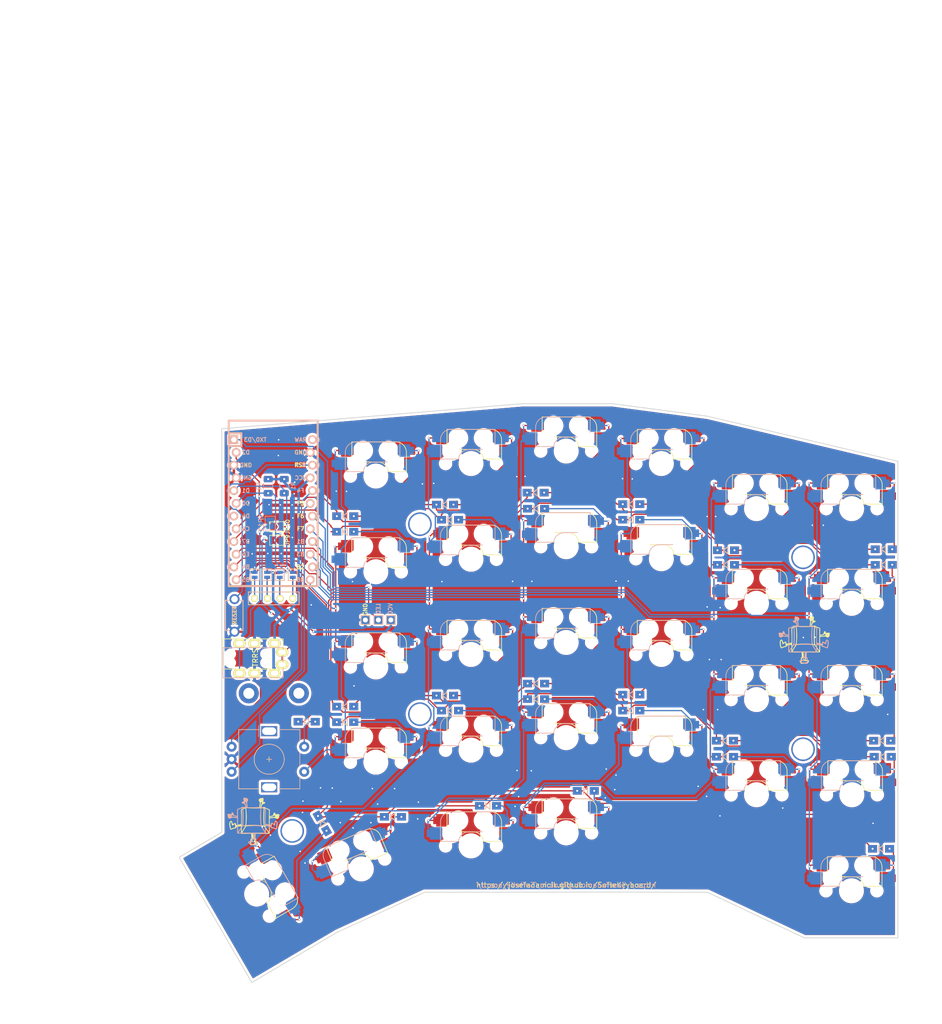
<source format=kicad_pcb>
(kicad_pcb (version 20171130) (host pcbnew "(5.1.12-1-10_14)")
  (layers (0 F.Cu signal) (31 B.Cu signal) (34 B.Paste user) (35 F.Paste user) (36 B.SilkS user) (37 F.SilkS user) (38 B.Mask user) (39 F.Mask user) (44 Edge.Cuts user))
  (net 0 "")
  (net 1 "Net-(D1-Pad2)")
  (net 2 row4)
  (net 3 "Net-(D2-Pad2)")
  (net 4 "Net-(D3-Pad2)")
  (net 5 row0)
  (net 6 "Net-(D4-Pad2)")
  (net 7 row1)
  (net 8 "Net-(D5-Pad2)")
  (net 9 row2)
  (net 10 "Net-(D6-Pad2)")
  (net 11 row3)
  (net 12 "Net-(D7-Pad2)")
  (net 13 "Net-(D8-Pad2)")
  (net 14 "Net-(D9-Pad2)")
  (net 15 "Net-(D10-Pad2)")
  (net 16 "Net-(D11-Pad2)")
  (net 17 "Net-(D12-Pad2)")
  (net 18 "Net-(D13-Pad2)")
  (net 19 "Net-(D14-Pad2)")
  (net 20 "Net-(D15-Pad2)")
  (net 21 "Net-(D16-Pad2)")
  (net 22 "Net-(D17-Pad2)")
  (net 23 "Net-(D18-Pad2)")
  (net 24 "Net-(D19-Pad2)")
  (net 25 "Net-(D20-Pad2)")
  (net 26 "Net-(D21-Pad2)")
  (net 27 "Net-(D22-Pad2)")
  (net 28 "Net-(D23-Pad2)")
  (net 29 "Net-(D24-Pad2)")
  (net 30 "Net-(D26-Pad2)")
  (net 31 "Net-(D27-Pad2)")
  (net 32 "Net-(D28-Pad2)")
  (net 33 VCC)
  (net 34 GND)
  (net 35 col0)
  (net 36 col1)
  (net 37 col2)
  (net 38 col3)
  (net 39 col4)
  (net 40 SDA)
  (net 41 LED)
  (net 42 SCL)
  (net 43 RESET)
  (net 44 "Net-(D29-Pad2)")
  (net 45 DATA)
  (net 46 "Net-(J3-Pad1)")
  (net 47 "Net-(J3-Pad2)")
  (net 48 "Net-(J3-Pad3)")
  (net 49 "Net-(J3-Pad4)")
  (net 50 "Net-(D30-Pad2)")
  (net 51 SW25B)
  (net 52 SW25A)
  (net 53 ENCB)
  (net 54 ENCA)
  (net 55 /i2c_c)
  (net 56 /i2c_d)
  (module SofleKeyboard-footprint:SofleLogoSmall (layer B.Cu) (at 205.28 89.752 180)
    (fp_text reference Ref** hide)
    (fp_text value Val** hide)
  )
  (module SofleKeyboard-footprint:SofleLogoSmall (layer F.Cu) (at 206.78 89.752)
    (fp_text reference Ref** hide)
    (fp_text value Val** hide)
  )
  (module SofleKeyboard-footprint:SofleLogoSmall (layer B.Cu) (at 95.23 125.902 180)
    (fp_text reference Ref** hide)
    (fp_text value Val** hide)
  )
  (module SofleKeyboard-footprint:SofleLogoSmall (layer F.Cu) (at 96.88 125.952)
    (fp_text reference Ref** hide)
    (fp_text value Val** hide)
  )
  (module SofleKeyboard-footprint:TACT_SWITCH_TVBP06 (layer F.Cu) (at 92.28 77.802 90)
    (fp_text reference RSW1 hide)
    (fp_text value SW_RST hide)
    (fp_text user RESET (at 0 0 90) (layer B.SilkS) (effects (font (size 0.8 0.8)) (justify mirror)))
    (fp_text user RESET (at 0 0 -90) (layer F.SilkS) (effects (font (size 0.8 0.8))))
    (pad 2 thru_hole circle (at 3.25 0 90) (size 2 2) (drill 1.3) (layers *.Cu *.Mask) (net 43 RESET))
    (pad 1 thru_hole circle (at -3.25 0 90) (size 2 2) (drill 1.3) (layers *.Cu *.Mask) (net 34 GND))
  )
  (module SofleKeyboard-footprint:MJ-4PP-9 (layer F.Cu) (at 89.98 85.502 90)
    (fp_text reference J2)
    (fp_text value 4PIN hide)
    (fp_text user TRRS (at -0.75 6.45 90) (layer F.SilkS))
    (fp_text user TRRS (at -0.75 6.45 90) (layer F.SilkS))
    (pad "" np_thru_hole circle (at -1.75 8.5 90) (size 1.2 1.2) (drill 1.2) (layers *.Cu *.Mask F.SilkS))
    (pad "" np_thru_hole circle (at -1.75 1.5 90) (size 1.2 1.2) (drill 1.2) (layers *.Cu *.Mask F.SilkS))
    (pad 1 thru_hole oval (at -3.85 10.3 90) (size 1.7 2.5) (drill oval 1 1.5) (layers *.Cu *.Mask F.SilkS) (net 33 VCC) (clearance 0.15))
    (pad 4 thru_hole oval (at 0.35 11.8 90) (size 1.7 2.5) (drill oval 1 1.5) (layers *.Cu *.Mask F.SilkS) (net 55 /i2c_c) (clearance 0.15))
    (pad 3 thru_hole oval (at -3.85 3.3 90) (size 1.7 2.5) (drill oval 1 1.5) (layers *.Cu *.Mask F.SilkS) (net 56 /i2c_d))
    (pad 2 thru_hole oval (at -3.85 6.3 90) (size 1.7 2.5) (drill oval 1 1.5) (layers *.Cu *.Mask F.SilkS) (net 34 GND))
    (pad "" np_thru_hole circle (at 0 1.5 90) (size 1.2 1.2) (drill 1.2) (layers *.Cu *.Mask F.SilkS))
    (pad "" np_thru_hole circle (at 0 8.5 90) (size 1.2 1.2) (drill 1.2) (layers *.Cu *.Mask F.SilkS))
    (pad 3 thru_hole oval (at 2.1 3.3 90) (size 1.7 2.5) (drill oval 1 1.5) (layers *.Cu *.Mask F.SilkS) (net 56 /i2c_d))
    (pad 2 thru_hole oval (at 2.1 6.3 90) (size 1.7 2.5) (drill oval 1 1.5) (layers *.Cu *.Mask F.SilkS) (net 34 GND))
    (pad 1 thru_hole oval (at 2.1 10.3 90) (size 1.7 2.5) (drill oval 1 1.5) (layers *.Cu *.Mask F.SilkS) (net 33 VCC) (clearance 0.15))
    (pad 4 thru_hole oval (at -2.1 11.8 90) (size 1.7 2.5) (drill oval 1 1.5) (layers *.Cu *.Mask F.SilkS) (net 55 /i2c_c) (clearance 0.15))
  )
  (module SofleKeyboard-footprint:ArduinoProMicro-ZigZag-DoubleSided (layer F.Cu) (at 100 56.71 270)
    (fp_text reference U1 hide)
    (fp_text value ProMicro hide)
    (fp_text user ST (at -8.92 -5.73312) (layer F.SilkS) (effects (font (size 0.8 0.8))))
    (fp_text user TX0/D3 (at -13.97 3.571872) (layer B.SilkS) (effects (font (size 0.8 0.8)) (justify mirror)))
    (fp_text user TX0/D3 (at -13.97 3.571872) (layer B.SilkS) (effects (font (size 0.8 0.8)) (justify mirror)))
    (fp_text user D2 (at -11.43 5.461) (layer B.SilkS) (effects (font (size 0.8 0.8)) (justify mirror)))
    (fp_text user D0 (at -1.27 5.461) (layer B.SilkS) (effects (font (size 0.8 0.8)) (justify mirror)))
    (fp_text user D1 (at -3.81 5.461) (layer B.SilkS) (effects (font (size 0.8 0.8)) (justify mirror)))
    (fp_text user GND (at -6.35 5.461) (layer B.SilkS) (effects (font (size 0.8 0.8)) (justify mirror)))
    (fp_text user GND (at -8.89 5.461) (layer F.SilkS) (effects (font (size 0.8 0.8))))
    (fp_text user D4 (at 1.27 5.461) (layer B.SilkS) (effects (font (size 0.8 0.8)) (justify mirror)))
    (fp_text user C6 (at 3.81 5.461) (layer B.SilkS) (effects (font (size 0.8 0.8)) (justify mirror)))
    (fp_text user D7 (at 6.35 5.461) (layer B.SilkS) (effects (font (size 0.8 0.8)) (justify mirror)))
    (fp_text user E6 (at 8.89 5.461) (layer B.SilkS) (effects (font (size 0.8 0.8)) (justify mirror)))
    (fp_text user B4 (at 11.43 5.461) (layer B.SilkS) (effects (font (size 0.8 0.8)) (justify mirror)))
    (fp_text user B5 (at 13.97 5.461) (layer B.SilkS) (effects (font (size 0.8 0.8)) (justify mirror)))
    (fp_text user B6 (at 13.97 -5.461) (layer B.SilkS) (effects (font (size 0.8 0.8)) (justify mirror)))
    (fp_text user B2 (at 11.43 -5.461) (layer F.SilkS) (effects (font (size 0.8 0.8))))
    (fp_text user B3 (at 8.89 -5.461) (layer B.SilkS) (effects (font (size 0.8 0.8)) (justify mirror)))
    (fp_text user B1 (at 6.35 -5.461) (layer B.SilkS) (effects (font (size 0.8 0.8)) (justify mirror)))
    (fp_text user F7 (at 3.81 -5.461) (layer F.SilkS) (effects (font (size 0.8 0.8))))
    (fp_text user F6 (at 1.27 -5.461) (layer F.SilkS) (effects (font (size 0.8 0.8))))
    (fp_text user F5 (at -1.27 -5.461) (layer F.SilkS) (effects (font (size 0.8 0.8))))
    (fp_text user F4 (at -3.81 -5.461) (layer B.SilkS) (effects (font (size 0.8 0.8)) (justify mirror)))
    (fp_text user VCC (at -6.35 -5.461) (layer B.SilkS) (effects (font (size 0.8 0.8)) (justify mirror)))
    (fp_text user ST (at -8.92 -5.73312) (layer F.SilkS) (effects (font (size 0.8 0.8))))
    (fp_text user GND (at -11.43 -5.461) (layer F.SilkS) (effects (font (size 0.8 0.8))))
    (fp_text user RAW (at -13.97 -5.461) (layer B.SilkS) (effects (font (size 0.8 0.8)) (justify mirror)))
    (fp_text user RAW (at -13.97 -5.461) (layer B.SilkS) (effects (font (size 0.8 0.8)) (justify mirror)))
    (fp_text user GND (at -11.43 -5.461) (layer B.SilkS) (effects (font (size 0.8 0.8)) (justify mirror)))
    (fp_text user VCC (at -6.35 -5.461) (layer B.SilkS) (effects (font (size 0.8 0.8)) (justify mirror)))
    (fp_text user F4 (at -3.81 -5.461) (layer B.SilkS) (effects (font (size 0.8 0.8)) (justify mirror)))
    (fp_text user F5 (at -1.27 -5.461) (layer F.SilkS) (effects (font (size 0.8 0.8))))
    (fp_text user F6 (at 1.27 -5.461) (layer F.SilkS) (effects (font (size 0.8 0.8))))
    (fp_text user F7 (at 3.81 -5.461) (layer F.SilkS) (effects (font (size 0.8 0.8))))
    (fp_text user B1 (at 6.35 -5.461) (layer B.SilkS) (effects (font (size 0.8 0.8)) (justify mirror)))
    (fp_text user B3 (at 8.89 -5.461) (layer B.SilkS) (effects (font (size 0.8 0.8)) (justify mirror)))
    (fp_text user B2 (at 11.43 -5.461) (layer F.SilkS) (effects (font (size 0.8 0.8))))
    (fp_text user B6 (at 13.97 -5.461) (layer B.SilkS) (effects (font (size 0.8 0.8)) (justify mirror)))
    (fp_text user B5 (at 13.97 5.461) (layer B.SilkS) (effects (font (size 0.8 0.8)) (justify mirror)))
    (fp_text user B4 (at 11.43 5.461) (layer B.SilkS) (effects (font (size 0.8 0.8)) (justify mirror)))
    (fp_text user E6 (at 8.89 5.461) (layer B.SilkS) (effects (font (size 0.8 0.8)) (justify mirror)))
    (fp_text user D7 (at 6.35 5.461) (layer B.SilkS) (effects (font (size 0.8 0.8)) (justify mirror)))
    (fp_text user C6 (at 3.81 5.461) (layer B.SilkS) (effects (font (size 0.8 0.8)) (justify mirror)))
    (fp_text user D4 (at 1.27 5.461) (layer B.SilkS) (effects (font (size 0.8 0.8)) (justify mirror)))
    (fp_text user GND (at -8.89 5.461) (layer B.SilkS) (effects (font (size 0.8 0.8)) (justify mirror)))
    (fp_text user GND (at -6.35 5.461) (layer B.SilkS) (effects (font (size 0.8 0.8)) (justify mirror)))
    (fp_text user D1 (at -3.81 5.461) (layer B.SilkS) (effects (font (size 0.8 0.8)) (justify mirror)))
    (fp_text user D0 (at -1.27 5.461) (layer B.SilkS) (effects (font (size 0.8 0.8)) (justify mirror)))
    (fp_text user D2 (at -11.43 5.461) (layer B.SilkS) (effects (font (size 0.8 0.8)) (justify mirror)))
    (pad 24 thru_hole circle (at -13.97 -7.8486 270) (size 1.7526 1.7526) (drill 1.0922) (layers *.Cu *.SilkS *.Mask))
    (pad 12 thru_hole circle (at 13.97 7.3914 270) (size 1.7526 1.7526) (drill 1.0922) (layers *.Cu *.SilkS *.Mask) (net 2 row4))
    (pad 23 thru_hole circle (at -11.43 -7.3914 270) (size 1.7526 1.7526) (drill 1.0922) (layers *.Cu *.SilkS *.Mask) (net 34 GND))
    (pad 22 thru_hole circle (at -8.89 -7.8486 270) (size 1.7526 1.7526) (drill 1.0922) (layers *.Cu *.SilkS *.Mask) (net 43 RESET))
    (pad 21 thru_hole circle (at -6.35 -7.3914 270) (size 1.7526 1.7526) (drill 1.0922) (layers *.Cu *.SilkS *.Mask) (net 33 VCC))
    (pad 20 thru_hole circle (at -3.81 -7.8486 270) (size 1.7526 1.7526) (drill 1.0922) (layers *.Cu *.SilkS *.Mask) (net 54 ENCA))
    (pad 19 thru_hole circle (at -1.27 -7.3914 270) (size 1.7526 1.7526) (drill 1.0922) (layers *.Cu *.SilkS *.Mask) (net 53 ENCB))
    (pad 18 thru_hole circle (at 1.27 -7.8486 270) (size 1.7526 1.7526) (drill 1.0922) (layers *.Cu *.SilkS *.Mask) (net 35 col0))
    (pad 17 thru_hole circle (at 3.81 -7.3914 270) (size 1.7526 1.7526) (drill 1.0922) (layers *.Cu *.SilkS *.Mask) (net 36 col1))
    (pad 16 thru_hole circle (at 6.35 -7.8486 270) (size 1.7526 1.7526) (drill 1.0922) (layers *.Cu *.SilkS *.Mask) (net 37 col2))
    (pad 15 thru_hole circle (at 8.89 -7.3914 270) (size 1.7526 1.7526) (drill 1.0922) (layers *.Cu *.SilkS *.Mask) (net 38 col3))
    (pad 14 thru_hole circle (at 11.43 -7.8486 270) (size 1.7526 1.7526) (drill 1.0922) (layers *.Cu *.SilkS *.Mask) (net 39 col4))
    (pad 13 thru_hole circle (at 13.97 -7.3914 270) (size 1.7526 1.7526) (drill 1.0922) (layers *.Cu *.SilkS *.Mask) (net 52 SW25A))
    (pad 11 thru_hole circle (at 11.43 7.8486 270) (size 1.7526 1.7526) (drill 1.0922) (layers *.Cu *.SilkS *.Mask) (net 11 row3))
    (pad 10 thru_hole circle (at 8.89 7.3914 270) (size 1.7526 1.7526) (drill 1.0922) (layers *.Cu *.SilkS *.Mask) (net 9 row2))
    (pad 9 thru_hole circle (at 6.35 7.8486 270) (size 1.7526 1.7526) (drill 1.0922) (layers *.Cu *.SilkS *.Mask) (net 7 row1))
    (pad 8 thru_hole circle (at 3.81 7.3914 270) (size 1.7526 1.7526) (drill 1.0922) (layers *.Cu *.SilkS *.Mask) (net 5 row0))
    (pad 7 thru_hole circle (at 1.27 7.8486 270) (size 1.7526 1.7526) (drill 1.0922) (layers *.Cu *.SilkS *.Mask))
    (pad 6 thru_hole circle (at -1.27 7.3914 270) (size 1.7526 1.7526) (drill 1.0922) (layers *.Cu *.SilkS *.Mask) (net 42 SCL))
    (pad 5 thru_hole circle (at -3.81 7.8486 270) (size 1.7526 1.7526) (drill 1.0922) (layers *.Cu *.SilkS *.Mask) (net 40 SDA))
    (pad 4 thru_hole circle (at -6.35 7.3914 270) (size 1.7526 1.7526) (drill 1.0922) (layers *.Cu *.SilkS *.Mask) (net 34 GND))
    (pad 3 thru_hole circle (at -8.89 7.8486 270) (size 1.7526 1.7526) (drill 1.0922) (layers *.Cu *.SilkS *.Mask) (net 34 GND))
    (pad 2 thru_hole circle (at -11.43 7.3914 270) (size 1.7526 1.7526) (drill 1.0922) (layers *.Cu *.SilkS *.Mask) (net 45 DATA))
    (pad 1 thru_hole rect (at -13.97 7.8486 270) (size 1.7526 1.7526) (drill 1.0922) (layers *.Cu *.SilkS *.Mask) (net 41 LED))
  )
  (module SofleKeyboard-footprint:CherryMX_Hotswap_1.5 (layer F.Cu) (at 96.7 133.41 300)
    (fp_text reference SW26 hide)
    (fp_text value SW_PUSH hide)
    (pad 1 smd custom (at -7.2 -5.1 300) (size 0.7 1.5) (layers F.Cu F.Paste F.Mask) (net 39 col4) (options (clearance outline) (anchor rect)) (primitives (gr_poly (pts (xy 0.3 -1.2) (xy 0.3 1.2) (xy 2.1 1.2) (xy 2.7 0.8) (xy 2.7 -1.2)) (width 0.1))))
    (pad 2 smd custom (at 7.2 -5.1 300) (size 0.7 1.5) (layers B.Cu B.Paste B.Mask) (net 30 "Net-(D26-Pad2)") (options (clearance outline) (anchor rect)) (primitives (gr_poly (pts (xy -0.4 -1.2) (xy -2.8 -1.2) (xy -2.8 0.8) (xy -2.3 1.2) (xy -0.4 1.2)) (width 0.1))))
    (pad 1 smd custom (at -8.5 -2.5 300) (size 0.7 1.5) (layers B.Cu B.Paste B.Mask) (net 39 col4) (options (clearance outline) (anchor rect)) (primitives (gr_poly (pts (xy 0.3 -1.2) (xy 2.7 -1.2) (xy 2.7 1.2) (xy 0.3 1.2)) (width 0.1))))
    (pad 2 smd custom (at 8.5 -2.5 300) (size 0.7 1.5) (layers F.Cu F.Paste F.Mask) (net 30 "Net-(D26-Pad2)") (options (clearance outline) (anchor rect)) (primitives (gr_poly (pts (xy -2.8 -1.2) (xy -0.4 -1.2) (xy -0.4 1.2) (xy -2.8 1.2)) (width 0.1))))
    (pad "" np_thru_hole circle (at -3.81 -2.540001 120) (size 3 3) (drill 3) (layers *.Cu *.Mask))
    (pad "" np_thru_hole circle (at -5.08 0 300) (size 1.7 1.7) (drill 1.7) (layers *.Cu *.Mask))
    (pad "" np_thru_hole circle (at 5.08 0 300) (size 1.7 1.7) (drill 1.7) (layers *.Cu *.Mask))
    (pad "" np_thru_hole circle (at 0 0 30) (size 4 4) (drill 4) (layers *.Cu *.Mask))
    (pad "" np_thru_hole circle (at 2.54 -5.08 120) (size 3 3) (drill 3) (layers *.Cu *.Mask))
    (pad "" np_thru_hole circle (at -2.54 -5.08 120) (size 3 3) (drill 3) (layers *.Cu *.Mask))
    (pad "" np_thru_hole circle (at 3.81 -2.54 120) (size 3 3) (drill 3) (layers *.Cu *.Mask))
  )
  (module SofleKeyboard-footprint:CherryMX_Hotswap (layer F.Cu) (at 215.46 132.754)
    (fp_text reference SW30 hide)
    (fp_text value SW_PUSH hide)
    (pad 1 smd custom (at -7.2 -5.1) (size 0.7 1.5) (layers F.Cu F.Paste F.Mask) (net 35 col0) (options (clearance outline) (anchor rect)) (primitives (gr_poly (pts (xy 0.3 -1.2) (xy 0.3 1.2) (xy 2.1 1.2) (xy 2.7 0.8) (xy 2.7 -1.2)) (width 0.1))))
    (pad 2 smd custom (at 7.2 -5.1) (size 0.7 1.5) (layers B.Cu B.Paste B.Mask) (net 50 "Net-(D30-Pad2)") (options (clearance outline) (anchor rect)) (primitives (gr_poly (pts (xy -0.4 -1.2) (xy -2.8 -1.2) (xy -2.8 0.8) (xy -2.3 1.2) (xy -0.4 1.2)) (width 0.1))))
    (pad 1 smd custom (at -8.5 -2.5) (size 0.7 1.5) (layers B.Cu B.Paste B.Mask) (net 35 col0) (options (clearance outline) (anchor rect)) (primitives (gr_poly (pts (xy 0.3 -1.2) (xy 2.7 -1.2) (xy 2.7 1.2) (xy 0.3 1.2)) (width 0.1))))
    (pad 2 smd custom (at 8.5 -2.5) (size 0.7 1.5) (layers F.Cu F.Paste F.Mask) (net 50 "Net-(D30-Pad2)") (options (clearance outline) (anchor rect)) (primitives (gr_poly (pts (xy -2.8 -1.2) (xy -0.4 -1.2) (xy -0.4 1.2) (xy -2.8 1.2)) (width 0.1))))
    (pad "" np_thru_hole circle (at -3.81 -2.540001 180) (size 3 3) (drill 3) (layers *.Cu *.Mask))
    (pad "" np_thru_hole circle (at -5.08 0) (size 1.7 1.7) (drill 1.7) (layers *.Cu *.Mask))
    (pad "" np_thru_hole circle (at 5.08 0) (size 1.7 1.7) (drill 1.7) (layers *.Cu *.Mask))
    (pad "" np_thru_hole circle (at 0 0 90) (size 4 4) (drill 4) (layers *.Cu *.Mask))
    (pad "" np_thru_hole circle (at 2.54 -5.08 180) (size 3 3) (drill 3) (layers *.Cu *.Mask))
    (pad "" np_thru_hole circle (at -2.54 -5.08 180) (size 3 3) (drill 3) (layers *.Cu *.Mask))
    (pad "" np_thru_hole circle (at 3.81 -2.54 180) (size 3 3) (drill 3) (layers *.Cu *.Mask))
  )
  (module SofleKeyboard-footprint:CherryMX_Hotswap (layer F.Cu) (at 158.5 121.2)
    (fp_text reference SW29 hide)
    (fp_text value SW_PUSH hide)
    (pad 1 smd custom (at -7.2 -5.1) (size 0.7 1.5) (layers F.Cu F.Paste F.Mask) (net 36 col1) (options (clearance outline) (anchor rect)) (primitives (gr_poly (pts (xy 0.3 -1.2) (xy 0.3 1.2) (xy 2.1 1.2) (xy 2.7 0.8) (xy 2.7 -1.2)) (width 0.1))))
    (pad 2 smd custom (at 7.2 -5.1) (size 0.7 1.5) (layers B.Cu B.Paste B.Mask) (net 44 "Net-(D29-Pad2)") (options (clearance outline) (anchor rect)) (primitives (gr_poly (pts (xy -0.4 -1.2) (xy -2.8 -1.2) (xy -2.8 0.8) (xy -2.3 1.2) (xy -0.4 1.2)) (width 0.1))))
    (pad 1 smd custom (at -8.5 -2.5) (size 0.7 1.5) (layers B.Cu B.Paste B.Mask) (net 36 col1) (options (clearance outline) (anchor rect)) (primitives (gr_poly (pts (xy 0.3 -1.2) (xy 2.7 -1.2) (xy 2.7 1.2) (xy 0.3 1.2)) (width 0.1))))
    (pad 2 smd custom (at 8.5 -2.5) (size 0.7 1.5) (layers F.Cu F.Paste F.Mask) (net 44 "Net-(D29-Pad2)") (options (clearance outline) (anchor rect)) (primitives (gr_poly (pts (xy -2.8 -1.2) (xy -0.4 -1.2) (xy -0.4 1.2) (xy -2.8 1.2)) (width 0.1))))
    (pad "" np_thru_hole circle (at -3.81 -2.540001 180) (size 3 3) (drill 3) (layers *.Cu *.Mask))
    (pad "" np_thru_hole circle (at -5.08 0) (size 1.7 1.7) (drill 1.7) (layers *.Cu *.Mask))
    (pad "" np_thru_hole circle (at 5.08 0) (size 1.7 1.7) (drill 1.7) (layers *.Cu *.Mask))
    (pad "" np_thru_hole circle (at 0 0 90) (size 4 4) (drill 4) (layers *.Cu *.Mask))
    (pad "" np_thru_hole circle (at 2.54 -5.08 180) (size 3 3) (drill 3) (layers *.Cu *.Mask))
    (pad "" np_thru_hole circle (at -2.54 -5.08 180) (size 3 3) (drill 3) (layers *.Cu *.Mask))
    (pad "" np_thru_hole circle (at 3.81 -2.54 180) (size 3 3) (drill 3) (layers *.Cu *.Mask))
  )
  (module SofleKeyboard-footprint:CherryMX_Hotswap (layer F.Cu) (at 139.5 123.8)
    (fp_text reference SW28 hide)
    (fp_text value SW_PUSH hide)
    (pad 1 smd custom (at -7.2 -5.1) (size 0.7 1.5) (layers F.Cu F.Paste F.Mask) (net 37 col2) (options (clearance outline) (anchor rect)) (primitives (gr_poly (pts (xy 0.3 -1.2) (xy 0.3 1.2) (xy 2.1 1.2) (xy 2.7 0.8) (xy 2.7 -1.2)) (width 0.1))))
    (pad 2 smd custom (at 7.2 -5.1) (size 0.7 1.5) (layers B.Cu B.Paste B.Mask) (net 32 "Net-(D28-Pad2)") (options (clearance outline) (anchor rect)) (primitives (gr_poly (pts (xy -0.4 -1.2) (xy -2.8 -1.2) (xy -2.8 0.8) (xy -2.3 1.2) (xy -0.4 1.2)) (width 0.1))))
    (pad 1 smd custom (at -8.5 -2.5) (size 0.7 1.5) (layers B.Cu B.Paste B.Mask) (net 37 col2) (options (clearance outline) (anchor rect)) (primitives (gr_poly (pts (xy 0.3 -1.2) (xy 2.7 -1.2) (xy 2.7 1.2) (xy 0.3 1.2)) (width 0.1))))
    (pad 2 smd custom (at 8.5 -2.5) (size 0.7 1.5) (layers F.Cu F.Paste F.Mask) (net 32 "Net-(D28-Pad2)") (options (clearance outline) (anchor rect)) (primitives (gr_poly (pts (xy -2.8 -1.2) (xy -0.4 -1.2) (xy -0.4 1.2) (xy -2.8 1.2)) (width 0.1))))
    (pad "" np_thru_hole circle (at -3.81 -2.540001 180) (size 3 3) (drill 3) (layers *.Cu *.Mask))
    (pad "" np_thru_hole circle (at -5.08 0) (size 1.7 1.7) (drill 1.7) (layers *.Cu *.Mask))
    (pad "" np_thru_hole circle (at 5.08 0) (size 1.7 1.7) (drill 1.7) (layers *.Cu *.Mask))
    (pad "" np_thru_hole circle (at 0 0 90) (size 4 4) (drill 4) (layers *.Cu *.Mask))
    (pad "" np_thru_hole circle (at 2.54 -5.08 180) (size 3 3) (drill 3) (layers *.Cu *.Mask))
    (pad "" np_thru_hole circle (at -2.54 -5.08 180) (size 3 3) (drill 3) (layers *.Cu *.Mask))
    (pad "" np_thru_hole circle (at 3.81 -2.54 180) (size 3 3) (drill 3) (layers *.Cu *.Mask))
  )
  (module SofleKeyboard-footprint:CherryMX_Hotswap (layer F.Cu) (at 117.6 128.4 23)
    (fp_text reference SW27 hide)
    (fp_text value SW_PUSH hide)
    (pad 1 smd custom (at -7.2 -5.1 23) (size 0.7 1.5) (layers F.Cu F.Paste F.Mask) (net 38 col3) (options (clearance outline) (anchor rect)) (primitives (gr_poly (pts (xy 0.3 -1.2) (xy 0.3 1.2) (xy 2.1 1.2) (xy 2.7 0.8) (xy 2.7 -1.2)) (width 0.1))))
    (pad 2 smd custom (at 7.2 -5.1 23) (size 0.7 1.5) (layers B.Cu B.Paste B.Mask) (net 31 "Net-(D27-Pad2)") (options (clearance outline) (anchor rect)) (primitives (gr_poly (pts (xy -0.4 -1.2) (xy -2.8 -1.2) (xy -2.8 0.8) (xy -2.3 1.2) (xy -0.4 1.2)) (width 0.1))))
    (pad 1 smd custom (at -8.5 -2.5 23) (size 0.7 1.5) (layers B.Cu B.Paste B.Mask) (net 38 col3) (options (clearance outline) (anchor rect)) (primitives (gr_poly (pts (xy 0.3 -1.2) (xy 2.7 -1.2) (xy 2.7 1.2) (xy 0.3 1.2)) (width 0.1))))
    (pad 2 smd custom (at 8.5 -2.5 23) (size 0.7 1.5) (layers F.Cu F.Paste F.Mask) (net 31 "Net-(D27-Pad2)") (options (clearance outline) (anchor rect)) (primitives (gr_poly (pts (xy -2.8 -1.2) (xy -0.4 -1.2) (xy -0.4 1.2) (xy -2.8 1.2)) (width 0.1))))
    (pad "" np_thru_hole circle (at -3.81 -2.540001 203) (size 3 3) (drill 3) (layers *.Cu *.Mask))
    (pad "" np_thru_hole circle (at -5.08 0 23) (size 1.7 1.7) (drill 1.7) (layers *.Cu *.Mask))
    (pad "" np_thru_hole circle (at 5.08 0 23) (size 1.7 1.7) (drill 1.7) (layers *.Cu *.Mask))
    (pad "" np_thru_hole circle (at 0 0 113) (size 4 4) (drill 4) (layers *.Cu *.Mask))
    (pad "" np_thru_hole circle (at 2.54 -5.08 203) (size 3 3) (drill 3) (layers *.Cu *.Mask))
    (pad "" np_thru_hole circle (at -2.54 -5.08 203) (size 3 3) (drill 3) (layers *.Cu *.Mask))
    (pad "" np_thru_hole circle (at 3.81 -2.54 203) (size 3 3) (drill 3) (layers *.Cu *.Mask))
  )
  (module SofleKeyboard-footprint:CherryMX_Hotswap (layer F.Cu) (at 215.55 113.6)
    (fp_text reference SW24 hide)
    (fp_text value SW_PUSH hide)
    (pad 1 smd custom (at -7.2 -5.1) (size 0.7 1.5) (layers F.Cu F.Paste F.Mask) (net 35 col0) (options (clearance outline) (anchor rect)) (primitives (gr_poly (pts (xy 0.3 -1.2) (xy 0.3 1.2) (xy 2.1 1.2) (xy 2.7 0.8) (xy 2.7 -1.2)) (width 0.1))))
    (pad 2 smd custom (at 7.2 -5.1) (size 0.7 1.5) (layers B.Cu B.Paste B.Mask) (net 29 "Net-(D24-Pad2)") (options (clearance outline) (anchor rect)) (primitives (gr_poly (pts (xy -0.4 -1.2) (xy -2.8 -1.2) (xy -2.8 0.8) (xy -2.3 1.2) (xy -0.4 1.2)) (width 0.1))))
    (pad 1 smd custom (at -8.5 -2.5) (size 0.7 1.5) (layers B.Cu B.Paste B.Mask) (net 35 col0) (options (clearance outline) (anchor rect)) (primitives (gr_poly (pts (xy 0.3 -1.2) (xy 2.7 -1.2) (xy 2.7 1.2) (xy 0.3 1.2)) (width 0.1))))
    (pad 2 smd custom (at 8.5 -2.5) (size 0.7 1.5) (layers F.Cu F.Paste F.Mask) (net 29 "Net-(D24-Pad2)") (options (clearance outline) (anchor rect)) (primitives (gr_poly (pts (xy -2.8 -1.2) (xy -0.4 -1.2) (xy -0.4 1.2) (xy -2.8 1.2)) (width 0.1))))
    (pad "" np_thru_hole circle (at -3.81 -2.540001 180) (size 3 3) (drill 3) (layers *.Cu *.Mask))
    (pad "" np_thru_hole circle (at -5.08 0) (size 1.7 1.7) (drill 1.7) (layers *.Cu *.Mask))
    (pad "" np_thru_hole circle (at 5.08 0) (size 1.7 1.7) (drill 1.7) (layers *.Cu *.Mask))
    (pad "" np_thru_hole circle (at 0 0 90) (size 4 4) (drill 4) (layers *.Cu *.Mask))
    (pad "" np_thru_hole circle (at 2.54 -5.08 180) (size 3 3) (drill 3) (layers *.Cu *.Mask))
    (pad "" np_thru_hole circle (at -2.54 -5.08 180) (size 3 3) (drill 3) (layers *.Cu *.Mask))
    (pad "" np_thru_hole circle (at 3.81 -2.54 180) (size 3 3) (drill 3) (layers *.Cu *.Mask))
  )
  (module SofleKeyboard-footprint:CherryMX_Hotswap (layer F.Cu) (at 196.5 113.6)
    (fp_text reference SW23 hide)
    (fp_text value SW_PUSH hide)
    (pad 1 smd custom (at -7.2 -5.1) (size 0.7 1.5) (layers F.Cu F.Paste F.Mask) (net 36 col1) (options (clearance outline) (anchor rect)) (primitives (gr_poly (pts (xy 0.3 -1.2) (xy 0.3 1.2) (xy 2.1 1.2) (xy 2.7 0.8) (xy 2.7 -1.2)) (width 0.1))))
    (pad 2 smd custom (at 7.2 -5.1) (size 0.7 1.5) (layers B.Cu B.Paste B.Mask) (net 28 "Net-(D23-Pad2)") (options (clearance outline) (anchor rect)) (primitives (gr_poly (pts (xy -0.4 -1.2) (xy -2.8 -1.2) (xy -2.8 0.8) (xy -2.3 1.2) (xy -0.4 1.2)) (width 0.1))))
    (pad 1 smd custom (at -8.5 -2.5) (size 0.7 1.5) (layers B.Cu B.Paste B.Mask) (net 36 col1) (options (clearance outline) (anchor rect)) (primitives (gr_poly (pts (xy 0.3 -1.2) (xy 2.7 -1.2) (xy 2.7 1.2) (xy 0.3 1.2)) (width 0.1))))
    (pad 2 smd custom (at 8.5 -2.5) (size 0.7 1.5) (layers F.Cu F.Paste F.Mask) (net 28 "Net-(D23-Pad2)") (options (clearance outline) (anchor rect)) (primitives (gr_poly (pts (xy -2.8 -1.2) (xy -0.4 -1.2) (xy -0.4 1.2) (xy -2.8 1.2)) (width 0.1))))
    (pad "" np_thru_hole circle (at -3.81 -2.540001 180) (size 3 3) (drill 3) (layers *.Cu *.Mask))
    (pad "" np_thru_hole circle (at -5.08 0) (size 1.7 1.7) (drill 1.7) (layers *.Cu *.Mask))
    (pad "" np_thru_hole circle (at 5.08 0) (size 1.7 1.7) (drill 1.7) (layers *.Cu *.Mask))
    (pad "" np_thru_hole circle (at 0 0 90) (size 4 4) (drill 4) (layers *.Cu *.Mask))
    (pad "" np_thru_hole circle (at 2.54 -5.08 180) (size 3 3) (drill 3) (layers *.Cu *.Mask))
    (pad "" np_thru_hole circle (at -2.54 -5.08 180) (size 3 3) (drill 3) (layers *.Cu *.Mask))
    (pad "" np_thru_hole circle (at 3.81 -2.54 180) (size 3 3) (drill 3) (layers *.Cu *.Mask))
  )
  (module SofleKeyboard-footprint:CherryMX_Hotswap (layer F.Cu) (at 177.5 104.7)
    (fp_text reference SW22 hide)
    (fp_text value SW_PUSH hide)
    (pad 1 smd custom (at -7.2 -5.1) (size 0.7 1.5) (layers F.Cu F.Paste F.Mask) (net 37 col2) (options (clearance outline) (anchor rect)) (primitives (gr_poly (pts (xy 0.3 -1.2) (xy 0.3 1.2) (xy 2.1 1.2) (xy 2.7 0.8) (xy 2.7 -1.2)) (width 0.1))))
    (pad 2 smd custom (at 7.2 -5.1) (size 0.7 1.5) (layers B.Cu B.Paste B.Mask) (net 27 "Net-(D22-Pad2)") (options (clearance outline) (anchor rect)) (primitives (gr_poly (pts (xy -0.4 -1.2) (xy -2.8 -1.2) (xy -2.8 0.8) (xy -2.3 1.2) (xy -0.4 1.2)) (width 0.1))))
    (pad 1 smd custom (at -8.5 -2.5) (size 0.7 1.5) (layers B.Cu B.Paste B.Mask) (net 37 col2) (options (clearance outline) (anchor rect)) (primitives (gr_poly (pts (xy 0.3 -1.2) (xy 2.7 -1.2) (xy 2.7 1.2) (xy 0.3 1.2)) (width 0.1))))
    (pad 2 smd custom (at 8.5 -2.5) (size 0.7 1.5) (layers F.Cu F.Paste F.Mask) (net 27 "Net-(D22-Pad2)") (options (clearance outline) (anchor rect)) (primitives (gr_poly (pts (xy -2.8 -1.2) (xy -0.4 -1.2) (xy -0.4 1.2) (xy -2.8 1.2)) (width 0.1))))
    (pad "" np_thru_hole circle (at -3.81 -2.540001 180) (size 3 3) (drill 3) (layers *.Cu *.Mask))
    (pad "" np_thru_hole circle (at -5.08 0) (size 1.7 1.7) (drill 1.7) (layers *.Cu *.Mask))
    (pad "" np_thru_hole circle (at 5.08 0) (size 1.7 1.7) (drill 1.7) (layers *.Cu *.Mask))
    (pad "" np_thru_hole circle (at 0 0 90) (size 4 4) (drill 4) (layers *.Cu *.Mask))
    (pad "" np_thru_hole circle (at 2.54 -5.08 180) (size 3 3) (drill 3) (layers *.Cu *.Mask))
    (pad "" np_thru_hole circle (at -2.54 -5.08 180) (size 3 3) (drill 3) (layers *.Cu *.Mask))
    (pad "" np_thru_hole circle (at 3.81 -2.54 180) (size 3 3) (drill 3) (layers *.Cu *.Mask))
  )
  (module SofleKeyboard-footprint:CherryMX_Hotswap (layer F.Cu) (at 158.5 102.2)
    (fp_text reference SW21 hide)
    (fp_text value SW_PUSH hide)
    (pad 1 smd custom (at -7.2 -5.1) (size 0.7 1.5) (layers F.Cu F.Paste F.Mask) (net 38 col3) (options (clearance outline) (anchor rect)) (primitives (gr_poly (pts (xy 0.3 -1.2) (xy 0.3 1.2) (xy 2.1 1.2) (xy 2.7 0.8) (xy 2.7 -1.2)) (width 0.1))))
    (pad 2 smd custom (at 7.2 -5.1) (size 0.7 1.5) (layers B.Cu B.Paste B.Mask) (net 26 "Net-(D21-Pad2)") (options (clearance outline) (anchor rect)) (primitives (gr_poly (pts (xy -0.4 -1.2) (xy -2.8 -1.2) (xy -2.8 0.8) (xy -2.3 1.2) (xy -0.4 1.2)) (width 0.1))))
    (pad 1 smd custom (at -8.5 -2.5) (size 0.7 1.5) (layers B.Cu B.Paste B.Mask) (net 38 col3) (options (clearance outline) (anchor rect)) (primitives (gr_poly (pts (xy 0.3 -1.2) (xy 2.7 -1.2) (xy 2.7 1.2) (xy 0.3 1.2)) (width 0.1))))
    (pad 2 smd custom (at 8.5 -2.5) (size 0.7 1.5) (layers F.Cu F.Paste F.Mask) (net 26 "Net-(D21-Pad2)") (options (clearance outline) (anchor rect)) (primitives (gr_poly (pts (xy -2.8 -1.2) (xy -0.4 -1.2) (xy -0.4 1.2) (xy -2.8 1.2)) (width 0.1))))
    (pad "" np_thru_hole circle (at -3.81 -2.540001 180) (size 3 3) (drill 3) (layers *.Cu *.Mask))
    (pad "" np_thru_hole circle (at -5.08 0) (size 1.7 1.7) (drill 1.7) (layers *.Cu *.Mask))
    (pad "" np_thru_hole circle (at 5.08 0) (size 1.7 1.7) (drill 1.7) (layers *.Cu *.Mask))
    (pad "" np_thru_hole circle (at 0 0 90) (size 4 4) (drill 4) (layers *.Cu *.Mask))
    (pad "" np_thru_hole circle (at 2.54 -5.08 180) (size 3 3) (drill 3) (layers *.Cu *.Mask))
    (pad "" np_thru_hole circle (at -2.54 -5.08 180) (size 3 3) (drill 3) (layers *.Cu *.Mask))
    (pad "" np_thru_hole circle (at 3.81 -2.54 180) (size 3 3) (drill 3) (layers *.Cu *.Mask))
  )
  (module SofleKeyboard-footprint:CherryMX_Hotswap (layer F.Cu) (at 139.5 104.7)
    (fp_text reference SW20 hide)
    (fp_text value SW_PUSH hide)
    (pad 1 smd custom (at -7.2 -5.1) (size 0.7 1.5) (layers F.Cu F.Paste F.Mask) (net 39 col4) (options (clearance outline) (anchor rect)) (primitives (gr_poly (pts (xy 0.3 -1.2) (xy 0.3 1.2) (xy 2.1 1.2) (xy 2.7 0.8) (xy 2.7 -1.2)) (width 0.1))))
    (pad 2 smd custom (at 7.2 -5.1) (size 0.7 1.5) (layers B.Cu B.Paste B.Mask) (net 25 "Net-(D20-Pad2)") (options (clearance outline) (anchor rect)) (primitives (gr_poly (pts (xy -0.4 -1.2) (xy -2.8 -1.2) (xy -2.8 0.8) (xy -2.3 1.2) (xy -0.4 1.2)) (width 0.1))))
    (pad 1 smd custom (at -8.5 -2.5) (size 0.7 1.5) (layers B.Cu B.Paste B.Mask) (net 39 col4) (options (clearance outline) (anchor rect)) (primitives (gr_poly (pts (xy 0.3 -1.2) (xy 2.7 -1.2) (xy 2.7 1.2) (xy 0.3 1.2)) (width 0.1))))
    (pad 2 smd custom (at 8.5 -2.5) (size 0.7 1.5) (layers F.Cu F.Paste F.Mask) (net 25 "Net-(D20-Pad2)") (options (clearance outline) (anchor rect)) (primitives (gr_poly (pts (xy -2.8 -1.2) (xy -0.4 -1.2) (xy -0.4 1.2) (xy -2.8 1.2)) (width 0.1))))
    (pad "" np_thru_hole circle (at -3.81 -2.540001 180) (size 3 3) (drill 3) (layers *.Cu *.Mask))
    (pad "" np_thru_hole circle (at -5.08 0) (size 1.7 1.7) (drill 1.7) (layers *.Cu *.Mask))
    (pad "" np_thru_hole circle (at 5.08 0) (size 1.7 1.7) (drill 1.7) (layers *.Cu *.Mask))
    (pad "" np_thru_hole circle (at 0 0 90) (size 4 4) (drill 4) (layers *.Cu *.Mask))
    (pad "" np_thru_hole circle (at 2.54 -5.08 180) (size 3 3) (drill 3) (layers *.Cu *.Mask))
    (pad "" np_thru_hole circle (at -2.54 -5.08 180) (size 3 3) (drill 3) (layers *.Cu *.Mask))
    (pad "" np_thru_hole circle (at 3.81 -2.54 180) (size 3 3) (drill 3) (layers *.Cu *.Mask))
  )
  (module SofleKeyboard-footprint:CherryMX_Hotswap (layer F.Cu) (at 120.5 107.1)
    (fp_text reference SW19 hide)
    (fp_text value SW_PUSH hide)
    (pad 1 smd custom (at -7.2 -5.1) (size 0.7 1.5) (layers F.Cu F.Paste F.Mask) (net 52 SW25A) (options (clearance outline) (anchor rect)) (primitives (gr_poly (pts (xy 0.3 -1.2) (xy 0.3 1.2) (xy 2.1 1.2) (xy 2.7 0.8) (xy 2.7 -1.2)) (width 0.1))))
    (pad 2 smd custom (at 7.2 -5.1) (size 0.7 1.5) (layers B.Cu B.Paste B.Mask) (net 24 "Net-(D19-Pad2)") (options (clearance outline) (anchor rect)) (primitives (gr_poly (pts (xy -0.4 -1.2) (xy -2.8 -1.2) (xy -2.8 0.8) (xy -2.3 1.2) (xy -0.4 1.2)) (width 0.1))))
    (pad 1 smd custom (at -8.5 -2.5) (size 0.7 1.5) (layers B.Cu B.Paste B.Mask) (net 52 SW25A) (options (clearance outline) (anchor rect)) (primitives (gr_poly (pts (xy 0.3 -1.2) (xy 2.7 -1.2) (xy 2.7 1.2) (xy 0.3 1.2)) (width 0.1))))
    (pad 2 smd custom (at 8.5 -2.5) (size 0.7 1.5) (layers F.Cu F.Paste F.Mask) (net 24 "Net-(D19-Pad2)") (options (clearance outline) (anchor rect)) (primitives (gr_poly (pts (xy -2.8 -1.2) (xy -0.4 -1.2) (xy -0.4 1.2) (xy -2.8 1.2)) (width 0.1))))
    (pad "" np_thru_hole circle (at -3.81 -2.540001 180) (size 3 3) (drill 3) (layers *.Cu *.Mask))
    (pad "" np_thru_hole circle (at -5.08 0) (size 1.7 1.7) (drill 1.7) (layers *.Cu *.Mask))
    (pad "" np_thru_hole circle (at 5.08 0) (size 1.7 1.7) (drill 1.7) (layers *.Cu *.Mask))
    (pad "" np_thru_hole circle (at 0 0 90) (size 4 4) (drill 4) (layers *.Cu *.Mask))
    (pad "" np_thru_hole circle (at 2.54 -5.08 180) (size 3 3) (drill 3) (layers *.Cu *.Mask))
    (pad "" np_thru_hole circle (at -2.54 -5.08 180) (size 3 3) (drill 3) (layers *.Cu *.Mask))
    (pad "" np_thru_hole circle (at 3.81 -2.54 180) (size 3 3) (drill 3) (layers *.Cu *.Mask))
  )
  (module SofleKeyboard-footprint:CherryMX_Hotswap (layer F.Cu) (at 215.5 94.6)
    (fp_text reference SW18 hide)
    (fp_text value SW_PUSH hide)
    (pad 1 smd custom (at -7.2 -5.1) (size 0.7 1.5) (layers F.Cu F.Paste F.Mask) (net 35 col0) (options (clearance outline) (anchor rect)) (primitives (gr_poly (pts (xy 0.3 -1.2) (xy 0.3 1.2) (xy 2.1 1.2) (xy 2.7 0.8) (xy 2.7 -1.2)) (width 0.1))))
    (pad 2 smd custom (at 7.2 -5.1) (size 0.7 1.5) (layers B.Cu B.Paste B.Mask) (net 23 "Net-(D18-Pad2)") (options (clearance outline) (anchor rect)) (primitives (gr_poly (pts (xy -0.4 -1.2) (xy -2.8 -1.2) (xy -2.8 0.8) (xy -2.3 1.2) (xy -0.4 1.2)) (width 0.1))))
    (pad 1 smd custom (at -8.5 -2.5) (size 0.7 1.5) (layers B.Cu B.Paste B.Mask) (net 35 col0) (options (clearance outline) (anchor rect)) (primitives (gr_poly (pts (xy 0.3 -1.2) (xy 2.7 -1.2) (xy 2.7 1.2) (xy 0.3 1.2)) (width 0.1))))
    (pad 2 smd custom (at 8.5 -2.5) (size 0.7 1.5) (layers F.Cu F.Paste F.Mask) (net 23 "Net-(D18-Pad2)") (options (clearance outline) (anchor rect)) (primitives (gr_poly (pts (xy -2.8 -1.2) (xy -0.4 -1.2) (xy -0.4 1.2) (xy -2.8 1.2)) (width 0.1))))
    (pad "" np_thru_hole circle (at -3.81 -2.540001 180) (size 3 3) (drill 3) (layers *.Cu *.Mask))
    (pad "" np_thru_hole circle (at -5.08 0) (size 1.7 1.7) (drill 1.7) (layers *.Cu *.Mask))
    (pad "" np_thru_hole circle (at 5.08 0) (size 1.7 1.7) (drill 1.7) (layers *.Cu *.Mask))
    (pad "" np_thru_hole circle (at 0 0 90) (size 4 4) (drill 4) (layers *.Cu *.Mask))
    (pad "" np_thru_hole circle (at 2.54 -5.08 180) (size 3 3) (drill 3) (layers *.Cu *.Mask))
    (pad "" np_thru_hole circle (at -2.54 -5.08 180) (size 3 3) (drill 3) (layers *.Cu *.Mask))
    (pad "" np_thru_hole circle (at 3.81 -2.54 180) (size 3 3) (drill 3) (layers *.Cu *.Mask))
  )
  (module SofleKeyboard-footprint:CherryMX_Hotswap (layer F.Cu) (at 196.5 94.6)
    (fp_text reference SW17 hide)
    (fp_text value SW_PUSH hide)
    (pad 1 smd custom (at -7.2 -5.1) (size 0.7 1.5) (layers F.Cu F.Paste F.Mask) (net 36 col1) (options (clearance outline) (anchor rect)) (primitives (gr_poly (pts (xy 0.3 -1.2) (xy 0.3 1.2) (xy 2.1 1.2) (xy 2.7 0.8) (xy 2.7 -1.2)) (width 0.1))))
    (pad 2 smd custom (at 7.2 -5.1) (size 0.7 1.5) (layers B.Cu B.Paste B.Mask) (net 22 "Net-(D17-Pad2)") (options (clearance outline) (anchor rect)) (primitives (gr_poly (pts (xy -0.4 -1.2) (xy -2.8 -1.2) (xy -2.8 0.8) (xy -2.3 1.2) (xy -0.4 1.2)) (width 0.1))))
    (pad 1 smd custom (at -8.5 -2.5) (size 0.7 1.5) (layers B.Cu B.Paste B.Mask) (net 36 col1) (options (clearance outline) (anchor rect)) (primitives (gr_poly (pts (xy 0.3 -1.2) (xy 2.7 -1.2) (xy 2.7 1.2) (xy 0.3 1.2)) (width 0.1))))
    (pad 2 smd custom (at 8.5 -2.5) (size 0.7 1.5) (layers F.Cu F.Paste F.Mask) (net 22 "Net-(D17-Pad2)") (options (clearance outline) (anchor rect)) (primitives (gr_poly (pts (xy -2.8 -1.2) (xy -0.4 -1.2) (xy -0.4 1.2) (xy -2.8 1.2)) (width 0.1))))
    (pad "" np_thru_hole circle (at -3.81 -2.540001 180) (size 3 3) (drill 3) (layers *.Cu *.Mask))
    (pad "" np_thru_hole circle (at -5.08 0) (size 1.7 1.7) (drill 1.7) (layers *.Cu *.Mask))
    (pad "" np_thru_hole circle (at 5.08 0) (size 1.7 1.7) (drill 1.7) (layers *.Cu *.Mask))
    (pad "" np_thru_hole circle (at 0 0 90) (size 4 4) (drill 4) (layers *.Cu *.Mask))
    (pad "" np_thru_hole circle (at 2.54 -5.08 180) (size 3 3) (drill 3) (layers *.Cu *.Mask))
    (pad "" np_thru_hole circle (at -2.54 -5.08 180) (size 3 3) (drill 3) (layers *.Cu *.Mask))
    (pad "" np_thru_hole circle (at 3.81 -2.54 180) (size 3 3) (drill 3) (layers *.Cu *.Mask))
  )
  (module SofleKeyboard-footprint:CherryMX_Hotswap (layer F.Cu) (at 177.5 85.6)
    (fp_text reference SW16 hide)
    (fp_text value SW_PUSH hide)
    (pad 1 smd custom (at -7.2 -5.1) (size 0.7 1.5) (layers F.Cu F.Paste F.Mask) (net 37 col2) (options (clearance outline) (anchor rect)) (primitives (gr_poly (pts (xy 0.3 -1.2) (xy 0.3 1.2) (xy 2.1 1.2) (xy 2.7 0.8) (xy 2.7 -1.2)) (width 0.1))))
    (pad 2 smd custom (at 7.2 -5.1) (size 0.7 1.5) (layers B.Cu B.Paste B.Mask) (net 21 "Net-(D16-Pad2)") (options (clearance outline) (anchor rect)) (primitives (gr_poly (pts (xy -0.4 -1.2) (xy -2.8 -1.2) (xy -2.8 0.8) (xy -2.3 1.2) (xy -0.4 1.2)) (width 0.1))))
    (pad 1 smd custom (at -8.5 -2.5) (size 0.7 1.5) (layers B.Cu B.Paste B.Mask) (net 37 col2) (options (clearance outline) (anchor rect)) (primitives (gr_poly (pts (xy 0.3 -1.2) (xy 2.7 -1.2) (xy 2.7 1.2) (xy 0.3 1.2)) (width 0.1))))
    (pad 2 smd custom (at 8.5 -2.5) (size 0.7 1.5) (layers F.Cu F.Paste F.Mask) (net 21 "Net-(D16-Pad2)") (options (clearance outline) (anchor rect)) (primitives (gr_poly (pts (xy -2.8 -1.2) (xy -0.4 -1.2) (xy -0.4 1.2) (xy -2.8 1.2)) (width 0.1))))
    (pad "" np_thru_hole circle (at -3.81 -2.540001 180) (size 3 3) (drill 3) (layers *.Cu *.Mask))
    (pad "" np_thru_hole circle (at -5.08 0) (size 1.7 1.7) (drill 1.7) (layers *.Cu *.Mask))
    (pad "" np_thru_hole circle (at 5.08 0) (size 1.7 1.7) (drill 1.7) (layers *.Cu *.Mask))
    (pad "" np_thru_hole circle (at 0 0 90) (size 4 4) (drill 4) (layers *.Cu *.Mask))
    (pad "" np_thru_hole circle (at 2.54 -5.08 180) (size 3 3) (drill 3) (layers *.Cu *.Mask))
    (pad "" np_thru_hole circle (at -2.54 -5.08 180) (size 3 3) (drill 3) (layers *.Cu *.Mask))
    (pad "" np_thru_hole circle (at 3.81 -2.54 180) (size 3 3) (drill 3) (layers *.Cu *.Mask))
  )
  (module SofleKeyboard-footprint:CherryMX_Hotswap (layer F.Cu) (at 158.5 83.2)
    (fp_text reference SW15 hide)
    (fp_text value SW_PUSH hide)
    (pad 1 smd custom (at -7.2 -5.1) (size 0.7 1.5) (layers F.Cu F.Paste F.Mask) (net 38 col3) (options (clearance outline) (anchor rect)) (primitives (gr_poly (pts (xy 0.3 -1.2) (xy 0.3 1.2) (xy 2.1 1.2) (xy 2.7 0.8) (xy 2.7 -1.2)) (width 0.1))))
    (pad 2 smd custom (at 7.2 -5.1) (size 0.7 1.5) (layers B.Cu B.Paste B.Mask) (net 20 "Net-(D15-Pad2)") (options (clearance outline) (anchor rect)) (primitives (gr_poly (pts (xy -0.4 -1.2) (xy -2.8 -1.2) (xy -2.8 0.8) (xy -2.3 1.2) (xy -0.4 1.2)) (width 0.1))))
    (pad 1 smd custom (at -8.5 -2.5) (size 0.7 1.5) (layers B.Cu B.Paste B.Mask) (net 38 col3) (options (clearance outline) (anchor rect)) (primitives (gr_poly (pts (xy 0.3 -1.2) (xy 2.7 -1.2) (xy 2.7 1.2) (xy 0.3 1.2)) (width 0.1))))
    (pad 2 smd custom (at 8.5 -2.5) (size 0.7 1.5) (layers F.Cu F.Paste F.Mask) (net 20 "Net-(D15-Pad2)") (options (clearance outline) (anchor rect)) (primitives (gr_poly (pts (xy -2.8 -1.2) (xy -0.4 -1.2) (xy -0.4 1.2) (xy -2.8 1.2)) (width 0.1))))
    (pad "" np_thru_hole circle (at -3.81 -2.540001 180) (size 3 3) (drill 3) (layers *.Cu *.Mask))
    (pad "" np_thru_hole circle (at -5.08 0) (size 1.7 1.7) (drill 1.7) (layers *.Cu *.Mask))
    (pad "" np_thru_hole circle (at 5.08 0) (size 1.7 1.7) (drill 1.7) (layers *.Cu *.Mask))
    (pad "" np_thru_hole circle (at 0 0 90) (size 4 4) (drill 4) (layers *.Cu *.Mask))
    (pad "" np_thru_hole circle (at 2.54 -5.08 180) (size 3 3) (drill 3) (layers *.Cu *.Mask))
    (pad "" np_thru_hole circle (at -2.54 -5.08 180) (size 3 3) (drill 3) (layers *.Cu *.Mask))
    (pad "" np_thru_hole circle (at 3.81 -2.54 180) (size 3 3) (drill 3) (layers *.Cu *.Mask))
  )
  (module SofleKeyboard-footprint:CherryMX_Hotswap (layer F.Cu) (at 139.5 85.6)
    (fp_text reference SW14 hide)
    (fp_text value SW_PUSH hide)
    (pad 1 smd custom (at -7.2 -5.1) (size 0.7 1.5) (layers F.Cu F.Paste F.Mask) (net 39 col4) (options (clearance outline) (anchor rect)) (primitives (gr_poly (pts (xy 0.3 -1.2) (xy 0.3 1.2) (xy 2.1 1.2) (xy 2.7 0.8) (xy 2.7 -1.2)) (width 0.1))))
    (pad 2 smd custom (at 7.2 -5.1) (size 0.7 1.5) (layers B.Cu B.Paste B.Mask) (net 19 "Net-(D14-Pad2)") (options (clearance outline) (anchor rect)) (primitives (gr_poly (pts (xy -0.4 -1.2) (xy -2.8 -1.2) (xy -2.8 0.8) (xy -2.3 1.2) (xy -0.4 1.2)) (width 0.1))))
    (pad 1 smd custom (at -8.5 -2.5) (size 0.7 1.5) (layers B.Cu B.Paste B.Mask) (net 39 col4) (options (clearance outline) (anchor rect)) (primitives (gr_poly (pts (xy 0.3 -1.2) (xy 2.7 -1.2) (xy 2.7 1.2) (xy 0.3 1.2)) (width 0.1))))
    (pad 2 smd custom (at 8.5 -2.5) (size 0.7 1.5) (layers F.Cu F.Paste F.Mask) (net 19 "Net-(D14-Pad2)") (options (clearance outline) (anchor rect)) (primitives (gr_poly (pts (xy -2.8 -1.2) (xy -0.4 -1.2) (xy -0.4 1.2) (xy -2.8 1.2)) (width 0.1))))
    (pad "" np_thru_hole circle (at -3.81 -2.540001 180) (size 3 3) (drill 3) (layers *.Cu *.Mask))
    (pad "" np_thru_hole circle (at -5.08 0) (size 1.7 1.7) (drill 1.7) (layers *.Cu *.Mask))
    (pad "" np_thru_hole circle (at 5.08 0) (size 1.7 1.7) (drill 1.7) (layers *.Cu *.Mask))
    (pad "" np_thru_hole circle (at 0 0 90) (size 4 4) (drill 4) (layers *.Cu *.Mask))
    (pad "" np_thru_hole circle (at 2.54 -5.08 180) (size 3 3) (drill 3) (layers *.Cu *.Mask))
    (pad "" np_thru_hole circle (at -2.54 -5.08 180) (size 3 3) (drill 3) (layers *.Cu *.Mask))
    (pad "" np_thru_hole circle (at 3.81 -2.54 180) (size 3 3) (drill 3) (layers *.Cu *.Mask))
  )
  (module SofleKeyboard-footprint:CherryMX_Hotswap (layer F.Cu) (at 120.5 88.1)
    (fp_text reference SW13 hide)
    (fp_text value SW_PUSH hide)
    (pad 1 smd custom (at -7.2 -5.1) (size 0.7 1.5) (layers F.Cu F.Paste F.Mask) (net 52 SW25A) (options (clearance outline) (anchor rect)) (primitives (gr_poly (pts (xy 0.3 -1.2) (xy 0.3 1.2) (xy 2.1 1.2) (xy 2.7 0.8) (xy 2.7 -1.2)) (width 0.1))))
    (pad 2 smd custom (at 7.2 -5.1) (size 0.7 1.5) (layers B.Cu B.Paste B.Mask) (net 18 "Net-(D13-Pad2)") (options (clearance outline) (anchor rect)) (primitives (gr_poly (pts (xy -0.4 -1.2) (xy -2.8 -1.2) (xy -2.8 0.8) (xy -2.3 1.2) (xy -0.4 1.2)) (width 0.1))))
    (pad 1 smd custom (at -8.5 -2.5) (size 0.7 1.5) (layers B.Cu B.Paste B.Mask) (net 52 SW25A) (options (clearance outline) (anchor rect)) (primitives (gr_poly (pts (xy 0.3 -1.2) (xy 2.7 -1.2) (xy 2.7 1.2) (xy 0.3 1.2)) (width 0.1))))
    (pad 2 smd custom (at 8.5 -2.5) (size 0.7 1.5) (layers F.Cu F.Paste F.Mask) (net 18 "Net-(D13-Pad2)") (options (clearance outline) (anchor rect)) (primitives (gr_poly (pts (xy -2.8 -1.2) (xy -0.4 -1.2) (xy -0.4 1.2) (xy -2.8 1.2)) (width 0.1))))
    (pad "" np_thru_hole circle (at -3.81 -2.540001 180) (size 3 3) (drill 3) (layers *.Cu *.Mask))
    (pad "" np_thru_hole circle (at -5.08 0) (size 1.7 1.7) (drill 1.7) (layers *.Cu *.Mask))
    (pad "" np_thru_hole circle (at 5.08 0) (size 1.7 1.7) (drill 1.7) (layers *.Cu *.Mask))
    (pad "" np_thru_hole circle (at 0 0 90) (size 4 4) (drill 4) (layers *.Cu *.Mask))
    (pad "" np_thru_hole circle (at 2.54 -5.08 180) (size 3 3) (drill 3) (layers *.Cu *.Mask))
    (pad "" np_thru_hole circle (at -2.54 -5.08 180) (size 3 3) (drill 3) (layers *.Cu *.Mask))
    (pad "" np_thru_hole circle (at 3.81 -2.54 180) (size 3 3) (drill 3) (layers *.Cu *.Mask))
  )
  (module SofleKeyboard-footprint:CherryMX_Hotswap (layer F.Cu) (at 215.5 75.4)
    (fp_text reference SW12 hide)
    (fp_text value SW_PUSH hide)
    (pad 1 smd custom (at -7.2 -5.1) (size 0.7 1.5) (layers F.Cu F.Paste F.Mask) (net 35 col0) (options (clearance outline) (anchor rect)) (primitives (gr_poly (pts (xy 0.3 -1.2) (xy 0.3 1.2) (xy 2.1 1.2) (xy 2.7 0.8) (xy 2.7 -1.2)) (width 0.1))))
    (pad 2 smd custom (at 7.2 -5.1) (size 0.7 1.5) (layers B.Cu B.Paste B.Mask) (net 17 "Net-(D12-Pad2)") (options (clearance outline) (anchor rect)) (primitives (gr_poly (pts (xy -0.4 -1.2) (xy -2.8 -1.2) (xy -2.8 0.8) (xy -2.3 1.2) (xy -0.4 1.2)) (width 0.1))))
    (pad 1 smd custom (at -8.5 -2.5) (size 0.7 1.5) (layers B.Cu B.Paste B.Mask) (net 35 col0) (options (clearance outline) (anchor rect)) (primitives (gr_poly (pts (xy 0.3 -1.2) (xy 2.7 -1.2) (xy 2.7 1.2) (xy 0.3 1.2)) (width 0.1))))
    (pad 2 smd custom (at 8.5 -2.5) (size 0.7 1.5) (layers F.Cu F.Paste F.Mask) (net 17 "Net-(D12-Pad2)") (options (clearance outline) (anchor rect)) (primitives (gr_poly (pts (xy -2.8 -1.2) (xy -0.4 -1.2) (xy -0.4 1.2) (xy -2.8 1.2)) (width 0.1))))
    (pad "" np_thru_hole circle (at -3.81 -2.540001 180) (size 3 3) (drill 3) (layers *.Cu *.Mask))
    (pad "" np_thru_hole circle (at -5.08 0) (size 1.7 1.7) (drill 1.7) (layers *.Cu *.Mask))
    (pad "" np_thru_hole circle (at 5.08 0) (size 1.7 1.7) (drill 1.7) (layers *.Cu *.Mask))
    (pad "" np_thru_hole circle (at 0 0 90) (size 4 4) (drill 4) (layers *.Cu *.Mask))
    (pad "" np_thru_hole circle (at 2.54 -5.08 180) (size 3 3) (drill 3) (layers *.Cu *.Mask))
    (pad "" np_thru_hole circle (at -2.54 -5.08 180) (size 3 3) (drill 3) (layers *.Cu *.Mask))
    (pad "" np_thru_hole circle (at 3.81 -2.54 180) (size 3 3) (drill 3) (layers *.Cu *.Mask))
  )
  (module SofleKeyboard-footprint:CherryMX_Hotswap (layer F.Cu) (at 196.5 75.4)
    (fp_text reference SW11 hide)
    (fp_text value SW_PUSH hide)
    (pad 1 smd custom (at -7.2 -5.1) (size 0.7 1.5) (layers F.Cu F.Paste F.Mask) (net 36 col1) (options (clearance outline) (anchor rect)) (primitives (gr_poly (pts (xy 0.3 -1.2) (xy 0.3 1.2) (xy 2.1 1.2) (xy 2.7 0.8) (xy 2.7 -1.2)) (width 0.1))))
    (pad 2 smd custom (at 7.2 -5.1) (size 0.7 1.5) (layers B.Cu B.Paste B.Mask) (net 16 "Net-(D11-Pad2)") (options (clearance outline) (anchor rect)) (primitives (gr_poly (pts (xy -0.4 -1.2) (xy -2.8 -1.2) (xy -2.8 0.8) (xy -2.3 1.2) (xy -0.4 1.2)) (width 0.1))))
    (pad 1 smd custom (at -8.5 -2.5) (size 0.7 1.5) (layers B.Cu B.Paste B.Mask) (net 36 col1) (options (clearance outline) (anchor rect)) (primitives (gr_poly (pts (xy 0.3 -1.2) (xy 2.7 -1.2) (xy 2.7 1.2) (xy 0.3 1.2)) (width 0.1))))
    (pad 2 smd custom (at 8.5 -2.5) (size 0.7 1.5) (layers F.Cu F.Paste F.Mask) (net 16 "Net-(D11-Pad2)") (options (clearance outline) (anchor rect)) (primitives (gr_poly (pts (xy -2.8 -1.2) (xy -0.4 -1.2) (xy -0.4 1.2) (xy -2.8 1.2)) (width 0.1))))
    (pad "" np_thru_hole circle (at -3.81 -2.540001 180) (size 3 3) (drill 3) (layers *.Cu *.Mask))
    (pad "" np_thru_hole circle (at -5.08 0) (size 1.7 1.7) (drill 1.7) (layers *.Cu *.Mask))
    (pad "" np_thru_hole circle (at 5.08 0) (size 1.7 1.7) (drill 1.7) (layers *.Cu *.Mask))
    (pad "" np_thru_hole circle (at 0 0 90) (size 4 4) (drill 4) (layers *.Cu *.Mask))
    (pad "" np_thru_hole circle (at 2.54 -5.08 180) (size 3 3) (drill 3) (layers *.Cu *.Mask))
    (pad "" np_thru_hole circle (at -2.54 -5.08 180) (size 3 3) (drill 3) (layers *.Cu *.Mask))
    (pad "" np_thru_hole circle (at 3.81 -2.54 180) (size 3 3) (drill 3) (layers *.Cu *.Mask))
  )
  (module SofleKeyboard-footprint:CherryMX_Hotswap (layer F.Cu) (at 177.5 66.5)
    (fp_text reference SW10 hide)
    (fp_text value SW_PUSH hide)
    (pad 1 smd custom (at -7.2 -5.1) (size 0.7 1.5) (layers F.Cu F.Paste F.Mask) (net 37 col2) (options (clearance outline) (anchor rect)) (primitives (gr_poly (pts (xy 0.3 -1.2) (xy 0.3 1.2) (xy 2.1 1.2) (xy 2.7 0.8) (xy 2.7 -1.2)) (width 0.1))))
    (pad 2 smd custom (at 7.2 -5.1) (size 0.7 1.5) (layers B.Cu B.Paste B.Mask) (net 15 "Net-(D10-Pad2)") (options (clearance outline) (anchor rect)) (primitives (gr_poly (pts (xy -0.4 -1.2) (xy -2.8 -1.2) (xy -2.8 0.8) (xy -2.3 1.2) (xy -0.4 1.2)) (width 0.1))))
    (pad 1 smd custom (at -8.5 -2.5) (size 0.7 1.5) (layers B.Cu B.Paste B.Mask) (net 37 col2) (options (clearance outline) (anchor rect)) (primitives (gr_poly (pts (xy 0.3 -1.2) (xy 2.7 -1.2) (xy 2.7 1.2) (xy 0.3 1.2)) (width 0.1))))
    (pad 2 smd custom (at 8.5 -2.5) (size 0.7 1.5) (layers F.Cu F.Paste F.Mask) (net 15 "Net-(D10-Pad2)") (options (clearance outline) (anchor rect)) (primitives (gr_poly (pts (xy -2.8 -1.2) (xy -0.4 -1.2) (xy -0.4 1.2) (xy -2.8 1.2)) (width 0.1))))
    (pad "" np_thru_hole circle (at -3.81 -2.540001 180) (size 3 3) (drill 3) (layers *.Cu *.Mask))
    (pad "" np_thru_hole circle (at -5.08 0) (size 1.7 1.7) (drill 1.7) (layers *.Cu *.Mask))
    (pad "" np_thru_hole circle (at 5.08 0) (size 1.7 1.7) (drill 1.7) (layers *.Cu *.Mask))
    (pad "" np_thru_hole circle (at 0 0 90) (size 4 4) (drill 4) (layers *.Cu *.Mask))
    (pad "" np_thru_hole circle (at 2.54 -5.08 180) (size 3 3) (drill 3) (layers *.Cu *.Mask))
    (pad "" np_thru_hole circle (at -2.54 -5.08 180) (size 3 3) (drill 3) (layers *.Cu *.Mask))
    (pad "" np_thru_hole circle (at 3.81 -2.54 180) (size 3 3) (drill 3) (layers *.Cu *.Mask))
  )
  (module SofleKeyboard-footprint:CherryMX_Hotswap (layer F.Cu) (at 158.5 64.1)
    (fp_text reference SW9 hide)
    (fp_text value SW_PUSH hide)
    (pad 1 smd custom (at -7.2 -5.1) (size 0.7 1.5) (layers F.Cu F.Paste F.Mask) (net 38 col3) (options (clearance outline) (anchor rect)) (primitives (gr_poly (pts (xy 0.3 -1.2) (xy 0.3 1.2) (xy 2.1 1.2) (xy 2.7 0.8) (xy 2.7 -1.2)) (width 0.1))))
    (pad 2 smd custom (at 7.2 -5.1) (size 0.7 1.5) (layers B.Cu B.Paste B.Mask) (net 14 "Net-(D9-Pad2)") (options (clearance outline) (anchor rect)) (primitives (gr_poly (pts (xy -0.4 -1.2) (xy -2.8 -1.2) (xy -2.8 0.8) (xy -2.3 1.2) (xy -0.4 1.2)) (width 0.1))))
    (pad 1 smd custom (at -8.5 -2.5) (size 0.7 1.5) (layers B.Cu B.Paste B.Mask) (net 38 col3) (options (clearance outline) (anchor rect)) (primitives (gr_poly (pts (xy 0.3 -1.2) (xy 2.7 -1.2) (xy 2.7 1.2) (xy 0.3 1.2)) (width 0.1))))
    (pad 2 smd custom (at 8.5 -2.5) (size 0.7 1.5) (layers F.Cu F.Paste F.Mask) (net 14 "Net-(D9-Pad2)") (options (clearance outline) (anchor rect)) (primitives (gr_poly (pts (xy -2.8 -1.2) (xy -0.4 -1.2) (xy -0.4 1.2) (xy -2.8 1.2)) (width 0.1))))
    (pad "" np_thru_hole circle (at -3.81 -2.540001 180) (size 3 3) (drill 3) (layers *.Cu *.Mask))
    (pad "" np_thru_hole circle (at -5.08 0) (size 1.7 1.7) (drill 1.7) (layers *.Cu *.Mask))
    (pad "" np_thru_hole circle (at 5.08 0) (size 1.7 1.7) (drill 1.7) (layers *.Cu *.Mask))
    (pad "" np_thru_hole circle (at 0 0 90) (size 4 4) (drill 4) (layers *.Cu *.Mask))
    (pad "" np_thru_hole circle (at 2.54 -5.08 180) (size 3 3) (drill 3) (layers *.Cu *.Mask))
    (pad "" np_thru_hole circle (at -2.54 -5.08 180) (size 3 3) (drill 3) (layers *.Cu *.Mask))
    (pad "" np_thru_hole circle (at 3.81 -2.54 180) (size 3 3) (drill 3) (layers *.Cu *.Mask))
  )
  (module SofleKeyboard-footprint:CherryMX_Hotswap (layer F.Cu) (at 139.5 66.6)
    (fp_text reference SW8 hide)
    (fp_text value SW_PUSH hide)
    (pad 1 smd custom (at -7.2 -5.1) (size 0.7 1.5) (layers F.Cu F.Paste F.Mask) (net 39 col4) (options (clearance outline) (anchor rect)) (primitives (gr_poly (pts (xy 0.3 -1.2) (xy 0.3 1.2) (xy 2.1 1.2) (xy 2.7 0.8) (xy 2.7 -1.2)) (width 0.1))))
    (pad 2 smd custom (at 7.2 -5.1) (size 0.7 1.5) (layers B.Cu B.Paste B.Mask) (net 13 "Net-(D8-Pad2)") (options (clearance outline) (anchor rect)) (primitives (gr_poly (pts (xy -0.4 -1.2) (xy -2.8 -1.2) (xy -2.8 0.8) (xy -2.3 1.2) (xy -0.4 1.2)) (width 0.1))))
    (pad 1 smd custom (at -8.5 -2.5) (size 0.7 1.5) (layers B.Cu B.Paste B.Mask) (net 39 col4) (options (clearance outline) (anchor rect)) (primitives (gr_poly (pts (xy 0.3 -1.2) (xy 2.7 -1.2) (xy 2.7 1.2) (xy 0.3 1.2)) (width 0.1))))
    (pad 2 smd custom (at 8.5 -2.5) (size 0.7 1.5) (layers F.Cu F.Paste F.Mask) (net 13 "Net-(D8-Pad2)") (options (clearance outline) (anchor rect)) (primitives (gr_poly (pts (xy -2.8 -1.2) (xy -0.4 -1.2) (xy -0.4 1.2) (xy -2.8 1.2)) (width 0.1))))
    (pad "" np_thru_hole circle (at -3.81 -2.540001 180) (size 3 3) (drill 3) (layers *.Cu *.Mask))
    (pad "" np_thru_hole circle (at -5.08 0) (size 1.7 1.7) (drill 1.7) (layers *.Cu *.Mask))
    (pad "" np_thru_hole circle (at 5.08 0) (size 1.7 1.7) (drill 1.7) (layers *.Cu *.Mask))
    (pad "" np_thru_hole circle (at 0 0 90) (size 4 4) (drill 4) (layers *.Cu *.Mask))
    (pad "" np_thru_hole circle (at 2.54 -5.08 180) (size 3 3) (drill 3) (layers *.Cu *.Mask))
    (pad "" np_thru_hole circle (at -2.54 -5.08 180) (size 3 3) (drill 3) (layers *.Cu *.Mask))
    (pad "" np_thru_hole circle (at 3.81 -2.54 180) (size 3 3) (drill 3) (layers *.Cu *.Mask))
  )
  (module SofleKeyboard-footprint:CherryMX_Hotswap (layer F.Cu) (at 120.5 69.1)
    (fp_text reference SW7 hide)
    (fp_text value SW_PUSH hide)
    (pad 1 smd custom (at -7.2 -5.1) (size 0.7 1.5) (layers F.Cu F.Paste F.Mask) (net 52 SW25A) (options (clearance outline) (anchor rect)) (primitives (gr_poly (pts (xy 0.3 -1.2) (xy 0.3 1.2) (xy 2.1 1.2) (xy 2.7 0.8) (xy 2.7 -1.2)) (width 0.1))))
    (pad 2 smd custom (at 7.2 -5.1) (size 0.7 1.5) (layers B.Cu B.Paste B.Mask) (net 12 "Net-(D7-Pad2)") (options (clearance outline) (anchor rect)) (primitives (gr_poly (pts (xy -0.4 -1.2) (xy -2.8 -1.2) (xy -2.8 0.8) (xy -2.3 1.2) (xy -0.4 1.2)) (width 0.1))))
    (pad 1 smd custom (at -8.5 -2.5) (size 0.7 1.5) (layers B.Cu B.Paste B.Mask) (net 52 SW25A) (options (clearance outline) (anchor rect)) (primitives (gr_poly (pts (xy 0.3 -1.2) (xy 2.7 -1.2) (xy 2.7 1.2) (xy 0.3 1.2)) (width 0.1))))
    (pad 2 smd custom (at 8.5 -2.5) (size 0.7 1.5) (layers F.Cu F.Paste F.Mask) (net 12 "Net-(D7-Pad2)") (options (clearance outline) (anchor rect)) (primitives (gr_poly (pts (xy -2.8 -1.2) (xy -0.4 -1.2) (xy -0.4 1.2) (xy -2.8 1.2)) (width 0.1))))
    (pad "" np_thru_hole circle (at -3.81 -2.540001 180) (size 3 3) (drill 3) (layers *.Cu *.Mask))
    (pad "" np_thru_hole circle (at -5.08 0) (size 1.7 1.7) (drill 1.7) (layers *.Cu *.Mask))
    (pad "" np_thru_hole circle (at 5.08 0) (size 1.7 1.7) (drill 1.7) (layers *.Cu *.Mask))
    (pad "" np_thru_hole circle (at 0 0 90) (size 4 4) (drill 4) (layers *.Cu *.Mask))
    (pad "" np_thru_hole circle (at 2.54 -5.08 180) (size 3 3) (drill 3) (layers *.Cu *.Mask))
    (pad "" np_thru_hole circle (at -2.54 -5.08 180) (size 3 3) (drill 3) (layers *.Cu *.Mask))
    (pad "" np_thru_hole circle (at 3.81 -2.54 180) (size 3 3) (drill 3) (layers *.Cu *.Mask))
  )
  (module SofleKeyboard-footprint:CherryMX_Hotswap (layer F.Cu) (at 215.5 56.5)
    (fp_text reference SW6 hide)
    (fp_text value SW_PUSH hide)
    (pad 1 smd custom (at -7.2 -5.1) (size 0.7 1.5) (layers F.Cu F.Paste F.Mask) (net 35 col0) (options (clearance outline) (anchor rect)) (primitives (gr_poly (pts (xy 0.3 -1.2) (xy 0.3 1.2) (xy 2.1 1.2) (xy 2.7 0.8) (xy 2.7 -1.2)) (width 0.1))))
    (pad 2 smd custom (at 7.2 -5.1) (size 0.7 1.5) (layers B.Cu B.Paste B.Mask) (net 10 "Net-(D6-Pad2)") (options (clearance outline) (anchor rect)) (primitives (gr_poly (pts (xy -0.4 -1.2) (xy -2.8 -1.2) (xy -2.8 0.8) (xy -2.3 1.2) (xy -0.4 1.2)) (width 0.1))))
    (pad 1 smd custom (at -8.5 -2.5) (size 0.7 1.5) (layers B.Cu B.Paste B.Mask) (net 35 col0) (options (clearance outline) (anchor rect)) (primitives (gr_poly (pts (xy 0.3 -1.2) (xy 2.7 -1.2) (xy 2.7 1.2) (xy 0.3 1.2)) (width 0.1))))
    (pad 2 smd custom (at 8.5 -2.5) (size 0.7 1.5) (layers F.Cu F.Paste F.Mask) (net 10 "Net-(D6-Pad2)") (options (clearance outline) (anchor rect)) (primitives (gr_poly (pts (xy -2.8 -1.2) (xy -0.4 -1.2) (xy -0.4 1.2) (xy -2.8 1.2)) (width 0.1))))
    (pad "" np_thru_hole circle (at -3.81 -2.540001 180) (size 3 3) (drill 3) (layers *.Cu *.Mask))
    (pad "" np_thru_hole circle (at -5.08 0) (size 1.7 1.7) (drill 1.7) (layers *.Cu *.Mask))
    (pad "" np_thru_hole circle (at 5.08 0) (size 1.7 1.7) (drill 1.7) (layers *.Cu *.Mask))
    (pad "" np_thru_hole circle (at 0 0 90) (size 4 4) (drill 4) (layers *.Cu *.Mask))
    (pad "" np_thru_hole circle (at 2.54 -5.08 180) (size 3 3) (drill 3) (layers *.Cu *.Mask))
    (pad "" np_thru_hole circle (at -2.54 -5.08 180) (size 3 3) (drill 3) (layers *.Cu *.Mask))
    (pad "" np_thru_hole circle (at 3.81 -2.54 180) (size 3 3) (drill 3) (layers *.Cu *.Mask))
  )
  (module SofleKeyboard-footprint:CherryMX_Hotswap (layer F.Cu) (at 196.5 56.5)
    (fp_text reference SW5 hide)
    (fp_text value SW_PUSH hide)
    (pad 1 smd custom (at -7.2 -5.1) (size 0.7 1.5) (layers F.Cu F.Paste F.Mask) (net 36 col1) (options (clearance outline) (anchor rect)) (primitives (gr_poly (pts (xy 0.3 -1.2) (xy 0.3 1.2) (xy 2.1 1.2) (xy 2.7 0.8) (xy 2.7 -1.2)) (width 0.1))))
    (pad 2 smd custom (at 7.2 -5.1) (size 0.7 1.5) (layers B.Cu B.Paste B.Mask) (net 8 "Net-(D5-Pad2)") (options (clearance outline) (anchor rect)) (primitives (gr_poly (pts (xy -0.4 -1.2) (xy -2.8 -1.2) (xy -2.8 0.8) (xy -2.3 1.2) (xy -0.4 1.2)) (width 0.1))))
    (pad 1 smd custom (at -8.5 -2.5) (size 0.7 1.5) (layers B.Cu B.Paste B.Mask) (net 36 col1) (options (clearance outline) (anchor rect)) (primitives (gr_poly (pts (xy 0.3 -1.2) (xy 2.7 -1.2) (xy 2.7 1.2) (xy 0.3 1.2)) (width 0.1))))
    (pad 2 smd custom (at 8.5 -2.5) (size 0.7 1.5) (layers F.Cu F.Paste F.Mask) (net 8 "Net-(D5-Pad2)") (options (clearance outline) (anchor rect)) (primitives (gr_poly (pts (xy -2.8 -1.2) (xy -0.4 -1.2) (xy -0.4 1.2) (xy -2.8 1.2)) (width 0.1))))
    (pad "" np_thru_hole circle (at -3.81 -2.540001 180) (size 3 3) (drill 3) (layers *.Cu *.Mask))
    (pad "" np_thru_hole circle (at -5.08 0) (size 1.7 1.7) (drill 1.7) (layers *.Cu *.Mask))
    (pad "" np_thru_hole circle (at 5.08 0) (size 1.7 1.7) (drill 1.7) (layers *.Cu *.Mask))
    (pad "" np_thru_hole circle (at 0 0 90) (size 4 4) (drill 4) (layers *.Cu *.Mask))
    (pad "" np_thru_hole circle (at 2.54 -5.08 180) (size 3 3) (drill 3) (layers *.Cu *.Mask))
    (pad "" np_thru_hole circle (at -2.54 -5.08 180) (size 3 3) (drill 3) (layers *.Cu *.Mask))
    (pad "" np_thru_hole circle (at 3.81 -2.54 180) (size 3 3) (drill 3) (layers *.Cu *.Mask))
  )
  (module SofleKeyboard-footprint:CherryMX_Hotswap (layer F.Cu) (at 177.5 47.5)
    (fp_text reference SW4 hide)
    (fp_text value SW_PUSH hide)
    (pad 1 smd custom (at -7.2 -5.1) (size 0.7 1.5) (layers F.Cu F.Paste F.Mask) (net 37 col2) (options (clearance outline) (anchor rect)) (primitives (gr_poly (pts (xy 0.3 -1.2) (xy 0.3 1.2) (xy 2.1 1.2) (xy 2.7 0.8) (xy 2.7 -1.2)) (width 0.1))))
    (pad 2 smd custom (at 7.2 -5.1) (size 0.7 1.5) (layers B.Cu B.Paste B.Mask) (net 6 "Net-(D4-Pad2)") (options (clearance outline) (anchor rect)) (primitives (gr_poly (pts (xy -0.4 -1.2) (xy -2.8 -1.2) (xy -2.8 0.8) (xy -2.3 1.2) (xy -0.4 1.2)) (width 0.1))))
    (pad 1 smd custom (at -8.5 -2.5) (size 0.7 1.5) (layers B.Cu B.Paste B.Mask) (net 37 col2) (options (clearance outline) (anchor rect)) (primitives (gr_poly (pts (xy 0.3 -1.2) (xy 2.7 -1.2) (xy 2.7 1.2) (xy 0.3 1.2)) (width 0.1))))
    (pad 2 smd custom (at 8.5 -2.5) (size 0.7 1.5) (layers F.Cu F.Paste F.Mask) (net 6 "Net-(D4-Pad2)") (options (clearance outline) (anchor rect)) (primitives (gr_poly (pts (xy -2.8 -1.2) (xy -0.4 -1.2) (xy -0.4 1.2) (xy -2.8 1.2)) (width 0.1))))
    (pad "" np_thru_hole circle (at -3.81 -2.540001 180) (size 3 3) (drill 3) (layers *.Cu *.Mask))
    (pad "" np_thru_hole circle (at -5.08 0) (size 1.7 1.7) (drill 1.7) (layers *.Cu *.Mask))
    (pad "" np_thru_hole circle (at 5.08 0) (size 1.7 1.7) (drill 1.7) (layers *.Cu *.Mask))
    (pad "" np_thru_hole circle (at 0 0 90) (size 4 4) (drill 4) (layers *.Cu *.Mask))
    (pad "" np_thru_hole circle (at 2.54 -5.08 180) (size 3 3) (drill 3) (layers *.Cu *.Mask))
    (pad "" np_thru_hole circle (at -2.54 -5.08 180) (size 3 3) (drill 3) (layers *.Cu *.Mask))
    (pad "" np_thru_hole circle (at 3.81 -2.54 180) (size 3 3) (drill 3) (layers *.Cu *.Mask))
  )
  (module SofleKeyboard-footprint:CherryMX_Hotswap (layer F.Cu) (at 158.5 45.01)
    (fp_text reference SW3 hide)
    (fp_text value SW_PUSH hide)
    (pad 1 smd custom (at -7.2 -5.1) (size 0.7 1.5) (layers F.Cu F.Paste F.Mask) (net 38 col3) (options (clearance outline) (anchor rect)) (primitives (gr_poly (pts (xy 0.3 -1.2) (xy 0.3 1.2) (xy 2.1 1.2) (xy 2.7 0.8) (xy 2.7 -1.2)) (width 0.1))))
    (pad 2 smd custom (at 7.2 -5.1) (size 0.7 1.5) (layers B.Cu B.Paste B.Mask) (net 4 "Net-(D3-Pad2)") (options (clearance outline) (anchor rect)) (primitives (gr_poly (pts (xy -0.4 -1.2) (xy -2.8 -1.2) (xy -2.8 0.8) (xy -2.3 1.2) (xy -0.4 1.2)) (width 0.1))))
    (pad 1 smd custom (at -8.5 -2.5) (size 0.7 1.5) (layers B.Cu B.Paste B.Mask) (net 38 col3) (options (clearance outline) (anchor rect)) (primitives (gr_poly (pts (xy 0.3 -1.2) (xy 2.7 -1.2) (xy 2.7 1.2) (xy 0.3 1.2)) (width 0.1))))
    (pad 2 smd custom (at 8.5 -2.5) (size 0.7 1.5) (layers F.Cu F.Paste F.Mask) (net 4 "Net-(D3-Pad2)") (options (clearance outline) (anchor rect)) (primitives (gr_poly (pts (xy -2.8 -1.2) (xy -0.4 -1.2) (xy -0.4 1.2) (xy -2.8 1.2)) (width 0.1))))
    (pad "" np_thru_hole circle (at -3.81 -2.540001 180) (size 3 3) (drill 3) (layers *.Cu *.Mask))
    (pad "" np_thru_hole circle (at -5.08 0) (size 1.7 1.7) (drill 1.7) (layers *.Cu *.Mask))
    (pad "" np_thru_hole circle (at 5.08 0) (size 1.7 1.7) (drill 1.7) (layers *.Cu *.Mask))
    (pad "" np_thru_hole circle (at 0 0 90) (size 4 4) (drill 4) (layers *.Cu *.Mask))
    (pad "" np_thru_hole circle (at 2.54 -5.08 180) (size 3 3) (drill 3) (layers *.Cu *.Mask))
    (pad "" np_thru_hole circle (at -2.54 -5.08 180) (size 3 3) (drill 3) (layers *.Cu *.Mask))
    (pad "" np_thru_hole circle (at 3.81 -2.54 180) (size 3 3) (drill 3) (layers *.Cu *.Mask))
  )
  (module SofleKeyboard-footprint:CherryMX_Hotswap (layer F.Cu) (at 139.5 47.5)
    (fp_text reference SW2 hide)
    (fp_text value SW_PUSH hide)
    (pad 1 smd custom (at -7.2 -5.1) (size 0.7 1.5) (layers F.Cu F.Paste F.Mask) (net 39 col4) (options (clearance outline) (anchor rect)) (primitives (gr_poly (pts (xy 0.3 -1.2) (xy 0.3 1.2) (xy 2.1 1.2) (xy 2.7 0.8) (xy 2.7 -1.2)) (width 0.1))))
    (pad 2 smd custom (at 7.2 -5.1) (size 0.7 1.5) (layers B.Cu B.Paste B.Mask) (net 3 "Net-(D2-Pad2)") (options (clearance outline) (anchor rect)) (primitives (gr_poly (pts (xy -0.4 -1.2) (xy -2.8 -1.2) (xy -2.8 0.8) (xy -2.3 1.2) (xy -0.4 1.2)) (width 0.1))))
    (pad 1 smd custom (at -8.5 -2.5) (size 0.7 1.5) (layers B.Cu B.Paste B.Mask) (net 39 col4) (options (clearance outline) (anchor rect)) (primitives (gr_poly (pts (xy 0.3 -1.2) (xy 2.7 -1.2) (xy 2.7 1.2) (xy 0.3 1.2)) (width 0.1))))
    (pad 2 smd custom (at 8.5 -2.5) (size 0.7 1.5) (layers F.Cu F.Paste F.Mask) (net 3 "Net-(D2-Pad2)") (options (clearance outline) (anchor rect)) (primitives (gr_poly (pts (xy -2.8 -1.2) (xy -0.4 -1.2) (xy -0.4 1.2) (xy -2.8 1.2)) (width 0.1))))
    (pad "" np_thru_hole circle (at -3.81 -2.540001 180) (size 3 3) (drill 3) (layers *.Cu *.Mask))
    (pad "" np_thru_hole circle (at -5.08 0) (size 1.7 1.7) (drill 1.7) (layers *.Cu *.Mask))
    (pad "" np_thru_hole circle (at 5.08 0) (size 1.7 1.7) (drill 1.7) (layers *.Cu *.Mask))
    (pad "" np_thru_hole circle (at 0 0 90) (size 4 4) (drill 4) (layers *.Cu *.Mask))
    (pad "" np_thru_hole circle (at 2.54 -5.08 180) (size 3 3) (drill 3) (layers *.Cu *.Mask))
    (pad "" np_thru_hole circle (at -2.54 -5.08 180) (size 3 3) (drill 3) (layers *.Cu *.Mask))
    (pad "" np_thru_hole circle (at 3.81 -2.54 180) (size 3 3) (drill 3) (layers *.Cu *.Mask))
  )
  (module SofleKeyboard-footprint:CherryMX_Hotswap (layer F.Cu) (at 120.5 50)
    (fp_text reference SW1 hide)
    (fp_text value SW_PUSH hide)
    (pad 1 smd custom (at -7.2 -5.1) (size 0.7 1.5) (layers F.Cu F.Paste F.Mask) (net 52 SW25A) (options (clearance outline) (anchor rect)) (primitives (gr_poly (pts (xy 0.3 -1.2) (xy 0.3 1.2) (xy 2.1 1.2) (xy 2.7 0.8) (xy 2.7 -1.2)) (width 0.1))))
    (pad 2 smd custom (at 7.2 -5.1) (size 0.7 1.5) (layers B.Cu B.Paste B.Mask) (net 1 "Net-(D1-Pad2)") (options (clearance outline) (anchor rect)) (primitives (gr_poly (pts (xy -0.4 -1.2) (xy -2.8 -1.2) (xy -2.8 0.8) (xy -2.3 1.2) (xy -0.4 1.2)) (width 0.1))))
    (pad 1 smd custom (at -8.5 -2.5) (size 0.7 1.5) (layers B.Cu B.Paste B.Mask) (net 52 SW25A) (options (clearance outline) (anchor rect)) (primitives (gr_poly (pts (xy 0.3 -1.2) (xy 2.7 -1.2) (xy 2.7 1.2) (xy 0.3 1.2)) (width 0.1))))
    (pad 2 smd custom (at 8.5 -2.5) (size 0.7 1.5) (layers F.Cu F.Paste F.Mask) (net 1 "Net-(D1-Pad2)") (options (clearance outline) (anchor rect)) (primitives (gr_poly (pts (xy -2.8 -1.2) (xy -0.4 -1.2) (xy -0.4 1.2) (xy -2.8 1.2)) (width 0.1))))
    (pad "" np_thru_hole circle (at -3.81 -2.540001 180) (size 3 3) (drill 3) (layers *.Cu *.Mask))
    (pad "" np_thru_hole circle (at -5.08 0) (size 1.7 1.7) (drill 1.7) (layers *.Cu *.Mask))
    (pad "" np_thru_hole circle (at 5.08 0) (size 1.7 1.7) (drill 1.7) (layers *.Cu *.Mask))
    (pad "" np_thru_hole circle (at 0 0 90) (size 4 4) (drill 4) (layers *.Cu *.Mask))
    (pad "" np_thru_hole circle (at 2.54 -5.08 180) (size 3 3) (drill 3) (layers *.Cu *.Mask))
    (pad "" np_thru_hole circle (at -2.54 -5.08 180) (size 3 3) (drill 3) (layers *.Cu *.Mask))
    (pad "" np_thru_hole circle (at 3.81 -2.54 180) (size 3 3) (drill 3) (layers *.Cu *.Mask))
  )
  (module SofleKeyboard-footprint:Diode_SOD123 (layer F.Cu) (at 162.4 112.81)
    (fp_text reference D29 hide)
    (fp_text value D hide)
    (pad 2 thru_hole rect (at 1.7 0) (size 1.8 1.5) (drill 0.4) (layers *.Cu *.Mask) (net 44 "Net-(D29-Pad2)"))
    (pad 1 thru_hole rect (at -1.7 0) (size 1.8 1.5) (drill 0.4) (layers *.Cu *.Mask) (net 2 row4))
  )
  (module SofleKeyboard-footprint:Diode_SOD123 (layer F.Cu) (at 142.9 115.8)
    (fp_text reference D28 hide)
    (fp_text value D hide)
    (pad 2 thru_hole rect (at 1.7 0) (size 1.8 1.5) (drill 0.4) (layers *.Cu *.Mask) (net 32 "Net-(D28-Pad2)"))
    (pad 1 thru_hole rect (at -1.7 0) (size 1.8 1.5) (drill 0.4) (layers *.Cu *.Mask) (net 2 row4))
  )
  (module SofleKeyboard-footprint:Diode_SOD123 (layer F.Cu) (at 123.9 118)
    (fp_text reference D27 hide)
    (fp_text value D hide)
    (pad 2 thru_hole rect (at 1.7 0) (size 1.8 1.5) (drill 0.4) (layers *.Cu *.Mask) (net 31 "Net-(D27-Pad2)"))
    (pad 1 thru_hole rect (at -1.7 0) (size 1.8 1.5) (drill 0.4) (layers *.Cu *.Mask) (net 2 row4))
  )
  (module SofleKeyboard-footprint:Diode_SOD123 (layer F.Cu) (at 109.8 119.3 300)
    (fp_text reference D26 hide)
    (fp_text value D hide)
    (pad 2 thru_hole rect (at 1.7 0 300) (size 1.8 1.5) (drill 0.4) (layers *.Cu *.Mask) (net 30 "Net-(D26-Pad2)"))
    (pad 1 thru_hole rect (at -1.7 0 300) (size 1.8 1.5) (drill 0.4) (layers *.Cu *.Mask) (net 2 row4))
  )
  (module SofleKeyboard-footprint:Diode_SOD123 (layer F.Cu) (at 106.7 99.01)
    (fp_text reference D25 hide)
    (fp_text value D hide)
    (pad 2 thru_hole rect (at 1.7 0) (size 1.8 1.5) (drill 0.4) (layers *.Cu *.Mask) (net 51 SW25B))
    (pad 1 thru_hole rect (at -1.7 0) (size 1.8 1.5) (drill 0.4) (layers *.Cu *.Mask) (net 2 row4))
  )
  (module SofleKeyboard-footprint:Diode_SOD123 (layer F.Cu) (at 221.7 106)
    (fp_text reference D24 hide)
    (fp_text value D hide)
    (pad 2 thru_hole rect (at 1.7 0) (size 1.8 1.5) (drill 0.4) (layers *.Cu *.Mask) (net 29 "Net-(D24-Pad2)"))
    (pad 1 thru_hole rect (at -1.7 0) (size 1.8 1.5) (drill 0.4) (layers *.Cu *.Mask) (net 11 row3))
  )
  (module SofleKeyboard-footprint:Diode_SOD123 (layer F.Cu) (at 190.2 106)
    (fp_text reference D23 hide)
    (fp_text value D hide)
    (pad 2 thru_hole rect (at 1.7 0) (size 1.8 1.5) (drill 0.4) (layers *.Cu *.Mask) (net 28 "Net-(D23-Pad2)"))
    (pad 1 thru_hole rect (at -1.7 0) (size 1.8 1.5) (drill 0.4) (layers *.Cu *.Mask) (net 11 row3))
  )
  (module SofleKeyboard-footprint:Diode_SOD123 (layer F.Cu) (at 171.5 96.8)
    (fp_text reference D22 hide)
    (fp_text value D hide)
    (pad 2 thru_hole rect (at 1.7 0) (size 1.8 1.5) (drill 0.4) (layers *.Cu *.Mask) (net 27 "Net-(D22-Pad2)"))
    (pad 1 thru_hole rect (at -1.7 0) (size 1.8 1.5) (drill 0.4) (layers *.Cu *.Mask) (net 11 row3))
  )
  (module SofleKeyboard-footprint:Diode_SOD123 (layer F.Cu) (at 152.5 94.5)
    (fp_text reference D21 hide)
    (fp_text value D hide)
    (pad 2 thru_hole rect (at 1.7 0) (size 1.8 1.5) (drill 0.4) (layers *.Cu *.Mask) (net 26 "Net-(D21-Pad2)"))
    (pad 1 thru_hole rect (at -1.7 0) (size 1.8 1.5) (drill 0.4) (layers *.Cu *.Mask) (net 11 row3))
  )
  (module SofleKeyboard-footprint:Diode_SOD123 (layer F.Cu) (at 135.3 96.8)
    (fp_text reference D20 hide)
    (fp_text value D hide)
    (pad 2 thru_hole rect (at 1.7 0) (size 1.8 1.5) (drill 0.4) (layers *.Cu *.Mask) (net 25 "Net-(D20-Pad2)"))
    (pad 1 thru_hole rect (at -1.7 0) (size 1.8 1.5) (drill 0.4) (layers *.Cu *.Mask) (net 11 row3))
  )
  (module SofleKeyboard-footprint:Diode_SOD123 (layer F.Cu) (at 114.4 99.1)
    (fp_text reference D19 hide)
    (fp_text value D hide)
    (pad 2 thru_hole rect (at 1.7 0) (size 1.8 1.5) (drill 0.4) (layers *.Cu *.Mask) (net 24 "Net-(D19-Pad2)"))
    (pad 1 thru_hole rect (at -1.7 0) (size 1.8 1.5) (drill 0.4) (layers *.Cu *.Mask) (net 11 row3))
  )
  (module SofleKeyboard-footprint:Diode_SOD123 (layer F.Cu) (at 221.6 102.8)
    (fp_text reference D18 hide)
    (fp_text value D hide)
    (pad 2 thru_hole rect (at 1.7 0) (size 1.8 1.5) (drill 0.4) (layers *.Cu *.Mask) (net 23 "Net-(D18-Pad2)"))
    (pad 1 thru_hole rect (at -1.7 0) (size 1.8 1.5) (drill 0.4) (layers *.Cu *.Mask) (net 9 row2))
  )
  (module SofleKeyboard-footprint:Diode_SOD123 (layer F.Cu) (at 190.2 102.8)
    (fp_text reference D17 hide)
    (fp_text value D hide)
    (pad 2 thru_hole rect (at 1.7 0) (size 1.8 1.5) (drill 0.4) (layers *.Cu *.Mask) (net 22 "Net-(D17-Pad2)"))
    (pad 1 thru_hole rect (at -1.7 0) (size 1.8 1.5) (drill 0.4) (layers *.Cu *.Mask) (net 9 row2))
  )
  (module SofleKeyboard-footprint:Diode_SOD123 (layer F.Cu) (at 171.5 93.6)
    (fp_text reference D16 hide)
    (fp_text value D hide)
    (pad 2 thru_hole rect (at 1.7 0) (size 1.8 1.5) (drill 0.4) (layers *.Cu *.Mask) (net 21 "Net-(D16-Pad2)"))
    (pad 1 thru_hole rect (at -1.7 0) (size 1.8 1.5) (drill 0.4) (layers *.Cu *.Mask) (net 9 row2))
  )
  (module SofleKeyboard-footprint:Diode_SOD123 (layer F.Cu) (at 152.5 91.4)
    (fp_text reference D15 hide)
    (fp_text value D hide)
    (pad 2 thru_hole rect (at 1.7 0) (size 1.8 1.5) (drill 0.4) (layers *.Cu *.Mask) (net 20 "Net-(D15-Pad2)"))
    (pad 1 thru_hole rect (at -1.7 0) (size 1.8 1.5) (drill 0.4) (layers *.Cu *.Mask) (net 9 row2))
  )
  (module SofleKeyboard-footprint:Diode_SOD123 (layer F.Cu) (at 134.3 93.8)
    (fp_text reference D14 hide)
    (fp_text value D hide)
    (pad 2 thru_hole rect (at 1.7 0) (size 1.8 1.5) (drill 0.4) (layers *.Cu *.Mask) (net 19 "Net-(D14-Pad2)"))
    (pad 1 thru_hole rect (at -1.7 0) (size 1.8 1.5) (drill 0.4) (layers *.Cu *.Mask) (net 9 row2))
  )
  (module SofleKeyboard-footprint:Diode_SOD123 (layer F.Cu) (at 114.4 96)
    (fp_text reference D13 hide)
    (fp_text value D hide)
    (pad 2 thru_hole rect (at 1.7 0) (size 1.8 1.5) (drill 0.4) (layers *.Cu *.Mask) (net 18 "Net-(D13-Pad2)"))
    (pad 1 thru_hole rect (at -1.7 0) (size 1.8 1.5) (drill 0.4) (layers *.Cu *.Mask) (net 9 row2))
  )
  (module SofleKeyboard-footprint:Diode_SOD123 (layer F.Cu) (at 221.9 67.7)
    (fp_text reference D12 hide)
    (fp_text value D hide)
    (pad 2 thru_hole rect (at 1.7 0) (size 1.8 1.5) (drill 0.4) (layers *.Cu *.Mask) (net 17 "Net-(D12-Pad2)"))
    (pad 1 thru_hole rect (at -1.7 0) (size 1.8 1.5) (drill 0.4) (layers *.Cu *.Mask) (net 7 row1))
  )
  (module SofleKeyboard-footprint:Diode_SOD123 (layer F.Cu) (at 190.4 67.7)
    (fp_text reference D11 hide)
    (fp_text value D hide)
    (pad 2 thru_hole rect (at 1.7 0) (size 1.8 1.5) (drill 0.4) (layers *.Cu *.Mask) (net 16 "Net-(D11-Pad2)"))
    (pad 1 thru_hole rect (at -1.7 0) (size 1.8 1.5) (drill 0.4) (layers *.Cu *.Mask) (net 7 row1))
  )
  (module SofleKeyboard-footprint:Diode_SOD123 (layer F.Cu) (at 171.5 58.7)
    (fp_text reference D10 hide)
    (fp_text value D hide)
    (pad 2 thru_hole rect (at 1.7 0) (size 1.8 1.5) (drill 0.4) (layers *.Cu *.Mask) (net 15 "Net-(D10-Pad2)"))
    (pad 1 thru_hole rect (at -1.7 0) (size 1.8 1.5) (drill 0.4) (layers *.Cu *.Mask) (net 7 row1))
  )
  (module SofleKeyboard-footprint:Diode_SOD123 (layer F.Cu) (at 152.5 56.5)
    (fp_text reference D9 hide)
    (fp_text value D hide)
    (pad 2 thru_hole rect (at 1.7 0) (size 1.8 1.5) (drill 0.4) (layers *.Cu *.Mask) (net 14 "Net-(D9-Pad2)"))
    (pad 1 thru_hole rect (at -1.7 0) (size 1.8 1.5) (drill 0.4) (layers *.Cu *.Mask) (net 7 row1))
  )
  (module SofleKeyboard-footprint:Diode_SOD123 (layer F.Cu) (at 135.3 58.7)
    (fp_text reference D8 hide)
    (fp_text value D hide)
    (pad 2 thru_hole rect (at 1.7 0) (size 1.8 1.5) (drill 0.4) (layers *.Cu *.Mask) (net 13 "Net-(D8-Pad2)"))
    (pad 1 thru_hole rect (at -1.7 0) (size 1.8 1.5) (drill 0.4) (layers *.Cu *.Mask) (net 7 row1))
  )
  (module SofleKeyboard-footprint:Diode_SOD123 (layer F.Cu) (at 114.4 61.1)
    (fp_text reference D7 hide)
    (fp_text value D hide)
    (pad 2 thru_hole rect (at 1.7 0) (size 1.8 1.5) (drill 0.4) (layers *.Cu *.Mask) (net 12 "Net-(D7-Pad2)"))
    (pad 1 thru_hole rect (at -1.7 0) (size 1.8 1.5) (drill 0.4) (layers *.Cu *.Mask) (net 7 row1))
  )
  (module SofleKeyboard-footprint:Diode_SOD123 (layer F.Cu) (at 221.9 64.6)
    (fp_text reference D6 hide)
    (fp_text value D hide)
    (pad 2 thru_hole rect (at 1.7 0) (size 1.8 1.5) (drill 0.4) (layers *.Cu *.Mask) (net 10 "Net-(D6-Pad2)"))
    (pad 1 thru_hole rect (at -1.7 0) (size 1.8 1.5) (drill 0.4) (layers *.Cu *.Mask) (net 5 row0))
  )
  (module SofleKeyboard-footprint:Diode_SOD123 (layer F.Cu) (at 190.4 64.8)
    (fp_text reference D5 hide)
    (fp_text value D hide)
    (pad 2 thru_hole rect (at 1.7 0) (size 1.8 1.5) (drill 0.4) (layers *.Cu *.Mask) (net 8 "Net-(D5-Pad2)"))
    (pad 1 thru_hole rect (at -1.7 0) (size 1.8 1.5) (drill 0.4) (layers *.Cu *.Mask) (net 5 row0))
  )
  (module SofleKeyboard-footprint:Diode_SOD123 (layer F.Cu) (at 171.5 55.6)
    (fp_text reference D4 hide)
    (fp_text value D hide)
    (pad 2 thru_hole rect (at 1.7 0) (size 1.8 1.5) (drill 0.4) (layers *.Cu *.Mask) (net 6 "Net-(D4-Pad2)"))
    (pad 1 thru_hole rect (at -1.7 0) (size 1.8 1.5) (drill 0.4) (layers *.Cu *.Mask) (net 5 row0))
  )
  (module SofleKeyboard-footprint:Diode_SOD123 (layer F.Cu) (at 152.4 53.3)
    (fp_text reference D3 hide)
    (fp_text value D hide)
    (pad 2 thru_hole rect (at 1.7 0) (size 1.8 1.5) (drill 0.4) (layers *.Cu *.Mask) (net 4 "Net-(D3-Pad2)"))
    (pad 1 thru_hole rect (at -1.7 0) (size 1.8 1.5) (drill 0.4) (layers *.Cu *.Mask) (net 5 row0))
  )
  (module SofleKeyboard-footprint:Diode_SOD123 (layer F.Cu) (at 134.3 55.7)
    (fp_text reference D2 hide)
    (fp_text value D hide)
    (pad 2 thru_hole rect (at 1.7 0) (size 1.8 1.5) (drill 0.4) (layers *.Cu *.Mask) (net 3 "Net-(D2-Pad2)"))
    (pad 1 thru_hole rect (at -1.7 0) (size 1.8 1.5) (drill 0.4) (layers *.Cu *.Mask) (net 5 row0))
  )
  (module SofleKeyboard-footprint:Diode_SOD123 (layer F.Cu) (at 114.4 58)
    (fp_text reference D1 hide)
    (fp_text value D hide)
    (pad 2 thru_hole rect (at 1.7 0) (size 1.8 1.5) (drill 0.4) (layers *.Cu *.Mask) (net 1 "Net-(D1-Pad2)"))
    (pad 1 thru_hole rect (at -1.7 0) (size 1.8 1.5) (drill 0.4) (layers *.Cu *.Mask) (net 5 row0))
  )
  (module SofleKeyboard-footprint:Diode_SOD123 (layer F.Cu) (at 221.38 124.372)
    (fp_text reference D30 hide)
    (fp_text value D hide)
    (pad 2 thru_hole rect (at 1.7 0) (size 1.8 1.5) (drill 0.4) (layers *.Cu *.Mask) (net 50 "Net-(D30-Pad2)"))
    (pad 1 thru_hole rect (at -1.7 0) (size 1.8 1.5) (drill 0.4) (layers *.Cu *.Mask) (net 2 row4))
  )
  (module SofleKeyboard-footprint:R_1206_DoubleSided (layer B.Cu) (at 99 52.01 270)
    (fp_text reference R2 (at 0 1.82 90) (layer B.SilkS) (effects (font (size 0.8 0.8)) (justify mirror)))
    (fp_text value R)
    (pad 2 thru_hole roundrect (at 1.4 0 270) (size 1.25 1.75) (drill 0.4) (layers *.Cu *.Mask) (roundrect_rratio 0.2) (net 42 SCL))
    (pad 1 smd roundrect (at -1.4 0 270) (size 1.25 1.75) (layers F.Cu F.Paste F.Mask) (roundrect_rratio 0.2) (net 33 VCC))
    (pad 2 smd roundrect (at 1.4 0 270) (size 1.25 1.75) (layers F.Cu F.Paste F.Mask) (roundrect_rratio 0.2) (net 42 SCL))
    (pad 1 thru_hole roundrect (at -1.4 0 270) (size 1.25 1.75) (drill 0.4) (layers *.Cu *.Mask) (roundrect_rratio 0.2) (net 33 VCC))
  )
  (module SofleKeyboard-footprint:R_1206_DoubleSided (layer B.Cu) (at 102.2 52.01 270)
    (fp_text reference R1 (at -0.039272 -1.798035 90) (layer B.SilkS) (effects (font (size 0.8 0.8)) (justify mirror)))
    (fp_text value R)
    (pad 2 thru_hole roundrect (at 1.4 0 270) (size 1.25 1.75) (drill 0.4) (layers *.Cu *.Mask) (roundrect_rratio 0.2) (net 40 SDA))
    (pad 1 smd roundrect (at -1.4 0 270) (size 1.25 1.75) (layers F.Cu F.Paste F.Mask) (roundrect_rratio 0.2) (net 33 VCC))
    (pad 2 smd roundrect (at 1.4 0 270) (size 1.25 1.75) (layers F.Cu F.Paste F.Mask) (roundrect_rratio 0.2) (net 40 SDA))
    (pad 1 thru_hole roundrect (at -1.4 0 270) (size 1.25 1.75) (drill 0.4) (layers *.Cu *.Mask) (roundrect_rratio 0.2) (net 33 VCC))
  )
  (module Jumper:SolderJumper-2_P1.3mm_Bridged2Bar_Pad1.0x1.5mm (layer B.Cu) (at 99.4 59.41 270)
    (fp_text reference JP11 (at 0 1.8 90) (layer B.SilkS) (effects (justify mirror)))
    (fp_text value Serial)
    (fp_poly (pts (xy -0.25 0.6) (xy 0.25 0.6) (xy 0.25 0.2) (xy -0.25 0.2)) (layer B.Cu) (width 0))
    (fp_poly (pts (xy -0.25 -0.2) (xy 0.25 -0.2) (xy 0.25 -0.6) (xy -0.25 -0.6)) (layer B.Cu) (width 0))
    (pad 2 smd rect (at 0.65 0 270) (size 1 1.5) (layers B.Cu B.Mask) (net 56 /i2c_d))
    (pad 1 smd rect (at -0.65 0 270) (size 1 1.5) (layers B.Cu B.Mask) (net 45 DATA))
  )
  (module Jumper:SolderJumper-2_P1.3mm_Open_TrianglePad1.0x1.5mm (layer F.Cu) (at 100.675 60.11)
    (fp_text reference JP10 (at 2.2 0 270) (layer F.SilkS) (effects (font (size 0.8 0.8))))
    (fp_text value IC2SDA)
    (pad 1 smd custom (at -0.725 0) (size 0.3 0.3) (layers F.Cu F.Mask) (net 56 /i2c_d) (options (clearance outline) (anchor rect)) (primitives (gr_poly (pts (xy -0.5 -0.75) (xy 0.5 -0.75) (xy 1 0) (xy 0.5 0.75) (xy -0.5 0.75)) (width 0))))
    (pad 2 smd custom (at 0.725 0) (size 0.3 0.3) (layers F.Cu F.Mask) (net 40 SDA) (options (clearance outline) (anchor rect)) (primitives (gr_poly (pts (xy -0.65 -0.75) (xy 0.5 -0.75) (xy 0.5 0.75) (xy -0.65 0.75) (xy -0.15 0)) (width 0))))
  )
  (module Jumper:SolderJumper-2_P1.3mm_Open_TrianglePad1.0x1.5mm (layer F.Cu) (at 100.7 62.81 180)
    (fp_text reference JP9 (at -2.2 0 270) (layer F.SilkS) (effects (font (size 0.8 0.8))))
    (fp_text value I2CSCL)
    (pad 1 smd custom (at -0.725 0 180) (size 0.3 0.3) (layers F.Cu F.Mask) (net 42 SCL) (options (clearance outline) (anchor rect)) (primitives (gr_poly (pts (xy -0.5 -0.75) (xy 0.5 -0.75) (xy 1 0) (xy 0.5 0.75) (xy -0.5 0.75)) (width 0))))
    (pad 2 smd custom (at 0.725 0 180) (size 0.3 0.3) (layers F.Cu F.Mask) (net 55 /i2c_c) (options (clearance outline) (anchor rect)) (primitives (gr_poly (pts (xy -0.65 -0.75) (xy 0.5 -0.75) (xy 0.5 0.75) (xy -0.65 0.75) (xy -0.15 0)) (width 0))))
  )
  (module SofleKeyboard-footprint:M2_HOLE_PCB (layer F.Cu) (at 105.13 93.336)
    (fp_text reference TH2 hide)
    (fp_text value HOLE)
    (pad "" thru_hole circle (at 0 0) (size 4 4) (drill 2.2) (layers *.Cu *.Mask Dwgs.User))
  )
  (module SofleKeyboard-footprint:M2_HOLE_PCB (layer F.Cu) (at 95.13 93.352)
    (fp_text reference TH1 hide)
    (fp_text value HOLE)
    (pad "" thru_hole circle (at 0 0) (size 4 4) (drill 2.2) (layers *.Cu *.Mask Dwgs.User))
  )
  (module SofleKeyboard-footprint:OLED_4Pin (layer F.Cu) (at 96.3 74.41)
    (fp_text reference J3 hide)
    (fp_text value OLED hide)
    (pad 4 thru_hole circle (at 7.62 0) (size 1.397 1.397) (drill 0.8128) (layers *.Cu *.Mask F.SilkS) (net 49 "Net-(J3-Pad4)"))
    (pad 3 thru_hole circle (at 5.08 0) (size 1.397 1.397) (drill 0.8128) (layers *.Cu *.Mask F.SilkS) (net 48 "Net-(J3-Pad3)"))
    (pad 2 thru_hole circle (at 2.54 0) (size 1.397 1.397) (drill 0.8128) (layers *.Cu *.Mask F.SilkS) (net 47 "Net-(J3-Pad2)"))
    (pad 1 thru_hole circle (at 0 0) (size 1.397 1.397) (drill 0.8128) (layers *.Cu *.Mask F.SilkS) (net 46 "Net-(J3-Pad1)"))
  )
  (module SofleKeyboard-footprint:Jumper (layer B.Cu) (at 96.3 69.7 90)
    (fp_text reference JP8 hide)
    (fp_text value Jumper_NO_Small hide)
    (pad 2 smd rect (at 0.50038 0 90) (size 0.635 1.143) (layers B.Cu B.Paste B.Mask) (net 34 GND) (clearance 0.1905))
    (pad 1 smd rect (at -0.50038 0 90) (size 0.635 1.143) (layers B.Cu B.Paste B.Mask) (net 46 "Net-(J3-Pad1)") (clearance 0.1905))
  )
  (module SofleKeyboard-footprint:Jumper (layer B.Cu) (at 98.8 69.7 90)
    (fp_text reference JP7 hide)
    (fp_text value Jumper_NO_Small hide)
    (pad 2 smd rect (at 0.50038 0 90) (size 0.635 1.143) (layers B.Cu B.Paste B.Mask) (net 33 VCC) (clearance 0.1905))
    (pad 1 smd rect (at -0.50038 0 90) (size 0.635 1.143) (layers B.Cu B.Paste B.Mask) (net 47 "Net-(J3-Pad2)") (clearance 0.1905))
  )
  (module SofleKeyboard-footprint:Jumper (layer B.Cu) (at 101.3 69.7 90)
    (fp_text reference JP6 hide)
    (fp_text value Jumper_NO_Small hide)
    (pad 2 smd rect (at 0.50038 0 90) (size 0.635 1.143) (layers B.Cu B.Paste B.Mask) (net 42 SCL) (clearance 0.1905))
    (pad 1 smd rect (at -0.50038 0 90) (size 0.635 1.143) (layers B.Cu B.Paste B.Mask) (net 48 "Net-(J3-Pad3)") (clearance 0.1905))
  )
  (module SofleKeyboard-footprint:Jumper (layer B.Cu) (at 103.9 69.7 90)
    (fp_text reference JP5 hide)
    (fp_text value Jumper_NO_Small hide)
    (pad 2 smd rect (at 0.50038 0 90) (size 0.635 1.143) (layers B.Cu B.Paste B.Mask) (net 40 SDA) (clearance 0.1905))
    (pad 1 smd rect (at -0.50038 0 90) (size 0.635 1.143) (layers B.Cu B.Paste B.Mask) (net 49 "Net-(J3-Pad4)") (clearance 0.1905))
  )
  (module SofleKeyboard-footprint:Jumper (layer F.Cu) (at 96.3 69.7 90)
    (fp_text reference JP4 hide)
    (fp_text value Jumper_NO_Small hide)
    (pad 2 smd rect (at 0.50038 0 90) (size 0.635 1.143) (layers F.Cu F.Paste F.Mask) (net 40 SDA) (clearance 0.1905))
    (pad 1 smd rect (at -0.50038 0 90) (size 0.635 1.143) (layers F.Cu F.Paste F.Mask) (net 46 "Net-(J3-Pad1)") (clearance 0.1905))
  )
  (module SofleKeyboard-footprint:Jumper (layer F.Cu) (at 98.8 69.7 90)
    (fp_text reference JP3 hide)
    (fp_text value Jumper_NO_Small hide)
    (pad 2 smd rect (at 0.50038 0 90) (size 0.635 1.143) (layers F.Cu F.Paste F.Mask) (net 42 SCL) (clearance 0.1905))
    (pad 1 smd rect (at -0.50038 0 90) (size 0.635 1.143) (layers F.Cu F.Paste F.Mask) (net 47 "Net-(J3-Pad2)") (clearance 0.1905))
  )
  (module SofleKeyboard-footprint:Jumper (layer F.Cu) (at 101.3 69.7 90)
    (fp_text reference JP2 hide)
    (fp_text value Jumper_NO_Small hide)
    (pad 2 smd rect (at 0.50038 0 90) (size 0.635 1.143) (layers F.Cu F.Paste F.Mask) (net 33 VCC) (clearance 0.1905))
    (pad 1 smd rect (at -0.50038 0 90) (size 0.635 1.143) (layers F.Cu F.Paste F.Mask) (net 48 "Net-(J3-Pad3)") (clearance 0.1905))
  )
  (module SofleKeyboard-footprint:Jumper (layer F.Cu) (at 103.9 69.7 90)
    (fp_text reference JP1 hide)
    (fp_text value Jumper_NO_Small hide)
    (pad 2 smd rect (at 0.50038 0 90) (size 0.635 1.143) (layers F.Cu F.Paste F.Mask) (net 34 GND) (clearance 0.1905))
    (pad 1 smd rect (at -0.50038 0 90) (size 0.635 1.143) (layers F.Cu F.Paste F.Mask) (net 49 "Net-(J3-Pad4)") (clearance 0.1905))
  )
  (module SofleKeyboard-footprint:HOLE_M2_TH (layer F.Cu) (at 205.8 104.51)
    (fp_text reference TH6 hide)
    (fp_text value HOLE hide)
    (pad "" thru_hole circle (at 0 0 90) (size 4.7 4.7) (drill 4.1) (layers *.Cu *.Mask Dwgs.User) (clearance 0.3))
  )
  (module SofleKeyboard-footprint:HOLE_M2_TH (layer F.Cu) (at 129.3 97.51)
    (fp_text reference TH5 hide)
    (fp_text value HOLE hide)
    (pad "" thru_hole circle (at 0 0 90) (size 4.7 4.7) (drill 4.1) (layers *.Cu *.Mask Dwgs.User) (clearance 0.3))
  )
  (module SofleKeyboard-footprint:HOLE_M2_TH (layer F.Cu) (at 129.3 59.6)
    (fp_text reference TH3 hide)
    (fp_text value HOLE hide)
    (pad "" thru_hole circle (at 0 0 90) (size 4.7 4.7) (drill 4.1) (layers *.Cu *.Mask Dwgs.User) (clearance 0.3))
  )
  (module SofleKeyboard-footprint:RotaryEncoder_Alps_EC11E-Switch_Vertical_H20mm-keebio_modified (layer F.Cu) (at 99.2 106.5)
    (fp_text reference SW25 hide)
    (fp_text value Rotary_Encoder_Switch)
    (pad S1 thru_hole circle (at 7 2.5) (size 2 2) (drill 1) (layers *.Cu *.Mask) (net 52 SW25A))
    (pad S2 thru_hole circle (at 7 -2.5) (size 2 2) (drill 1) (layers *.Cu *.Mask) (net 51 SW25B))
    (pad MP thru_hole rect (at 0 5.6) (size 3.2 2) (drill oval 2.8 1.5) (layers *.Cu *.Mask))
    (pad MP thru_hole rect (at 0 -5.6) (size 3.2 2) (drill oval 2.8 1.5) (layers *.Cu *.Mask))
    (pad B thru_hole circle (at -7.5 2.5) (size 2 2) (drill 1) (layers *.Cu *.Mask) (net 53 ENCB))
    (pad C thru_hole circle (at -7.5 0) (size 2 2) (drill 1) (layers *.Cu *.Mask) (net 34 GND))
    (pad A thru_hole circle (at -7.5 -2.5) (size 2 2) (drill 1) (layers *.Cu *.Mask) (net 54 ENCA))
  )
  (module SofleKeyboard-footprint:HOLE_M2_TH (layer F.Cu) (at 103.8 120.81 90)
    (fp_text reference TH7 hide)
    (fp_text value HOLE hide)
    (pad "" thru_hole circle (at 0 0 180) (size 4.7 4.7) (drill 4.1) (layers *.Cu *.Mask Dwgs.User) (clearance 0.3))
  )
  (module SofleKeyboard-footprint:HOLE_M2_TH (layer F.Cu) (at 205.8 66.21)
    (fp_text reference TH4 hide)
    (fp_text value HOLE hide)
    (pad "" thru_hole circle (at 0 0 90) (size 4.7 4.7) (drill 4.1) (layers *.Cu *.Mask Dwgs.User) (clearance 0.3))
  )
  (module SofleKeyboard-footprint:LED (layer F.Cu) (at 123.5 78.71 270)
    (fp_text reference J1 hide)
    (fp_text value LED hide)
    (fp_text user GND (at -2.1 5.1 90) (layer F.SilkS) (effects (font (size 0.8 0.8))))
    (fp_text user LED (at -2.2 2.5 90) (layer B.SilkS) (effects (font (size 0.8 0.8)) (justify mirror)))
    (fp_text user LED (at -2.2 2.5 90) (layer B.SilkS) (effects (font (size 0.8 0.8)) (justify mirror)))
    (fp_text user GND (at -2.1 5.1 90) (layer F.SilkS) (effects (font (size 0.8 0.8))))
    (fp_text user VCC (at -2.2 0.1 90) (layer B.SilkS) (effects (font (size 0.8 0.8)) (justify mirror)))
    (fp_text user VCC (at -2.2 0.1 90) (layer B.SilkS) (effects (font (size 0.8 0.8)) (justify mirror)))
    (pad 1 thru_hole rect (at 0 0) (size 1.524 1.524) (drill 1) (layers *.Cu *.Mask) (net 33 VCC))
    (pad 2 thru_hole rect (at 0 2.5 270) (size 1.524 1.524) (drill 1) (layers *.Cu *.Mask) (net 41 LED))
    (pad 3 thru_hole rect (at 0 5.1 270) (size 1.524 1.524) (drill 1) (layers *.Cu *.Mask) (net 34 GND))
  )
  (gr_line (start 149.73 35.552) (end 89.73 40.552) (layer Edge.Cuts) (width 0.15))
  (gr_line (start 186.73 38.052) (end 167.73 35.552) (layer Edge.Cuts) (width 0.15))
  (gr_line (start 224.73 47.052) (end 186.73 38.052) (layer Edge.Cuts) (width 0.15))
  (gr_line (start 168.216 133.008) (end 186.73 133.052) (layer Edge.Cuts) (width 0.15))
  (gr_line (start 206.062 142.152) (end 224.73 142.152) (layer Edge.Cuts) (width 0.15))
  (gr_text https://josefadamcik.github.io/SofleKeyboard/ (at 158.48 131.602) (layer B.SilkS) (effects (font (size 1 1)) (justify mirror)))
  (gr_text https://josefadamcik.github.io/SofleKeyboard/ (at 158.53 131.602) (layer F.SilkS) (effects (font (size 1 1))))
  (gr_line (start 167.73 35.552) (end 149.73 35.552) (angle 90) (layer Edge.Cuts) (width 0.15))
  (gr_line (start 224.73 142.152) (end 224.73 47.052) (angle 90) (layer Edge.Cuts) (width 0.15))
  (gr_line (start 186.73 133.052) (end 206.062 142.152) (angle 90) (layer Edge.Cuts) (width 0.15))
  (gr_line (start 130.23 133.052) (end 168.216 133.008) (angle 90) (layer Edge.Cuts) (width 0.15))
  (gr_line (start 112.73 141.052) (end 130.23 133.052) (angle 90) (layer Edge.Cuts) (width 0.15))
  (gr_line (start 95.73 151.052) (end 112.73 141.052) (angle 90) (layer Edge.Cuts) (width 0.15))
  (gr_line (start 81.23 126.052) (end 95.73 151.052) (angle 90) (layer Edge.Cuts) (width 0.15))
  (gr_line (start 87.23 122.552) (end 81.23 126.052) (angle 90) (layer Edge.Cuts) (width 0.15))
  (gr_line (start 89.73 40.552) (end 89.73 99.94) (angle 90) (layer Edge.Cuts) (width 0.15))
  (gr_line (start 89.73 99.94) (end 89.73 100.552) (angle 90) (layer Edge.Cuts) (width 0.15))
  (gr_line (start 89.73 100.552) (end 89.73 121.052) (angle 90) (layer Edge.Cuts) (width 0.15))
  (gr_line (start 89.73 121.052) (end 87.23 122.552) (angle 90) (layer Edge.Cuts) (width 0.15))
  (via (at 129 44.91) (size 0.4) (drill 0.3) (layers F.Cu B.Cu) (net 1))
  (segment (start 129 48.319002) (end 129 48.25) (width 0.25) (layer F.Cu) (net 1))
  (segment (start 119.319002 58) (end 129 48.319002) (width 0.25) (layer F.Cu) (net 1))
  (segment (start 129 48.25) (end 129 47.5) (width 0.25) (layer F.Cu) (net 1))
  (segment (start 116.1 58) (end 119.319002 58) (width 0.25) (layer F.Cu) (net 1))
  (segment (start 128.99 44.9) (end 129 44.91) (width 0.25) (layer B.Cu) (net 1))
  (segment (start 127.7 44.9) (end 128.99 44.9) (width 0.25) (layer B.Cu) (net 1))
  (segment (start 129 47.5) (end 129 44.91) (width 0.25) (layer F.Cu) (net 1))
  (segment (start 141.35 115.8) (end 141.2 115.8) (width 0.25) (layer F.Cu) (net 2))
  (segment (start 122.35 118) (end 122.2 118) (width 0.25) (layer F.Cu) (net 2))
  (segment (start 124.55 115.8) (end 122.35 118) (width 0.25) (layer F.Cu) (net 2))
  (segment (start 141.2 115.8) (end 124.55 115.8) (width 0.25) (layer F.Cu) (net 2))
  (segment (start 109.122243 118) (end 108.95 117.827757) (width 0.25) (layer F.Cu) (net 2))
  (segment (start 122.2 118) (end 109.122243 118) (width 0.25) (layer F.Cu) (net 2))
  (segment (start 108.95 117.827757) (end 110.825001 115.952756) (width 0.25) (layer F.Cu) (net 2))
  (segment (start 110.825001 88.9) (end 110.825001 88.825001) (width 0.25) (layer F.Cu) (net 2))
  (segment (start 145.34 112.81) (end 160.7 112.81) (width 0.25) (layer F.Cu) (net 2))
  (segment (start 142.35 115.8) (end 145.34 112.81) (width 0.25) (layer F.Cu) (net 2))
  (segment (start 141.2 115.8) (end 142.35 115.8) (width 0.25) (layer F.Cu) (net 2))
  (segment (start 110.7 94.46) (end 110.7 94.01) (width 0.25) (layer F.Cu) (net 2))
  (segment (start 105 99.01) (end 106.15 99.01) (width 0.25) (layer F.Cu) (net 2))
  (segment (start 110.7 94.01) (end 110.825001 88.9) (width 0.25) (layer F.Cu) (net 2))
  (segment (start 108.3 96.86) (end 110.7 96.86) (width 0.25) (layer F.Cu) (net 2))
  (segment (start 106.15 99.01) (end 108.3 96.86) (width 0.25) (layer F.Cu) (net 2))
  (segment (start 110.825001 115.952756) (end 110.7 96.86) (width 0.25) (layer F.Cu) (net 2))
  (segment (start 110.7 96.86) (end 110.7 94.01) (width 0.25) (layer F.Cu) (net 2))
  (segment (start 110.6 88.674999) (end 110.825001 88.9) (width 0.25) (layer F.Cu) (net 2))
  (segment (start 92.6086 70.68) (end 96.438566 66.850034) (width 0.25) (layer F.Cu) (net 2))
  (segment (start 96.438566 66.850034) (end 103.063218 66.850034) (width 0.25) (layer F.Cu) (net 2))
  (segment (start 103.063218 66.850034) (end 106.190099 69.976915) (width 0.25) (layer F.Cu) (net 2))
  (segment (start 106.190099 69.976915) (end 106.190099 71.256625) (width 0.25) (layer F.Cu) (net 2))
  (segment (start 106.190099 71.256625) (end 110.6 75.666526) (width 0.25) (layer F.Cu) (net 2))
  (segment (start 110.6 75.572) (end 110.6 75.932) (width 0.25) (layer F.Cu) (net 2))
  (segment (start 110.6 75.666526) (end 110.6 75.932) (width 0.25) (layer F.Cu) (net 2))
  (segment (start 110.6 75.932) (end 110.6 88.674999) (width 0.25) (layer F.Cu) (net 2))
  (segment (start 212.822 117.514) (end 219.68 124.372) (width 0.25) (layer F.Cu) (net 2))
  (segment (start 164.35 115.31) (end 193.19 115.31) (width 0.25) (layer F.Cu) (net 2))
  (segment (start 161.85 112.81) (end 164.35 115.31) (width 0.25) (layer F.Cu) (net 2))
  (segment (start 195.394 117.514) (end 212.822 117.514) (width 0.25) (layer F.Cu) (net 2))
  (segment (start 193.19 115.31) (end 195.394 117.514) (width 0.25) (layer F.Cu) (net 2))
  (segment (start 160.7 112.81) (end 161.85 112.81) (width 0.25) (layer F.Cu) (net 2))
  (segment (start 146.44 45.1) (end 146.4 45.06) (width 0.25) (layer F.Cu) (net 3))
  (segment (start 148 45.1) (end 146.44 45.1) (width 0.25) (layer F.Cu) (net 3))
  (via (at 147.6 42.5) (size 0.4) (drill 0.3) (layers F.Cu B.Cu) (net 3))
  (segment (start 146.7 42.5) (end 147.6 42.5) (width 0.25) (layer B.Cu) (net 3))
  (segment (start 147.6 43.86) (end 146.4 45.06) (width 0.25) (layer F.Cu) (net 3))
  (segment (start 147.6 42.5) (end 147.6 43.86) (width 0.25) (layer F.Cu) (net 3))
  (segment (start 146.68 42.52) (end 146.7 42.5) (width 0.25) (layer B.Cu) (net 3))
  (segment (start 145.1 42.52) (end 146.68 42.52) (width 0.25) (layer B.Cu) (net 3))
  (segment (start 136.7 55) (end 136 55.7) (width 0.25) (layer F.Cu) (net 3))
  (segment (start 148 45.75) (end 148 45) (width 0.25) (layer F.Cu) (net 3))
  (segment (start 148 45.819002) (end 148 45.75) (width 0.25) (layer F.Cu) (net 3))
  (segment (start 138.119002 55.7) (end 148 45.819002) (width 0.25) (layer F.Cu) (net 3))
  (segment (start 136 55.7) (end 138.119002 55.7) (width 0.25) (layer F.Cu) (net 3))
  (via (at 166.9 39.91) (size 0.4) (drill 0.3) (layers F.Cu B.Cu) (net 4))
  (segment (start 167 40.01) (end 166.9 39.91) (width 0.25) (layer F.Cu) (net 4))
  (segment (start 167 42.51) (end 167 40.01) (width 0.25) (layer F.Cu) (net 4))
  (segment (start 165.7 39.91) (end 166.9 39.91) (width 0.25) (layer B.Cu) (net 4))
  (segment (start 167 43.26) (end 167 42.51) (width 0.25) (layer F.Cu) (net 4))
  (segment (start 167 43.329002) (end 167 43.26) (width 0.25) (layer F.Cu) (net 4))
  (segment (start 157.029002 53.3) (end 167 43.329002) (width 0.25) (layer F.Cu) (net 4))
  (segment (start 154.1 53.3) (end 157.029002 53.3) (width 0.25) (layer F.Cu) (net 4))
  (segment (start 170 55.6) (end 169.8 55.6) (width 0.25) (layer F.Cu) (net 5))
  (segment (start 150.85 53.3) (end 150.7 53.3) (width 0.25) (layer F.Cu) (net 5))
  (segment (start 120.026001 59.075001) (end 113.925001 59.075001) (width 0.25) (layer F.Cu) (net 5))
  (segment (start 113.925001 59.075001) (end 112.85 58) (width 0.25) (layer F.Cu) (net 5))
  (segment (start 112.85 58) (end 112.7 58) (width 0.25) (layer F.Cu) (net 5))
  (segment (start 132.75 55.7) (end 132.6 55.7) (width 0.25) (layer F.Cu) (net 5))
  (segment (start 123.401002 55.7) (end 120.026001 59.075001) (width 0.25) (layer F.Cu) (net 5))
  (segment (start 132.6 55.7) (end 123.401002 55.7) (width 0.25) (layer F.Cu) (net 5))
  (segment (start 188.9 64.8) (end 188.7 64.8) (width 0.25) (layer F.Cu) (net 5))
  (segment (start 150.7 54.3) (end 150.7 53.3) (width 0.25) (layer F.Cu) (net 5))
  (segment (start 148.224999 56.775001) (end 150.7 54.3) (width 0.25) (layer F.Cu) (net 5))
  (segment (start 132.675001 56.775001) (end 148.224999 56.775001) (width 0.25) (layer F.Cu) (net 5))
  (segment (start 132.6 56.7) (end 132.675001 56.775001) (width 0.25) (layer F.Cu) (net 5))
  (segment (start 132.6 55.7) (end 132.6 56.7) (width 0.25) (layer F.Cu) (net 5))
  (segment (start 168.65 55.6) (end 169.8 55.6) (width 0.25) (layer F.Cu) (net 5))
  (segment (start 153.524989 54.974989) (end 168.024989 54.974989) (width 0.25) (layer F.Cu) (net 5))
  (segment (start 168.024989 54.974989) (end 168.65 55.6) (width 0.25) (layer F.Cu) (net 5))
  (segment (start 151.85 53.3) (end 153.524989 54.974989) (width 0.25) (layer F.Cu) (net 5))
  (segment (start 150.7 53.3) (end 151.85 53.3) (width 0.25) (layer F.Cu) (net 5))
  (segment (start 188.7 63.186588) (end 188.7 64.8) (width 0.25) (layer F.Cu) (net 5))
  (segment (start 182.688402 57.17499) (end 188.7 63.186588) (width 0.25) (layer F.Cu) (net 5))
  (segment (start 170.37499 57.17499) (end 182.688402 57.17499) (width 0.25) (layer F.Cu) (net 5))
  (segment (start 169.8 56.6) (end 170.37499 57.17499) (width 0.25) (layer F.Cu) (net 5))
  (segment (start 169.8 55.6) (end 169.8 56.6) (width 0.25) (layer F.Cu) (net 5))
  (segment (start 204.281599 62.984989) (end 207.4114 62.98499) (width 0.25) (layer F.Cu) (net 5))
  (segment (start 201.391587 65.875001) (end 204.281599 62.984989) (width 0.25) (layer F.Cu) (net 5))
  (segment (start 190.925001 65.875001) (end 201.391587 65.875001) (width 0.25) (layer F.Cu) (net 5))
  (segment (start 188.7 64.8) (end 189.85 64.8) (width 0.25) (layer F.Cu) (net 5))
  (segment (start 189.85 64.8) (end 190.925001 65.875001) (width 0.25) (layer F.Cu) (net 5))
  (segment (start 209.02641 64.6) (end 220.2 64.6) (width 0.25) (layer F.Cu) (net 5))
  (segment (start 207.4114 62.98499) (end 209.02641 64.6) (width 0.25) (layer F.Cu) (net 5))
  (segment (start 98.265225 54.863375) (end 106.190099 54.863375) (width 0.25) (layer F.Cu) (net 5))
  (segment (start 92.6086 60.52) (end 98.265225 54.863375) (width 0.25) (layer F.Cu) (net 5))
  (segment (start 112.7 57) (end 112.7 58) (width 0.25) (layer F.Cu) (net 5))
  (segment (start 106.190099 54.863375) (end 106.814775 54.238699) (width 0.25) (layer F.Cu) (net 5))
  (segment (start 106.814775 54.238699) (end 109.938699 54.238699) (width 0.25) (layer F.Cu) (net 5))
  (segment (start 109.938699 54.238699) (end 112.7 57) (width 0.25) (layer F.Cu) (net 5))
  (via (at 186 42.41) (size 0.4) (drill 0.3) (layers F.Cu B.Cu) (net 6))
  (segment (start 185.99 42.4) (end 186 42.41) (width 0.25) (layer B.Cu) (net 6))
  (segment (start 184.7 42.4) (end 185.99 42.4) (width 0.25) (layer B.Cu) (net 6))
  (segment (start 186 42.41) (end 186 45) (width 0.25) (layer F.Cu) (net 6))
  (segment (start 186 45.75) (end 186 45) (width 0.25) (layer F.Cu) (net 6))
  (segment (start 186 45.819002) (end 186 45.75) (width 0.25) (layer F.Cu) (net 6))
  (segment (start 176.219002 55.6) (end 186 45.819002) (width 0.25) (layer F.Cu) (net 6))
  (segment (start 173.2 55.6) (end 176.219002 55.6) (width 0.25) (layer F.Cu) (net 6))
  (segment (start 170 58.7) (end 169.8 58.7) (width 0.25) (layer F.Cu) (net 7))
  (segment (start 150.95 56.5) (end 150.8 56.5) (width 0.25) (layer F.Cu) (net 7))
  (segment (start 133.75 58.7) (end 133.6 58.7) (width 0.25) (layer F.Cu) (net 7))
  (segment (start 150.8 56.5) (end 150.6 56.7) (width 0.25) (layer F.Cu) (net 7))
  (segment (start 112.85 61.1) (end 112.7 61.1) (width 0.25) (layer F.Cu) (net 7))
  (segment (start 113.925001 60.024999) (end 112.85 61.1) (width 0.25) (layer F.Cu) (net 7))
  (segment (start 119.712413 60.024999) (end 113.925001 60.024999) (width 0.25) (layer F.Cu) (net 7))
  (segment (start 123.237412 56.5) (end 119.712413 60.024999) (width 0.25) (layer F.Cu) (net 7))
  (segment (start 131.1 56.5) (end 123.237412 56.5) (width 0.25) (layer F.Cu) (net 7))
  (segment (start 133.3 58.7) (end 131.1 56.5) (width 0.25) (layer F.Cu) (net 7))
  (segment (start 133.6 58.7) (end 133.3 58.7) (width 0.25) (layer F.Cu) (net 7))
  (segment (start 149.65 56.5) (end 150.8 56.5) (width 0.25) (layer F.Cu) (net 7))
  (segment (start 134.074989 57.225011) (end 148.924989 57.225011) (width 0.25) (layer F.Cu) (net 7))
  (segment (start 133.6 57.7) (end 134.074989 57.225011) (width 0.25) (layer F.Cu) (net 7))
  (segment (start 148.924989 57.225011) (end 149.65 56.5) (width 0.25) (layer F.Cu) (net 7))
  (segment (start 133.6 58.7) (end 133.6 57.7) (width 0.25) (layer F.Cu) (net 7))
  (segment (start 165.374999 55.424999) (end 168.65 58.7) (width 0.25) (layer F.Cu) (net 7))
  (segment (start 151.95 56.5) (end 153.025001 55.424999) (width 0.25) (layer F.Cu) (net 7))
  (segment (start 168.65 58.7) (end 169.8 58.7) (width 0.25) (layer F.Cu) (net 7))
  (segment (start 153.025001 55.424999) (end 165.374999 55.424999) (width 0.25) (layer F.Cu) (net 7))
  (segment (start 150.8 56.5) (end 151.95 56.5) (width 0.25) (layer F.Cu) (net 7))
  (segment (start 187.55 67.7) (end 188.7 67.7) (width 0.25) (layer F.Cu) (net 7))
  (segment (start 187.474999 67.624999) (end 187.55 67.7) (width 0.25) (layer F.Cu) (net 7))
  (segment (start 182.502001 57.624999) (end 187.474999 62.597997) (width 0.25) (layer F.Cu) (net 7))
  (segment (start 187.474999 62.597997) (end 187.474999 67.624999) (width 0.25) (layer F.Cu) (net 7))
  (segment (start 172.025001 57.624999) (end 182.502001 57.624999) (width 0.25) (layer F.Cu) (net 7))
  (segment (start 170.95 58.7) (end 172.025001 57.624999) (width 0.25) (layer F.Cu) (net 7))
  (segment (start 169.8 58.7) (end 170.95 58.7) (width 0.25) (layer F.Cu) (net 7))
  (segment (start 189.85 67.7) (end 191.04 66.51) (width 0.25) (layer F.Cu) (net 7))
  (segment (start 188.7 67.7) (end 189.85 67.7) (width 0.25) (layer F.Cu) (net 7))
  (segment (start 204.467999 63.434999) (end 207.224999 63.434999) (width 0.25) (layer F.Cu) (net 7))
  (segment (start 191.04 66.51) (end 201.392998 66.51) (width 0.25) (layer F.Cu) (net 7))
  (segment (start 201.392998 66.51) (end 204.467999 63.434999) (width 0.25) (layer F.Cu) (net 7))
  (segment (start 211.49 67.7) (end 220.2 67.7) (width 0.25) (layer F.Cu) (net 7))
  (segment (start 207.224999 63.434999) (end 211.49 67.7) (width 0.25) (layer F.Cu) (net 7))
  (segment (start 111.55 61.1) (end 112.7 61.1) (width 0.25) (layer F.Cu) (net 7))
  (segment (start 92.1514 62.755126) (end 98.127827 56.778699) (width 0.25) (layer F.Cu) (net 7))
  (segment (start 92.1514 63.06) (end 92.1514 62.755126) (width 0.25) (layer F.Cu) (net 7))
  (segment (start 111.55 60.1) (end 112.55 61.1) (width 0.25) (layer F.Cu) (net 7))
  (segment (start 111.55 59.95) (end 111.55 60.1) (width 0.25) (layer F.Cu) (net 7))
  (segment (start 112.55 61.1) (end 112.7 61.1) (width 0.25) (layer F.Cu) (net 7))
  (segment (start 108.378699 56.778699) (end 111.55 59.95) (width 0.25) (layer F.Cu) (net 7))
  (segment (start 98.127827 56.778699) (end 108.378699 56.778699) (width 0.25) (layer F.Cu) (net 7))
  (via (at 205 51.41) (size 0.4) (drill 0.3) (layers F.Cu B.Cu) (net 8))
  (segment (start 205 54) (end 205 51.41) (width 0.25) (layer F.Cu) (net 8))
  (segment (start 203.71 51.41) (end 203.7 51.4) (width 0.25) (layer B.Cu) (net 8))
  (segment (start 205 51.41) (end 203.71 51.41) (width 0.25) (layer B.Cu) (net 8))
  (segment (start 205 54.75) (end 205 54) (width 0.25) (layer F.Cu) (net 8))
  (segment (start 205 54.819002) (end 205 54.75) (width 0.25) (layer F.Cu) (net 8))
  (segment (start 195.019002 64.8) (end 205 54.819002) (width 0.25) (layer F.Cu) (net 8))
  (segment (start 192.1 64.8) (end 195.019002 64.8) (width 0.25) (layer F.Cu) (net 8))
  (segment (start 170 93.6) (end 169.8 93.6) (width 0.25) (layer F.Cu) (net 9))
  (segment (start 188.5 102.8) (end 188.35 102.8) (width 0.25) (layer F.Cu) (net 9))
  (segment (start 150.95 91.4) (end 150.8 91.4) (width 0.25) (layer F.Cu) (net 9))
  (segment (start 112.8 96) (end 112.7 96) (width 0.25) (layer F.Cu) (net 9))
  (segment (start 120.3 97.1) (end 113.9 97.1) (width 0.25) (layer F.Cu) (net 9))
  (segment (start 113.9 97.1) (end 112.8 96) (width 0.25) (layer F.Cu) (net 9))
  (segment (start 111.8 87.2) (end 111.500021 86.900021) (width 0.25) (layer F.Cu) (net 9))
  (segment (start 111.8 95.1) (end 111.8 87.2) (width 0.25) (layer F.Cu) (net 9))
  (segment (start 112.7 96) (end 111.8 95.1) (width 0.25) (layer F.Cu) (net 9))
  (segment (start 111.500021 86.900021) (end 111.500021 75.090977) (width 0.25) (layer F.Cu) (net 9))
  (segment (start 112.000022 72.37413) (end 112 72.374108) (width 0.25) (layer F.Cu) (net 9))
  (segment (start 123.6 93.8) (end 120.3 97.1) (width 0.25) (layer F.Cu) (net 9))
  (segment (start 132.6 93.8) (end 123.6 93.8) (width 0.25) (layer F.Cu) (net 9))
  (segment (start 132.75 93.8) (end 132.6 93.8) (width 0.25) (layer F.Cu) (net 9))
  (segment (start 133.85 94.9) (end 132.75 93.8) (width 0.25) (layer F.Cu) (net 9))
  (segment (start 149.65 92.3) (end 147.05 94.9) (width 0.25) (layer F.Cu) (net 9))
  (segment (start 147.05 94.9) (end 133.85 94.9) (width 0.25) (layer F.Cu) (net 9))
  (segment (start 111.500021 75.090977) (end 112.000022 74.590976) (width 0.25) (layer F.Cu) (net 9))
  (segment (start 149.9 92.3) (end 150.8 91.4) (width 0.25) (layer F.Cu) (net 9))
  (segment (start 149.65 92.3) (end 149.9 92.3) (width 0.25) (layer F.Cu) (net 9))
  (segment (start 168.024989 92.974989) (end 168.65 93.6) (width 0.25) (layer F.Cu) (net 9))
  (segment (start 153.524989 92.974989) (end 168.024989 92.974989) (width 0.25) (layer F.Cu) (net 9))
  (segment (start 151.95 91.4) (end 153.524989 92.974989) (width 0.25) (layer F.Cu) (net 9))
  (segment (start 168.65 93.6) (end 169.8 93.6) (width 0.25) (layer F.Cu) (net 9))
  (segment (start 150.8 91.4) (end 151.95 91.4) (width 0.25) (layer F.Cu) (net 9))
  (segment (start 188.5 101.186588) (end 188.5 102.8) (width 0.25) (layer F.Cu) (net 9))
  (segment (start 182.588402 95.27499) (end 188.5 101.186588) (width 0.25) (layer F.Cu) (net 9))
  (segment (start 170.474989 95.274989) (end 182.588402 95.27499) (width 0.25) (layer F.Cu) (net 9))
  (segment (start 169.8 94.6) (end 170.474989 95.274989) (width 0.25) (layer F.Cu) (net 9))
  (segment (start 169.8 93.6) (end 169.8 94.6) (width 0.25) (layer F.Cu) (net 9))
  (segment (start 208.92641 102.8) (end 219.9 102.8) (width 0.25) (layer F.Cu) (net 9))
  (segment (start 201.691587 103.875001) (end 204.281599 101.284989) (width 0.25) (layer F.Cu) (net 9))
  (segment (start 188.5 102.8) (end 189.65 102.8) (width 0.25) (layer F.Cu) (net 9))
  (segment (start 207.4114 101.28499) (end 208.92641 102.8) (width 0.25) (layer F.Cu) (net 9))
  (segment (start 190.725001 103.875001) (end 201.691587 103.875001) (width 0.25) (layer F.Cu) (net 9))
  (segment (start 189.65 102.8) (end 190.725001 103.875001) (width 0.25) (layer F.Cu) (net 9))
  (segment (start 204.281599 101.284989) (end 207.4114 101.28499) (width 0.25) (layer F.Cu) (net 9))
  (segment (start 112.000022 74.590976) (end 112.000022 72.37413) (width 0.25) (layer F.Cu) (net 9))
  (segment (start 112.00002 72.61) (end 112.00002 68.42202) (width 0.25) (layer F.Cu) (net 9))
  (segment (start 112.00002 68.42202) (end 108.03 64.452) (width 0.25) (layer F.Cu) (net 9))
  (segment (start 93.833301 64.398699) (end 93.68 64.552) (width 0.25) (layer F.Cu) (net 9))
  (segment (start 108.021326 64.452) (end 107.968025 64.398699) (width 0.25) (layer F.Cu) (net 9))
  (segment (start 108.03 64.452) (end 108.021326 64.452) (width 0.25) (layer F.Cu) (net 9))
  (segment (start 107.968025 64.398699) (end 93.833301 64.398699) (width 0.25) (layer F.Cu) (net 9))
  (segment (start 93.68 64.552) (end 93.809901 64.398699) (width 0.25) (layer F.Cu) (net 9))
  (segment (start 92.6086 65.6) (end 93.68 64.552) (width 0.25) (layer F.Cu) (net 9))
  (via (at 224 51.41) (size 0.4) (drill 0.3) (layers F.Cu B.Cu) (net 10))
  (segment (start 223.99 51.4) (end 224 51.41) (width 0.25) (layer B.Cu) (net 10))
  (segment (start 222.7 51.4) (end 223.99 51.4) (width 0.25) (layer B.Cu) (net 10))
  (segment (start 224 51.692842) (end 224 54) (width 0.25) (layer F.Cu) (net 10))
  (segment (start 224 51.41) (end 224 51.692842) (width 0.25) (layer F.Cu) (net 10))
  (segment (start 224 64.2) (end 223.6 64.6) (width 0.25) (layer F.Cu) (net 10))
  (segment (start 224 54) (end 224 64.2) (width 0.25) (layer F.Cu) (net 10))
  (segment (start 188.65 106) (end 188.5 106) (width 0.25) (layer F.Cu) (net 11))
  (segment (start 170 96.8) (end 169.8 96.8) (width 0.25) (layer F.Cu) (net 11))
  (segment (start 188.5 106) (end 188.35 106) (width 0.25) (layer F.Cu) (net 11))
  (segment (start 150.95 94.5) (end 150.8 94.5) (width 0.25) (layer F.Cu) (net 11))
  (segment (start 135.15 95.4) (end 133.75 96.8) (width 0.25) (layer F.Cu) (net 11))
  (segment (start 111.550011 74.404576) (end 111.05001 74.904577) (width 0.25) (layer F.Cu) (net 11))
  (segment (start 111.549989 72.560508) (end 111.550011 72.56053) (width 0.25) (layer F.Cu) (net 11))
  (segment (start 111.550011 72.56053) (end 111.550011 74.404576) (width 0.25) (layer F.Cu) (net 11))
  (segment (start 111.05001 74.904577) (end 111.05001 87.15001) (width 0.25) (layer F.Cu) (net 11))
  (segment (start 111.05001 87.15001) (end 111.275012 87.375012) (width 0.25) (layer F.Cu) (net 11))
  (segment (start 112.55 99.1) (end 112.7 99.1) (width 0.25) (layer F.Cu) (net 11))
  (segment (start 111.275012 87.375012) (end 111.275012 97.825012) (width 0.25) (layer F.Cu) (net 11))
  (segment (start 111.275012 97.825012) (end 112.55 99.1) (width 0.25) (layer F.Cu) (net 11))
  (segment (start 133.75 96.8) (end 133.6 96.8) (width 0.25) (layer F.Cu) (net 11))
  (segment (start 113.85 99.1) (end 112.7 99.1) (width 0.25) (layer F.Cu) (net 11))
  (segment (start 114.925001 98.024999) (end 113.85 99.1) (width 0.25) (layer F.Cu) (net 11))
  (segment (start 123.53641 94.5) (end 120.011411 98.024999) (width 0.25) (layer F.Cu) (net 11))
  (segment (start 131 94.5) (end 123.53641 94.5) (width 0.25) (layer F.Cu) (net 11))
  (segment (start 120.011411 98.024999) (end 114.925001 98.024999) (width 0.25) (layer F.Cu) (net 11))
  (segment (start 133.3 96.8) (end 131 94.5) (width 0.25) (layer F.Cu) (net 11))
  (segment (start 133.6 96.8) (end 133.3 96.8) (width 0.25) (layer F.Cu) (net 11))
  (segment (start 149.65 94.5) (end 150.8 94.5) (width 0.25) (layer F.Cu) (net 11))
  (segment (start 148.75 95.4) (end 149.65 94.5) (width 0.25) (layer F.Cu) (net 11))
  (segment (start 135.15 95.4) (end 148.75 95.4) (width 0.25) (layer F.Cu) (net 11))
  (segment (start 167.424999 93.424999) (end 150.875001 93.424999) (width 0.25) (layer F.Cu) (net 11))
  (segment (start 150.8 93.5) (end 150.8 94.5) (width 0.25) (layer F.Cu) (net 11))
  (segment (start 169.8 95.8) (end 167.424999 93.424999) (width 0.25) (layer F.Cu) (net 11))
  (segment (start 150.875001 93.424999) (end 150.8 93.5) (width 0.25) (layer F.Cu) (net 11))
  (segment (start 169.8 96.8) (end 169.8 95.8) (width 0.25) (layer F.Cu) (net 11))
  (segment (start 187.35 106) (end 188.5 106) (width 0.25) (layer F.Cu) (net 11))
  (segment (start 187.274999 105.924999) (end 187.35 106) (width 0.25) (layer F.Cu) (net 11))
  (segment (start 187.274999 100.597997) (end 187.274999 105.924999) (width 0.25) (layer F.Cu) (net 11))
  (segment (start 182.402001 95.724999) (end 187.274999 100.597997) (width 0.25) (layer F.Cu) (net 11))
  (segment (start 172.025001 95.724999) (end 182.402001 95.724999) (width 0.25) (layer F.Cu) (net 11))
  (segment (start 170.95 96.8) (end 172.025001 95.724999) (width 0.25) (layer F.Cu) (net 11))
  (segment (start 169.8 96.8) (end 170.95 96.8) (width 0.25) (layer F.Cu) (net 11))
  (segment (start 204.467999 101.734999) (end 207.224999 101.734999) (width 0.25) (layer F.Cu) (net 11))
  (segment (start 201.877987 104.325011) (end 204.467999 101.734999) (width 0.25) (layer F.Cu) (net 11))
  (segment (start 191.324989 104.325011) (end 201.877987 104.325011) (width 0.25) (layer F.Cu) (net 11))
  (segment (start 188.5 106) (end 189.65 106) (width 0.25) (layer F.Cu) (net 11))
  (segment (start 189.65 106) (end 191.324989 104.325011) (width 0.25) (layer F.Cu) (net 11))
  (segment (start 211.49 106) (end 220 106) (width 0.25) (layer F.Cu) (net 11))
  (segment (start 207.224999 101.734999) (end 211.49 106) (width 0.25) (layer F.Cu) (net 11))
  (segment (start 93.891375 66.400025) (end 103.249618 66.400024) (width 0.25) (layer F.Cu) (net 11))
  (segment (start 92.1514 68.14) (end 93.891375 66.400025) (width 0.25) (layer F.Cu) (net 11))
  (segment (start 110.52818 71.538699) (end 111.550011 72.56053) (width 0.25) (layer F.Cu) (net 11))
  (segment (start 103.249618 66.400024) (end 103.788293 66.938699) (width 0.25) (layer F.Cu) (net 11))
  (segment (start 107.206699 69.478699) (end 108.46818 69.478699) (width 0.25) (layer F.Cu) (net 11))
  (segment (start 104.666699 66.938699) (end 107.206699 69.478699) (width 0.25) (layer F.Cu) (net 11))
  (segment (start 108.46818 69.478699) (end 110.52818 71.538699) (width 0.25) (layer F.Cu) (net 11))
  (segment (start 103.788293 66.938699) (end 104.666699 66.938699) (width 0.25) (layer F.Cu) (net 11))
  (segment (start 124.43 61.1) (end 116.1 61.1) (width 0.25) (layer B.Cu) (net 12))
  (segment (start 126.1 62.77) (end 124.43 61.1) (width 0.25) (layer B.Cu) (net 12))
  (segment (start 126.1 64.02) (end 126.1 62.77) (width 0.25) (layer B.Cu) (net 12))
  (segment (start 127.68 64.02) (end 127.7 64) (width 0.25) (layer B.Cu) (net 12))
  (segment (start 126.1 64.02) (end 127.68 64.02) (width 0.25) (layer B.Cu) (net 12))
  (segment (start 127.44 66.6) (end 127.4 66.56) (width 0.25) (layer F.Cu) (net 12))
  (segment (start 129 66.6) (end 127.44 66.6) (width 0.25) (layer F.Cu) (net 12))
  (segment (start 127.4 66.56) (end 128.7 65.26) (width 0.25) (layer F.Cu) (net 12))
  (segment (start 128.7 65.26) (end 128.7 64) (width 0.25) (layer F.Cu) (net 12))
  (segment (start 127.7 64) (end 128.7 64) (width 0.25) (layer B.Cu) (net 12))
  (via (at 128.7 64) (size 0.4) (drill 0.3) (layers F.Cu B.Cu) (net 12))
  (segment (start 145.1 61.52) (end 145.2 61.62) (width 0.25) (layer B.Cu) (net 13))
  (segment (start 145.1 60.37) (end 145.1 61.52) (width 0.25) (layer B.Cu) (net 13))
  (segment (start 143.43 58.7) (end 145.1 60.37) (width 0.25) (layer B.Cu) (net 13))
  (segment (start 137 58.7) (end 143.43 58.7) (width 0.25) (layer B.Cu) (net 13))
  (segment (start 146.68 61.62) (end 146.7 61.6) (width 0.25) (layer B.Cu) (net 13))
  (segment (start 145.2 61.62) (end 146.68 61.62) (width 0.25) (layer B.Cu) (net 13))
  (via (at 147.5 61.6) (size 0.4) (drill 0.3) (layers F.Cu B.Cu) (net 13))
  (segment (start 146.7 61.6) (end 147.5 61.6) (width 0.25) (layer B.Cu) (net 13))
  (segment (start 147.5 63.059999) (end 146.4 64.159999) (width 0.25) (layer F.Cu) (net 13))
  (segment (start 147.5 61.6) (end 147.5 63.059999) (width 0.25) (layer F.Cu) (net 13))
  (segment (start 146.440001 64.2) (end 146.4 64.159999) (width 0.25) (layer F.Cu) (net 13))
  (segment (start 148 64.2) (end 146.440001 64.2) (width 0.25) (layer F.Cu) (net 13))
  (via (at 166.9 59.01) (size 0.4) (drill 0.3) (layers F.Cu B.Cu) (net 14))
  (segment (start 166.89 59) (end 166.9 59.01) (width 0.25) (layer B.Cu) (net 14))
  (segment (start 165.7 59) (end 166.89 59) (width 0.25) (layer B.Cu) (net 14))
  (segment (start 166.9 61.5) (end 167 61.6) (width 0.25) (layer F.Cu) (net 14))
  (segment (start 166.9 59.01) (end 166.9 61.5) (width 0.25) (layer F.Cu) (net 14))
  (segment (start 165.7 58.25) (end 165.7 59) (width 0.25) (layer B.Cu) (net 14))
  (segment (start 163.95 56.5) (end 165.7 58.25) (width 0.25) (layer B.Cu) (net 14))
  (segment (start 154.2 56.5) (end 163.95 56.5) (width 0.25) (layer B.Cu) (net 14))
  (segment (start 181.63 58.7) (end 173.2 58.7) (width 0.25) (layer B.Cu) (net 15))
  (segment (start 183.2 60.27) (end 181.63 58.7) (width 0.25) (layer B.Cu) (net 15))
  (segment (start 183.2 61.52) (end 183.2 60.27) (width 0.25) (layer B.Cu) (net 15))
  (segment (start 184.78 61.52) (end 184.8 61.5) (width 0.25) (layer B.Cu) (net 15))
  (segment (start 183.2 61.52) (end 184.78 61.52) (width 0.25) (layer B.Cu) (net 15))
  (via (at 185.6 61.5) (size 0.4) (drill 0.3) (layers F.Cu B.Cu) (net 15))
  (segment (start 184.8 61.5) (end 185.6 61.5) (width 0.25) (layer B.Cu) (net 15))
  (segment (start 185.6 62.96) (end 184.5 64.06) (width 0.25) (layer F.Cu) (net 15))
  (segment (start 185.6 61.5) (end 185.6 62.96) (width 0.25) (layer F.Cu) (net 15))
  (segment (start 184.54 64.1) (end 184.5 64.06) (width 0.25) (layer F.Cu) (net 15))
  (segment (start 186.1 64.1) (end 184.54 64.1) (width 0.25) (layer F.Cu) (net 15))
  (via (at 204.9 70.31) (size 0.4) (drill 0.3) (layers F.Cu B.Cu) (net 16))
  (segment (start 203.6 72.5) (end 203.4 72.7) (width 0.25) (layer F.Cu) (net 16))
  (segment (start 205 70.41) (end 204.9 70.31) (width 0.25) (layer F.Cu) (net 16))
  (segment (start 205 72.9) (end 205 70.41) (width 0.25) (layer F.Cu) (net 16))
  (segment (start 203.71 70.31) (end 203.7 70.3) (width 0.25) (layer B.Cu) (net 16))
  (segment (start 204.9 70.31) (end 203.71 70.31) (width 0.25) (layer B.Cu) (net 16))
  (segment (start 203.7 69.55) (end 203.7 70.3) (width 0.25) (layer B.Cu) (net 16))
  (segment (start 201.85 67.7) (end 203.7 69.55) (width 0.25) (layer B.Cu) (net 16))
  (segment (start 192.1 67.7) (end 201.85 67.7) (width 0.25) (layer B.Cu) (net 16))
  (via (at 224 70.31) (size 0.4) (drill 0.3) (layers F.Cu B.Cu) (net 17))
  (segment (start 223.8 67.9) (end 223.6 67.7) (width 0.25) (layer B.Cu) (net 17))
  (segment (start 223.99 70.3) (end 224 70.31) (width 0.25) (layer B.Cu) (net 17))
  (segment (start 222.7 70.3) (end 223.99 70.3) (width 0.25) (layer B.Cu) (net 17))
  (segment (start 223.6 69.91) (end 224 70.31) (width 0.25) (layer F.Cu) (net 17))
  (segment (start 223.6 67.7) (end 223.6 69.91) (width 0.25) (layer F.Cu) (net 17))
  (segment (start 224 70.592842) (end 224 72.9) (width 0.25) (layer F.Cu) (net 17))
  (segment (start 224 70.31) (end 224 70.592842) (width 0.25) (layer F.Cu) (net 17))
  (segment (start 117.7 94.1) (end 116.1 95.7) (width 0.25) (layer F.Cu) (net 18))
  (segment (start 116.1 95.7) (end 116.1 96) (width 0.25) (layer F.Cu) (net 18))
  (segment (start 117.7 94) (end 117.7 94.1) (width 0.25) (layer F.Cu) (net 18))
  (segment (start 120.099992 91.500008) (end 123.3 91.500008) (width 0.25) (layer F.Cu) (net 18))
  (segment (start 124.875744 89.5) (end 123.3 91.075744) (width 0.25) (layer F.Cu) (net 18))
  (segment (start 117.7 93.9) (end 120.099992 91.500008) (width 0.25) (layer F.Cu) (net 18))
  (segment (start 127.4 85.56) (end 127.4 89.3) (width 0.25) (layer F.Cu) (net 18))
  (segment (start 127.2 89.5) (end 124.875744 89.5) (width 0.25) (layer F.Cu) (net 18))
  (segment (start 127.4 89.3) (end 127.2 89.5) (width 0.25) (layer F.Cu) (net 18))
  (segment (start 123.3 91.075744) (end 123.3 91.500008) (width 0.25) (layer F.Cu) (net 18))
  (segment (start 127.44 85.6) (end 127.4 85.56) (width 0.25) (layer F.Cu) (net 18))
  (segment (start 129 85.6) (end 127.44 85.6) (width 0.25) (layer F.Cu) (net 18))
  (via (at 128.7 83.000002) (size 0.4) (drill 0.3) (layers F.Cu B.Cu) (net 18))
  (segment (start 126.119998 83.000002) (end 128.7 83.000002) (width 0.25) (layer B.Cu) (net 18))
  (segment (start 126.1 83.02) (end 126.119998 83.000002) (width 0.25) (layer B.Cu) (net 18))
  (segment (start 128.7 84.26) (end 128.7 83.000002) (width 0.25) (layer F.Cu) (net 18))
  (segment (start 127.4 85.56) (end 128.7 84.26) (width 0.25) (layer F.Cu) (net 18))
  (segment (start 146.68 80.62) (end 146.7 80.6) (width 0.25) (layer B.Cu) (net 19))
  (segment (start 145.1 80.62) (end 146.68 80.62) (width 0.25) (layer B.Cu) (net 19))
  (via (at 147.8 80.6) (size 0.4) (drill 0.3) (layers F.Cu B.Cu) (net 19))
  (segment (start 146.7 80.6) (end 147.8 80.6) (width 0.25) (layer B.Cu) (net 19))
  (segment (start 147.8 81.76) (end 146.4 83.16) (width 0.25) (layer F.Cu) (net 19))
  (segment (start 147.8 80.6) (end 147.8 81.76) (width 0.25) (layer F.Cu) (net 19))
  (segment (start 146.44 83.2) (end 146.4 83.16) (width 0.25) (layer F.Cu) (net 19))
  (segment (start 148 83.2) (end 146.44 83.2) (width 0.25) (layer F.Cu) (net 19))
  (segment (start 136.7 93.1) (end 136 93.8) (width 0.25) (layer F.Cu) (net 19))
  (segment (start 148 83.919002) (end 148 83.85) (width 0.25) (layer F.Cu) (net 19))
  (segment (start 148 83.85) (end 148 83.1) (width 0.25) (layer F.Cu) (net 19))
  (segment (start 138.119002 93.8) (end 148 83.919002) (width 0.25) (layer F.Cu) (net 19))
  (segment (start 136 93.8) (end 138.119002 93.8) (width 0.25) (layer F.Cu) (net 19))
  (via (at 166.9 78.11) (size 0.4) (drill 0.3) (layers F.Cu B.Cu) (net 20))
  (segment (start 167 78.21) (end 166.9 78.11) (width 0.25) (layer F.Cu) (net 20))
  (segment (start 167 80.7) (end 167 78.21) (width 0.25) (layer F.Cu) (net 20))
  (segment (start 166.89 78.1) (end 166.9 78.11) (width 0.25) (layer B.Cu) (net 20))
  (segment (start 165.7 78.1) (end 166.89 78.1) (width 0.25) (layer B.Cu) (net 20))
  (segment (start 167 81.45) (end 167 80.7) (width 0.25) (layer F.Cu) (net 20))
  (segment (start 157.119002 91.4) (end 167 81.519002) (width 0.25) (layer F.Cu) (net 20))
  (segment (start 167 81.519002) (end 167 81.45) (width 0.25) (layer F.Cu) (net 20))
  (segment (start 154.2 91.4) (end 157.119002 91.4) (width 0.25) (layer F.Cu) (net 20))
  (segment (start 173.2 93.3) (end 173.2 93.6) (width 0.25) (layer F.Cu) (net 21))
  (segment (start 174.8 91.7) (end 173.2 93.3) (width 0.25) (layer F.Cu) (net 21))
  (segment (start 174.8 91.6) (end 174.8 91.7) (width 0.25) (layer F.Cu) (net 21))
  (segment (start 177.2 89.1) (end 180.400004 89.1) (width 0.25) (layer F.Cu) (net 21))
  (segment (start 180.400004 88.675736) (end 180.400004 89.1) (width 0.25) (layer F.Cu) (net 21))
  (segment (start 174.8 91.5) (end 177.2 89.1) (width 0.25) (layer F.Cu) (net 21))
  (segment (start 181.97574 87.1) (end 180.400004 88.675736) (width 0.25) (layer F.Cu) (net 21))
  (segment (start 184.5 83.16) (end 184.5 86.9) (width 0.25) (layer F.Cu) (net 21))
  (segment (start 184.5 86.9) (end 184.3 87.1) (width 0.25) (layer F.Cu) (net 21))
  (segment (start 184.3 87.1) (end 181.97574 87.1) (width 0.25) (layer F.Cu) (net 21))
  (segment (start 184.78 80.62) (end 184.8 80.6) (width 0.25) (layer B.Cu) (net 21))
  (segment (start 183.2 80.62) (end 184.78 80.62) (width 0.25) (layer B.Cu) (net 21))
  (via (at 185.9 80.6) (size 0.4) (drill 0.3) (layers F.Cu B.Cu) (net 21))
  (segment (start 184.8 80.6) (end 185.9 80.6) (width 0.25) (layer B.Cu) (net 21))
  (segment (start 185.9 81.76) (end 184.5 83.16) (width 0.25) (layer F.Cu) (net 21))
  (segment (start 185.9 80.6) (end 185.9 81.76) (width 0.25) (layer F.Cu) (net 21))
  (segment (start 184.54 83.2) (end 184.5 83.16) (width 0.25) (layer F.Cu) (net 21))
  (segment (start 186.1 83.2) (end 184.54 83.2) (width 0.25) (layer F.Cu) (net 21))
  (via (at 204.9 89.51) (size 0.4) (drill 0.3) (layers F.Cu B.Cu) (net 22))
  (segment (start 203.6 91.7) (end 203.4 91.9) (width 0.25) (layer F.Cu) (net 22))
  (segment (start 203.71 89.51) (end 203.7 89.5) (width 0.25) (layer B.Cu) (net 22))
  (segment (start 204.9 89.51) (end 203.71 89.51) (width 0.25) (layer B.Cu) (net 22))
  (segment (start 205 89.61) (end 204.9 89.51) (width 0.25) (layer F.Cu) (net 22))
  (segment (start 205 92.1) (end 205 89.61) (width 0.25) (layer F.Cu) (net 22))
  (segment (start 205 92.85) (end 205 92.1) (width 0.25) (layer F.Cu) (net 22))
  (segment (start 205 92.919002) (end 205 92.85) (width 0.25) (layer F.Cu) (net 22))
  (segment (start 195.119002 102.8) (end 205 92.919002) (width 0.25) (layer F.Cu) (net 22))
  (segment (start 191.9 102.8) (end 195.119002 102.8) (width 0.25) (layer F.Cu) (net 22))
  (via (at 224 89.51) (size 0.4) (drill 0.3) (layers F.Cu B.Cu) (net 23))
  (segment (start 223.99 89.5) (end 224 89.51) (width 0.25) (layer B.Cu) (net 23))
  (segment (start 222.7 89.5) (end 223.99 89.5) (width 0.25) (layer B.Cu) (net 23))
  (segment (start 224 89.792842) (end 224 92.1) (width 0.25) (layer F.Cu) (net 23))
  (segment (start 224 89.51) (end 224 89.792842) (width 0.25) (layer F.Cu) (net 23))
  (segment (start 224 102.1) (end 223.3 102.8) (width 0.25) (layer F.Cu) (net 23))
  (segment (start 224 92.1) (end 224 102.1) (width 0.25) (layer F.Cu) (net 23))
  (segment (start 124.43 99.1) (end 116.1 99.1) (width 0.25) (layer B.Cu) (net 24))
  (segment (start 126.1 100.77) (end 124.43 99.1) (width 0.25) (layer B.Cu) (net 24))
  (segment (start 127.68 102.02) (end 127.7 102) (width 0.25) (layer B.Cu) (net 24))
  (segment (start 126.1 102.02) (end 127.68 102.02) (width 0.25) (layer B.Cu) (net 24))
  (via (at 128.6 102) (size 0.4) (drill 0.3) (layers F.Cu B.Cu) (net 24))
  (segment (start 127.7 102) (end 128.6 102) (width 0.25) (layer B.Cu) (net 24))
  (segment (start 128.6 103.36) (end 127.4 104.56) (width 0.25) (layer F.Cu) (net 24))
  (segment (start 128.6 102) (end 128.6 103.36) (width 0.25) (layer F.Cu) (net 24))
  (segment (start 127.44 104.6) (end 127.4 104.56) (width 0.25) (layer F.Cu) (net 24))
  (segment (start 129 104.6) (end 127.44 104.6) (width 0.25) (layer F.Cu) (net 24))
  (segment (start 126.1 102.02) (end 126.1 100.77) (width 0.25) (layer B.Cu) (net 24))
  (segment (start 143.43 96.8) (end 137 96.8) (width 0.25) (layer B.Cu) (net 25))
  (segment (start 145.1 98.47) (end 143.43 96.8) (width 0.25) (layer B.Cu) (net 25))
  (segment (start 146.68 99.72) (end 146.7 99.7) (width 0.25) (layer B.Cu) (net 25))
  (segment (start 145.1 99.72) (end 146.68 99.72) (width 0.25) (layer B.Cu) (net 25))
  (via (at 147.6 99.7) (size 0.4) (drill 0.3) (layers F.Cu B.Cu) (net 25))
  (segment (start 146.7 99.7) (end 147.6 99.7) (width 0.25) (layer B.Cu) (net 25))
  (segment (start 147.6 101.06) (end 146.4 102.26) (width 0.25) (layer F.Cu) (net 25))
  (segment (start 147.6 99.7) (end 147.6 101.06) (width 0.25) (layer F.Cu) (net 25))
  (segment (start 146.44 102.3) (end 146.4 102.26) (width 0.25) (layer F.Cu) (net 25))
  (segment (start 148 102.3) (end 146.44 102.3) (width 0.25) (layer F.Cu) (net 25))
  (segment (start 145.1 99.72) (end 145.1 98.47) (width 0.25) (layer B.Cu) (net 25))
  (via (at 166.9 97.01) (size 0.4) (drill 0.3) (layers F.Cu B.Cu) (net 26))
  (segment (start 167 97.11) (end 166.9 97.01) (width 0.25) (layer F.Cu) (net 26))
  (segment (start 167 99.7) (end 167 97.11) (width 0.25) (layer F.Cu) (net 26))
  (segment (start 165.7 96.35) (end 165.7 97.1) (width 0.25) (layer B.Cu) (net 26))
  (segment (start 163.85 94.5) (end 165.7 96.35) (width 0.25) (layer B.Cu) (net 26))
  (segment (start 154.2 94.5) (end 163.85 94.5) (width 0.25) (layer B.Cu) (net 26))
  (segment (start 166.81 97.1) (end 166.9 97.01) (width 0.25) (layer B.Cu) (net 26))
  (segment (start 165.7 97.1) (end 166.81 97.1) (width 0.25) (layer B.Cu) (net 26))
  (segment (start 181.53 96.8) (end 173.2 96.8) (width 0.25) (layer B.Cu) (net 27))
  (segment (start 183.2 98.47) (end 181.53 96.8) (width 0.25) (layer B.Cu) (net 27))
  (segment (start 183.2 99.72) (end 183.2 98.47) (width 0.25) (layer B.Cu) (net 27))
  (segment (start 184.78 99.72) (end 184.8 99.7) (width 0.25) (layer B.Cu) (net 27))
  (segment (start 183.2 99.72) (end 184.78 99.72) (width 0.25) (layer B.Cu) (net 27))
  (via (at 185.6 99.7) (size 0.4) (drill 0.3) (layers F.Cu B.Cu) (net 27))
  (segment (start 184.8 99.7) (end 185.6 99.7) (width 0.25) (layer B.Cu) (net 27))
  (segment (start 185.6 101.16) (end 184.5 102.26) (width 0.25) (layer F.Cu) (net 27))
  (segment (start 185.6 99.7) (end 185.6 101.16) (width 0.25) (layer F.Cu) (net 27))
  (segment (start 184.54 102.3) (end 184.5 102.26) (width 0.25) (layer F.Cu) (net 27))
  (segment (start 186.1 102.3) (end 184.54 102.3) (width 0.25) (layer F.Cu) (net 27))
  (via (at 205 108.51) (size 0.4) (drill 0.3) (layers F.Cu B.Cu) (net 28))
  (segment (start 191.9 106) (end 192.05 106) (width 0.25) (layer B.Cu) (net 28))
  (segment (start 205 111.1) (end 205 108.51) (width 0.25) (layer F.Cu) (net 28))
  (segment (start 201.95 106) (end 203.7 107.75) (width 0.25) (layer B.Cu) (net 28))
  (segment (start 203.7 107.75) (end 203.7 108.5) (width 0.25) (layer B.Cu) (net 28))
  (segment (start 191.9 106) (end 201.95 106) (width 0.25) (layer B.Cu) (net 28))
  (segment (start 204.66 108.5) (end 204.67 108.51) (width 0.25) (layer B.Cu) (net 28))
  (segment (start 204.66 108.5) (end 204.79 108.5) (width 0.25) (layer B.Cu) (net 28))
  (segment (start 204.67 108.51) (end 205 108.51) (width 0.25) (layer B.Cu) (net 28))
  (segment (start 203.7 108.5) (end 204.66 108.5) (width 0.25) (layer B.Cu) (net 28))
  (via (at 224 108.51) (size 0.4) (drill 0.3) (layers F.Cu B.Cu) (net 29))
  (segment (start 223.2 106.1) (end 222.9 105.8) (width 0.25) (layer B.Cu) (net 29))
  (segment (start 222.76 108.51) (end 222.75 108.5) (width 0.25) (layer B.Cu) (net 29))
  (segment (start 224 108.51) (end 222.76 108.51) (width 0.25) (layer B.Cu) (net 29))
  (segment (start 224 111.05) (end 224.05 111.1) (width 0.25) (layer F.Cu) (net 29))
  (segment (start 224 108.51) (end 224 111.05) (width 0.25) (layer F.Cu) (net 29))
  (segment (start 224 106.6) (end 223.4 106) (width 0.25) (layer F.Cu) (net 29))
  (segment (start 224 108.51) (end 224 106.6) (width 0.25) (layer F.Cu) (net 29))
  (via (at 105.2 138.51) (size 0.4) (drill 0.3) (layers F.Cu B.Cu) (net 30))
  (segment (start 104.12628 138.51) (end 105.3 138.51) (width 0.25) (layer F.Cu) (net 30))
  (segment (start 103.115064 139.521216) (end 104.12628 138.51) (width 0.25) (layer F.Cu) (net 30))
  (segment (start 105.2 137.578653) (end 104.71673 137.095383) (width 0.25) (layer B.Cu) (net 30))
  (segment (start 105.2 138.51) (end 105.2 137.578653) (width 0.25) (layer B.Cu) (net 30))
  (segment (start 104.71673 126.705513) (end 104.71673 137.095383) (width 0.25) (layer B.Cu) (net 30))
  (segment (start 110.65 120.772243) (end 104.71673 126.705513) (width 0.25) (layer B.Cu) (net 30))
  (via (at 123.5 120.41) (size 0.4) (drill 0.3) (layers F.Cu B.Cu) (net 31))
  (segment (start 124.447463 122.777523) (end 123.5 121.83006) (width 0.25) (layer F.Cu) (net 31))
  (segment (start 123.5 120.91) (end 123.4 121.01) (width 0.25) (layer F.Cu) (net 31))
  (segment (start 123.5 121.83006) (end 123.4 121.01) (width 0.25) (layer F.Cu) (net 31))
  (segment (start 123.5 120.41) (end 123.5 120.91) (width 0.25) (layer F.Cu) (net 31))
  (segment (start 123.4 121.01) (end 123.5 120.71) (width 0.25) (layer F.Cu) (net 31))
  (segment (start 123.017839 120.892161) (end 123.5 120.41) (width 0.25) (layer B.Cu) (net 31))
  (segment (start 122.234906 120.892161) (end 123.017839 120.892161) (width 0.25) (layer B.Cu) (net 31))
  (segment (start 124.45 118) (end 125.6 118) (width 0.25) (layer B.Cu) (net 31))
  (segment (start 123.5 118.95) (end 124.45 118) (width 0.25) (layer B.Cu) (net 31))
  (segment (start 123.5 120.41) (end 123.5 118.95) (width 0.25) (layer B.Cu) (net 31))
  (via (at 147.9 118.71) (size 0.4) (drill 0.3) (layers F.Cu B.Cu) (net 32))
  (segment (start 147.89 118.7) (end 147.9 118.71) (width 0.25) (layer B.Cu) (net 32))
  (segment (start 146.7 118.7) (end 147.89 118.7) (width 0.25) (layer B.Cu) (net 32))
  (segment (start 146.7 117.95) (end 146.7 118.7) (width 0.25) (layer B.Cu) (net 32))
  (segment (start 146.7 116.75) (end 146.7 117.95) (width 0.25) (layer B.Cu) (net 32))
  (segment (start 145.75 115.8) (end 146.7 116.75) (width 0.25) (layer B.Cu) (net 32))
  (segment (start 144.6 115.8) (end 145.75 115.8) (width 0.25) (layer B.Cu) (net 32))
  (segment (start 147.9 121.2) (end 148 121.3) (width 0.25) (layer F.Cu) (net 32))
  (segment (start 147.9 118.71) (end 147.9 121.2) (width 0.25) (layer F.Cu) (net 32))
  (segment (start 99.8715 69.19962) (end 98.8 69.19962) (width 0.5) (layer B.Cu) (net 33))
  (segment (start 99.988501 69.316621) (end 99.988501 69.316621) (width 0.5) (layer B.Cu) (net 33))
  (segment (start 99.988501 69.316621) (end 99.8715 69.19962) (width 0.5) (layer B.Cu) (net 33))
  (via (at 99.988501 69.316621) (size 0.4) (drill 0.3) (layers F.Cu B.Cu) (net 33))
  (segment (start 101.182999 69.316621) (end 101.3 69.19962) (width 0.5) (layer F.Cu) (net 33))
  (segment (start 99.988501 69.316621) (end 101.182999 69.316621) (width 0.5) (layer F.Cu) (net 33))
  (segment (start 105.068501 52.682899) (end 105.068501 74.961281) (width 0.5) (layer B.Cu) (net 33))
  (segment (start 107.3914 50.36) (end 105.068501 52.682899) (width 0.5) (layer B.Cu) (net 33))
  (segment (start 105.068501 74.961281) (end 104.471281 75.558501) (width 0.5) (layer B.Cu) (net 33))
  (segment (start 102.2 51.235) (end 102.2 50.61) (width 0.5) (layer B.Cu) (net 33))
  (segment (start 103.647899 52.682899) (end 102.2 51.235) (width 0.5) (layer B.Cu) (net 33))
  (segment (start 105.068501 52.682899) (end 103.647899 52.682899) (width 0.5) (layer B.Cu) (net 33))
  (segment (start 102.2 50.61) (end 99 50.61) (width 0.5) (layer B.Cu) (net 33))
  (segment (start 123.5 79.972) (end 123.5 78.71) (width 0.5) (layer B.Cu) (net 33))
  (segment (start 122.412 81.06) (end 123.5 79.972) (width 0.5) (layer B.Cu) (net 33))
  (segment (start 108.05 81.06) (end 108.05 81.06) (width 0.5) (layer B.Cu) (net 33))
  (segment (start 100.07999 89.15199) (end 100.28 89.352) (width 0.5) (layer B.Cu) (net 33))
  (segment (start 100.07999 84.613519) (end 100.07999 89.15199) (width 0.5) (layer B.Cu) (net 33))
  (segment (start 100.07999 83.60201) (end 100.28 83.402) (width 0.5) (layer B.Cu) (net 33))
  (segment (start 100.07999 88.140481) (end 100.07999 83.60201) (width 0.5) (layer B.Cu) (net 33))
  (segment (start 100.28 88.340491) (end 100.07999 88.140481) (width 0.5) (layer B.Cu) (net 33))
  (segment (start 100.28 89.352) (end 100.28 88.340491) (width 0.5) (layer B.Cu) (net 33))
  (segment (start 100.28 79.749782) (end 103.278891 76.750891) (width 0.5) (layer B.Cu) (net 33))
  (segment (start 100.28 83.402) (end 100.28 79.749782) (width 0.5) (layer B.Cu) (net 33))
  (segment (start 103.278891 76.750891) (end 105.068501 74.961281) (width 0.5) (layer B.Cu) (net 33))
  (via (at 103.278891 76.750891) (size 0.4) (drill 0.3) (layers F.Cu B.Cu) (net 33))
  (segment (start 108.05 81.06) (end 122.412 81.06) (width 0.5) (layer B.Cu) (net 33))
  (via (at 108.05 81.06) (size 0.4) (drill 0.3) (layers F.Cu B.Cu) (net 33))
  (segment (start 103.740891 76.750891) (end 108.05 81.06) (width 0.25) (layer F.Cu) (net 33))
  (segment (start 103.278891 76.750891) (end 103.740891 76.750891) (width 0.25) (layer F.Cu) (net 33))
  (segment (start 102.996049 76.750891) (end 103.278891 76.750891) (width 0.5) (layer B.Cu) (net 33))
  (segment (start 102.021109 76.750891) (end 102.996049 76.750891) (width 0.5) (layer B.Cu) (net 33))
  (segment (start 99.988501 74.718283) (end 102.021109 76.750891) (width 0.5) (layer B.Cu) (net 33))
  (segment (start 99.988501 69.316621) (end 99.988501 74.718283) (width 0.5) (layer B.Cu) (net 33))
  (via (at 99.18 55.702) (size 0.4) (drill 0.3) (layers F.Cu B.Cu) (net 34))
  (via (at 101.43 55.752) (size 0.4) (drill 0.3) (layers F.Cu B.Cu) (net 34))
  (segment (start 103.9 68.500002) (end 103.9 69.19962) (width 0.5) (layer F.Cu) (net 34))
  (segment (start 102.825042 67.425044) (end 103.9 68.500002) (width 0.5) (layer F.Cu) (net 34))
  (segment (start 96.3 69.19962) (end 96.3 68.2) (width 0.5) (layer B.Cu) (net 34))
  (segment (start 97.074956 67.425044) (end 102.825042 67.425044) (width 0.5) (layer F.Cu) (net 34))
  (via (at 96.3 68.2) (size 0.4) (drill 0.3) (layers F.Cu B.Cu) (net 34))
  (segment (start 96.3 68.2) (end 97.074956 67.425044) (width 0.5) (layer F.Cu) (net 34))
  (segment (start 92.1514 49.9028) (end 92.6086 50.36) (width 0.5) (layer F.Cu) (net 34))
  (segment (start 92.1514 47.82) (end 92.1514 49.9028) (width 0.5) (layer F.Cu) (net 34))
  (segment (start 92.6086 50.36) (end 96.2293 53.9807) (width 0.5) (layer F.Cu) (net 34))
  (segment (start 96.2293 53.9807) (end 96.3 54.0514) (width 0.5) (layer F.Cu) (net 34))
  (via (at 96.2293 53.9807) (size 0.4) (drill 0.3) (layers F.Cu B.Cu) (net 34))
  (segment (start 96.3 54.05571) (end 96.2293 53.98501) (width 0.5) (layer B.Cu) (net 34))
  (segment (start 96.3 68.2) (end 96.3 59.66) (width 0.5) (layer B.Cu) (net 34))
  (segment (start 94 104.2) (end 91.7 106.5) (width 0.5) (layer F.Cu) (net 34))
  (segment (start 105.1 69.701378) (end 105.1 75.71) (width 0.5) (layer F.Cu) (net 34))
  (segment (start 104.598242 69.19962) (end 105.1 69.701378) (width 0.5) (layer F.Cu) (net 34))
  (segment (start 97.46 75.8) (end 105.1 75.71) (width 0.5) (layer F.Cu) (net 34))
  (segment (start 103.9 69.19962) (end 104.598242 69.19962) (width 0.5) (layer F.Cu) (net 34))
  (segment (start 105.1 75.71) (end 107.6 75.71) (width 0.5) (layer F.Cu) (net 34))
  (segment (start 107.6 75.71) (end 107.6 75.71) (width 0.5) (layer F.Cu) (net 34))
  (via (at 107.6 75.71) (size 0.4) (drill 0.3) (layers F.Cu B.Cu) (net 34))
  (segment (start 118.4 79.972) (end 118.4 78.71) (width 0.5) (layer B.Cu) (net 34))
  (segment (start 118.062 80.31) (end 118.4 79.972) (width 0.5) (layer B.Cu) (net 34))
  (segment (start 108 80.31) (end 118.062 80.31) (width 0.5) (layer B.Cu) (net 34))
  (via (at 133.7 71.06) (size 0.4) (drill 0.3) (layers F.Cu B.Cu) (net 34))
  (via (at 147.8 71.01) (size 0.4) (drill 0.3) (layers F.Cu B.Cu) (net 34))
  (via (at 151.65 71.01) (size 0.4) (drill 0.3) (layers F.Cu B.Cu) (net 34))
  (via (at 168.45 70.96) (size 0.4) (drill 0.3) (layers F.Cu B.Cu) (net 34))
  (via (at 170.9 70.96) (size 0.4) (drill 0.3) (layers F.Cu B.Cu) (net 34))
  (via (at 186.65 76.11) (size 0.4) (drill 0.3) (layers F.Cu B.Cu) (net 34))
  (via (at 189.25 76.26) (size 0.4) (drill 0.3) (layers F.Cu B.Cu) (net 34))
  (via (at 187.1 86.61) (size 0.4) (drill 0.3) (layers F.Cu B.Cu) (net 34))
  (via (at 189.45 86.61) (size 0.4) (drill 0.3) (layers F.Cu B.Cu) (net 34))
  (via (at 185.9 96.61) (size 0.4) (drill 0.3) (layers F.Cu B.Cu) (net 34))
  (via (at 188.75 96.61) (size 0.4) (drill 0.3) (layers F.Cu B.Cu) (net 34))
  (via (at 109.45 112.21) (size 0.4) (drill 0.3) (layers F.Cu B.Cu) (net 34))
  (via (at 111.8 112.26) (size 0.4) (drill 0.3) (layers F.Cu B.Cu) (net 34))
  (via (at 119.8 112.36) (size 0.4) (drill 0.3) (layers F.Cu B.Cu) (net 34))
  (via (at 124.25 112.36) (size 0.4) (drill 0.3) (layers F.Cu B.Cu) (net 34))
  (via (at 148.7 108.76) (size 0.4) (drill 0.3) (layers F.Cu B.Cu) (net 34))
  (via (at 151.55 108.81) (size 0.4) (drill 0.3) (layers F.Cu B.Cu) (net 34))
  (via (at 166.5 108.46) (size 0.4) (drill 0.3) (layers F.Cu B.Cu) (net 34))
  (via (at 168.45 109.66) (size 0.4) (drill 0.3) (layers F.Cu B.Cu) (net 34))
  (via (at 166.3 114.21) (size 0.4) (drill 0.3) (layers F.Cu B.Cu) (net 34))
  (via (at 168.2 112.56) (size 0.4) (drill 0.3) (layers F.Cu B.Cu) (net 34))
  (via (at 184.85 111.91) (size 0.4) (drill 0.3) (layers F.Cu B.Cu) (net 34))
  (via (at 186.55 113.91) (size 0.4) (drill 0.3) (layers F.Cu B.Cu) (net 34))
  (via (at 205.85 82.21) (size 0.4) (drill 0.3) (layers F.Cu B.Cu) (net 34))
  (via (at 208.2 82.16) (size 0.4) (drill 0.3) (layers F.Cu B.Cu) (net 34))
  (via (at 222.7 97.56) (size 0.4) (drill 0.3) (layers F.Cu B.Cu) (net 34))
  (via (at 189.2 117.81) (size 0.4) (drill 0.3) (layers F.Cu B.Cu) (net 34))
  (via (at 149 113.96) (size 0.4) (drill 0.3) (layers F.Cu B.Cu) (net 34))
  (via (at 129.8 51.56) (size 0.4) (drill 0.3) (layers F.Cu B.Cu) (net 34))
  (via (at 132.05 51.46) (size 0.4) (drill 0.3) (layers F.Cu B.Cu) (net 34))
  (via (at 148.65 50.11) (size 0.4) (drill 0.3) (layers F.Cu B.Cu) (net 34))
  (via (at 150.3 50.06) (size 0.4) (drill 0.3) (layers F.Cu B.Cu) (net 34))
  (via (at 169.75 50.51) (size 0.4) (drill 0.3) (layers F.Cu B.Cu) (net 34))
  (via (at 171.7 50.56) (size 0.4) (drill 0.3) (layers F.Cu B.Cu) (net 34))
  (via (at 186.65 58.06) (size 0.4) (drill 0.3) (layers F.Cu B.Cu) (net 34))
  (via (at 188.35 58.06) (size 0.4) (drill 0.3) (layers F.Cu B.Cu) (net 34))
  (via (at 207.65 59.81) (size 0.4) (drill 0.3) (layers F.Cu B.Cu) (net 34))
  (via (at 209.85 59.81) (size 0.4) (drill 0.3) (layers F.Cu B.Cu) (net 34))
  (via (at 112.6 53.01) (size 0.4) (drill 0.3) (layers F.Cu B.Cu) (net 34))
  (via (at 114.65 53.06) (size 0.4) (drill 0.3) (layers F.Cu B.Cu) (net 34))
  (via (at 104.2 53.51) (size 0.4) (drill 0.3) (layers F.Cu B.Cu) (net 34))
  (via (at 104.3 51.21) (size 0.4) (drill 0.3) (layers F.Cu B.Cu) (net 34))
  (via (at 95.8 65.51) (size 0.4) (drill 0.3) (layers F.Cu B.Cu) (net 34))
  (via (at 95 63.06) (size 0.4) (drill 0.3) (layers F.Cu B.Cu) (net 34))
  (segment (start 96.3 59.66) (end 96.3 54.05571) (width 0.5) (layer B.Cu) (net 34))
  (via (at 105.4 124.91) (size 0.4) (drill 0.3) (layers F.Cu B.Cu) (net 34))
  (via (at 99.45 121.66) (size 0.4) (drill 0.3) (layers F.Cu B.Cu) (net 34))
  (via (at 105.85 117.11) (size 0.4) (drill 0.3) (layers F.Cu B.Cu) (net 34))
  (via (at 113.4 119.16) (size 0.4) (drill 0.3) (layers F.Cu B.Cu) (net 34))
  (via (at 113.5 114.96) (size 0.4) (drill 0.3) (layers F.Cu B.Cu) (net 34))
  (via (at 105.95 114.86) (size 0.4) (drill 0.3) (layers F.Cu B.Cu) (net 34))
  (via (at 97.8 120.01) (size 0.4) (drill 0.3) (layers F.Cu B.Cu) (net 34))
  (via (at 106.35 127.21) (size 0.4) (drill 0.3) (layers F.Cu B.Cu) (net 34))
  (via (at 115.95 120.21) (size 0.4) (drill 0.3) (layers F.Cu B.Cu) (net 34))
  (via (at 119.5 119.16) (size 0.4) (drill 0.3) (layers F.Cu B.Cu) (net 34))
  (via (at 120.85 115.46) (size 0.4) (drill 0.3) (layers F.Cu B.Cu) (net 34))
  (via (at 148.3 115.91) (size 0.4) (drill 0.3) (layers F.Cu B.Cu) (net 34))
  (via (at 128.85 118.41) (size 0.4) (drill 0.3) (layers F.Cu B.Cu) (net 34))
  (via (at 129 115.06) (size 0.4) (drill 0.3) (layers F.Cu B.Cu) (net 34))
  (segment (start 96.28 89.352) (end 96.28 83.402) (width 0.5) (layer F.Cu) (net 34))
  (segment (start 96.28 76.98) (end 97.46 75.8) (width 0.5) (layer F.Cu) (net 34))
  (segment (start 96.28 83.402) (end 96.28 76.98) (width 0.5) (layer F.Cu) (net 34))
  (segment (start 108 76.392842) (end 108 80.31) (width 0.5) (layer B.Cu) (net 34))
  (segment (start 107.6 75.992842) (end 108 76.392842) (width 0.5) (layer B.Cu) (net 34))
  (segment (start 107.6 75.71) (end 107.6 75.992842) (width 0.5) (layer B.Cu) (net 34))
  (segment (start 96.28 82.052) (end 96.28 83.402) (width 0.5) (layer F.Cu) (net 34))
  (segment (start 95.28 81.052) (end 96.28 82.052) (width 0.5) (layer F.Cu) (net 34))
  (segment (start 92.28 81.052) (end 95.28 81.052) (width 0.5) (layer F.Cu) (net 34))
  (segment (start 94.6914 45.28) (end 107.3914 45.28) (width 0.5) (layer B.Cu) (net 34))
  (segment (start 92.1514 47.82) (end 94.6914 45.28) (width 0.5) (layer B.Cu) (net 34))
  (segment (start 97.580001 92.002001) (end 96.28 90.702) (width 0.5) (layer F.Cu) (net 34))
  (segment (start 96.28 90.702) (end 96.28 89.352) (width 0.5) (layer F.Cu) (net 34))
  (segment (start 97.580001 94.528001) (end 97.580001 92.002001) (width 0.5) (layer F.Cu) (net 34))
  (segment (start 94 98.108002) (end 97.580001 94.528001) (width 0.5) (layer F.Cu) (net 34))
  (segment (start 94 104.2) (end 94 98.108002) (width 0.5) (layer F.Cu) (net 34))
  (via (at 103.78 55.752) (size 0.4) (drill 0.3) (layers F.Cu B.Cu) (net 34))
  (via (at 103.93 58.352) (size 0.4) (drill 0.3) (layers F.Cu B.Cu) (net 34))
  (via (at 103.83 62.252) (size 0.4) (drill 0.3) (layers F.Cu B.Cu) (net 34))
  (via (at 98.93 65.452) (size 0.4) (drill 0.3) (layers F.Cu B.Cu) (net 34))
  (via (at 101.63 65.452) (size 0.4) (drill 0.3) (layers F.Cu B.Cu) (net 34))
  (via (at 115.83 71.052) (size 0.4) (drill 0.3) (layers F.Cu B.Cu) (net 34))
  (via (at 95.13 55.352) (size 0.4) (drill 0.3) (layers F.Cu B.Cu) (net 34))
  (via (at 101.03 45.902) (size 0.4) (drill 0.3) (layers F.Cu B.Cu) (net 34))
  (via (at 101.08 42.752) (size 0.4) (drill 0.3) (layers F.Cu B.Cu) (net 34))
  (via (at 219.778 119.292) (size 0.4) (drill 0.3) (layers F.Cu B.Cu) (net 34))
  (via (at 201.744 116.244) (size 0.4) (drill 0.3) (layers F.Cu B.Cu) (net 34))
  (via (at 116.146 91.86) (size 0.4) (drill 0.3) (layers F.Cu B.Cu) (net 34))
  (via (at 207.1 108.51) (size 0.4) (drill 0.3) (layers F.Cu B.Cu) (net 35))
  (via (at 207 89.41) (size 0.4) (drill 0.3) (layers F.Cu B.Cu) (net 35))
  (via (at 207 70.31) (size 0.4) (drill 0.3) (layers F.Cu B.Cu) (net 35))
  (via (at 207 51.41) (size 0.4) (drill 0.3) (layers F.Cu B.Cu) (net 35))
  (segment (start 208.29 70.31) (end 208.3 70.3) (width 0.25) (layer F.Cu) (net 35))
  (segment (start 207 70.31) (end 208.29 70.31) (width 0.25) (layer F.Cu) (net 35))
  (segment (start 207.01 51.4) (end 207 51.41) (width 0.25) (layer F.Cu) (net 35))
  (segment (start 208.3 51.4) (end 207.01 51.4) (width 0.25) (layer F.Cu) (net 35))
  (segment (start 207 51.41) (end 207 54) (width 0.25) (layer B.Cu) (net 35))
  (segment (start 208.575001 56.325001) (end 208.575001 68.734999) (width 0.25) (layer B.Cu) (net 35))
  (segment (start 208.575001 68.734999) (end 207.199999 70.110001) (width 0.25) (layer B.Cu) (net 35))
  (segment (start 207 54.75) (end 208.575001 56.325001) (width 0.25) (layer B.Cu) (net 35))
  (segment (start 207.199999 70.110001) (end 207 70.31) (width 0.25) (layer B.Cu) (net 35))
  (segment (start 207 54) (end 207 54.75) (width 0.25) (layer B.Cu) (net 35))
  (segment (start 207 70.31) (end 207 72.9) (width 0.25) (layer B.Cu) (net 35))
  (segment (start 207 89.61) (end 207 92.1) (width 0.25) (layer B.Cu) (net 35))
  (segment (start 208.575001 107.034999) (end 207.299999 108.310001) (width 0.25) (layer B.Cu) (net 35))
  (segment (start 207.299999 108.310001) (end 207.1 108.51) (width 0.25) (layer B.Cu) (net 35))
  (segment (start 208.575001 94.425001) (end 208.575001 107.034999) (width 0.25) (layer B.Cu) (net 35))
  (segment (start 207 92.85) (end 208.575001 94.425001) (width 0.25) (layer B.Cu) (net 35))
  (segment (start 207 92.1) (end 207 92.85) (width 0.25) (layer B.Cu) (net 35))
  (segment (start 207.1 111.05) (end 207.05 111.1) (width 0.25) (layer B.Cu) (net 35))
  (segment (start 207.1 108.51) (end 207.1 111.05) (width 0.25) (layer B.Cu) (net 35))
  (segment (start 207.11 108.5) (end 207.1 108.51) (width 0.25) (layer F.Cu) (net 35))
  (segment (start 208.35 108.5) (end 207.11 108.5) (width 0.25) (layer F.Cu) (net 35))
  (segment (start 207.09 89.5) (end 207 89.41) (width 0.25) (layer F.Cu) (net 35))
  (segment (start 208.3 89.5) (end 207.09 89.5) (width 0.25) (layer F.Cu) (net 35))
  (segment (start 207.1 108.792842) (end 207.1 108.51) (width 0.25) (layer F.Cu) (net 35))
  (segment (start 207.1 110.559636) (end 207.1 108.792842) (width 0.25) (layer F.Cu) (net 35))
  (segment (start 207 70.31) (end 207 89.41) (width 0.25) (layer F.Cu) (net 35))
  (segment (start 207 77.81) (end 207 77.81) (width 0.25) (layer B.Cu) (net 35))
  (via (at 207 77.81) (size 0.4) (drill 0.3) (layers F.Cu B.Cu) (net 35))
  (segment (start 108.724899 58.856299) (end 107.8486 57.98) (width 0.25) (layer B.Cu) (net 35))
  (segment (start 110.399931 60.531331) (end 108.724899 58.856299) (width 0.25) (layer B.Cu) (net 35))
  (segment (start 110.399931 67.902101) (end 110.399931 60.531331) (width 0.25) (layer B.Cu) (net 35))
  (segment (start 111.850009 69.352179) (end 110.399931 67.902101) (width 0.25) (layer B.Cu) (net 35))
  (segment (start 187.673008 77.65999) (end 175.389138 77.65999) (width 0.25) (layer B.Cu) (net 35))
  (segment (start 187.747999 77.584999) (end 187.673008 77.65999) (width 0.25) (layer B.Cu) (net 35))
  (segment (start 195.468998 77.81) (end 195.243997 77.584999) (width 0.25) (layer B.Cu) (net 35))
  (segment (start 195.243997 77.584999) (end 187.747999 77.584999) (width 0.25) (layer B.Cu) (net 35))
  (segment (start 207 77.81) (end 195.468998 77.81) (width 0.25) (layer B.Cu) (net 35))
  (segment (start 111.85001 72.1236) (end 111.850009 69.352179) (width 0.25) (layer B.Cu) (net 35))
  (segment (start 170.464137 72.734989) (end 149.475011 72.734989) (width 0.25) (layer B.Cu) (net 35))
  (segment (start 149.475011 72.734989) (end 149.45001 72.75999) (width 0.25) (layer B.Cu) (net 35))
  (segment (start 149.45001 72.75999) (end 112.4864 72.75999) (width 0.25) (layer B.Cu) (net 35))
  (segment (start 175.389138 77.65999) (end 170.464137 72.734989) (width 0.25) (layer B.Cu) (net 35))
  (segment (start 112.4864 72.75999) (end 111.85001 72.1236) (width 0.25) (layer B.Cu) (net 35))
  (via (at 207.078 127.928) (size 0.4) (drill 0.3) (layers F.Cu B.Cu) (net 35))
  (segment (start 207.352 127.654) (end 207.078 127.928) (width 0.25) (layer F.Cu) (net 35))
  (segment (start 208.26 127.654) (end 207.352 127.654) (width 0.25) (layer F.Cu) (net 35))
  (segment (start 207.078 130.136) (end 206.96 130.254) (width 0.25) (layer B.Cu) (net 35))
  (segment (start 207.078 127.928) (end 207.078 130.136) (width 0.25) (layer B.Cu) (net 35))
  (segment (start 207.05 127.9) (end 207.078 127.928) (width 0.25) (layer B.Cu) (net 35))
  (segment (start 207.05 111.1) (end 207.05 127.9) (width 0.25) (layer B.Cu) (net 35))
  (via (at 150 116.11) (size 0.4) (drill 0.3) (layers F.Cu B.Cu) (net 36))
  (via (at 188 51.41) (size 0.4) (drill 0.3) (layers F.Cu B.Cu) (net 36))
  (via (at 188 70.31) (size 0.4) (drill 0.3) (layers F.Cu B.Cu) (net 36))
  (via (at 188 89.51) (size 0.4) (drill 0.3) (layers F.Cu B.Cu) (net 36))
  (via (at 188 108.51) (size 0.4) (drill 0.3) (layers F.Cu B.Cu) (net 36))
  (segment (start 189.29 70.31) (end 189.3 70.3) (width 0.25) (layer F.Cu) (net 36))
  (segment (start 188 70.31) (end 189.29 70.31) (width 0.25) (layer F.Cu) (net 36))
  (segment (start 189.29 51.41) (end 189.3 51.4) (width 0.25) (layer F.Cu) (net 36))
  (segment (start 188 51.41) (end 189.29 51.41) (width 0.25) (layer F.Cu) (net 36))
  (segment (start 188 51.41) (end 188 54) (width 0.25) (layer B.Cu) (net 36))
  (segment (start 187.474999 69.784999) (end 187.800001 70.110001) (width 0.25) (layer B.Cu) (net 36))
  (segment (start 187.474999 54.525001) (end 187.474999 69.784999) (width 0.25) (layer B.Cu) (net 36))
  (segment (start 187.800001 70.110001) (end 188 70.31) (width 0.25) (layer B.Cu) (net 36))
  (segment (start 188 54) (end 187.474999 54.525001) (width 0.25) (layer B.Cu) (net 36))
  (segment (start 188 89.51) (end 188 92.1) (width 0.25) (layer B.Cu) (net 36))
  (segment (start 188 110.35) (end 188 108.51) (width 0.25) (layer B.Cu) (net 36))
  (segment (start 188 111.1) (end 188 110.35) (width 0.25) (layer B.Cu) (net 36))
  (segment (start 187.65 92.45) (end 188 92.1) (width 0.25) (layer B.Cu) (net 36))
  (segment (start 187.274999 107.784999) (end 187.274999 92.825001) (width 0.25) (layer B.Cu) (net 36))
  (segment (start 187.274999 92.825001) (end 187.65 92.45) (width 0.25) (layer B.Cu) (net 36))
  (segment (start 188 108.51) (end 187.274999 107.784999) (width 0.25) (layer B.Cu) (net 36))
  (segment (start 188.01 89.5) (end 188 89.51) (width 0.25) (layer F.Cu) (net 36))
  (segment (start 189.3 89.5) (end 188.01 89.5) (width 0.25) (layer F.Cu) (net 36))
  (segment (start 188.01 108.5) (end 188 108.51) (width 0.25) (layer F.Cu) (net 36))
  (segment (start 189.3 108.5) (end 188.01 108.5) (width 0.25) (layer F.Cu) (net 36))
  (segment (start 151.29 116.11) (end 151.3 116.1) (width 0.25) (layer F.Cu) (net 36))
  (segment (start 150 116.11) (end 151.29 116.11) (width 0.25) (layer F.Cu) (net 36))
  (segment (start 150 116.11) (end 150 118.7) (width 0.25) (layer B.Cu) (net 36))
  (segment (start 188 70.31) (end 188 72.9) (width 0.25) (layer B.Cu) (net 36))
  (segment (start 188 70.31) (end 188 78.11) (width 0.25) (layer F.Cu) (net 36))
  (segment (start 188 78.11) (end 188 89.51) (width 0.25) (layer F.Cu) (net 36))
  (via (at 188 78.11) (size 0.4) (drill 0.3) (layers F.Cu B.Cu) (net 36))
  (segment (start 188 108.51) (end 188 110.61) (width 0.25) (layer B.Cu) (net 36))
  (segment (start 188 110.61) (end 184.4 114.21) (width 0.25) (layer B.Cu) (net 36))
  (segment (start 184.4 114.21) (end 168 114.21) (width 0.25) (layer B.Cu) (net 36))
  (segment (start 150.199999 115.910001) (end 150 116.11) (width 0.25) (layer B.Cu) (net 36))
  (segment (start 154.375001 111.734999) (end 150.199999 115.910001) (width 0.25) (layer B.Cu) (net 36))
  (segment (start 165.524999 111.734999) (end 154.375001 111.734999) (width 0.25) (layer B.Cu) (net 36))
  (segment (start 168 114.21) (end 165.524999 111.734999) (width 0.25) (layer B.Cu) (net 36))
  (segment (start 149.725001 73.184999) (end 149.7 73.21) (width 0.25) (layer B.Cu) (net 36))
  (segment (start 112.3 73.21) (end 111.4 72.31) (width 0.25) (layer B.Cu) (net 36))
  (segment (start 170.274999 73.184999) (end 149.725001 73.184999) (width 0.25) (layer B.Cu) (net 36))
  (segment (start 108.267699 61.396299) (end 107.3914 60.52) (width 0.25) (layer B.Cu) (net 36))
  (segment (start 170.4 73.31) (end 170.274999 73.184999) (width 0.25) (layer B.Cu) (net 36))
  (segment (start 175.1 78.11) (end 170.4 73.31) (width 0.25) (layer B.Cu) (net 36))
  (segment (start 188 78.11) (end 175.1 78.11) (width 0.25) (layer B.Cu) (net 36))
  (segment (start 149.7 73.21) (end 112.3 73.21) (width 0.25) (layer B.Cu) (net 36))
  (segment (start 111.4 72.31) (end 111.4 69.53858) (width 0.25) (layer B.Cu) (net 36))
  (segment (start 111.4 69.53858) (end 109.949921 68.088501) (width 0.25) (layer B.Cu) (net 36))
  (segment (start 109.949921 68.088501) (end 109.949921 63.078521) (width 0.25) (layer B.Cu) (net 36))
  (segment (start 109.949921 63.078521) (end 108.267699 61.396299) (width 0.25) (layer B.Cu) (net 36))
  (via (at 131 118.71) (size 0.4) (drill 0.3) (layers F.Cu B.Cu) (net 37))
  (segment (start 170.7 45.06) (end 170.7 53.6) (width 0.25) (layer B.Cu) (net 37))
  (segment (start 170.7 83.16) (end 170.7 91.7) (width 0.25) (layer B.Cu) (net 37))
  (segment (start 170.7 53.6) (end 171.5 54.4) (width 0.25) (layer B.Cu) (net 37))
  (segment (start 171.5 54.4) (end 171.5 61) (width 0.25) (layer B.Cu) (net 37))
  (segment (start 171.5 92.5) (end 171.5 99.5) (width 0.25) (layer B.Cu) (net 37))
  (segment (start 170.7 91.7) (end 171.5 92.5) (width 0.25) (layer B.Cu) (net 37))
  (segment (start 170.42 42.52) (end 170.4 42.5) (width 0.25) (layer F.Cu) (net 37))
  (segment (start 172 42.52) (end 170.42 42.52) (width 0.25) (layer F.Cu) (net 37))
  (via (at 169.4 42.5) (size 0.4) (drill 0.3) (layers F.Cu B.Cu) (net 37))
  (segment (start 170.4 42.5) (end 169.4 42.5) (width 0.25) (layer F.Cu) (net 37))
  (segment (start 169.4 43.76) (end 170.7 45.06) (width 0.25) (layer B.Cu) (net 37))
  (segment (start 169.4 42.5) (end 169.4 43.76) (width 0.25) (layer B.Cu) (net 37))
  (segment (start 170.66 45.1) (end 170.7 45.06) (width 0.25) (layer B.Cu) (net 37))
  (segment (start 169.1 45.1) (end 170.66 45.1) (width 0.25) (layer B.Cu) (net 37))
  (segment (start 170.42 61.52) (end 170.4 61.5) (width 0.25) (layer F.Cu) (net 37))
  (segment (start 172 61.52) (end 170.42 61.52) (width 0.25) (layer F.Cu) (net 37))
  (via (at 169.5 61.5) (size 0.4) (drill 0.3) (layers F.Cu B.Cu) (net 37))
  (segment (start 170.4 61.5) (end 169.5 61.5) (width 0.25) (layer F.Cu) (net 37))
  (segment (start 169.5 62.86) (end 170.7 64.06) (width 0.25) (layer B.Cu) (net 37))
  (segment (start 169.5 61.5) (end 169.5 62.86) (width 0.25) (layer B.Cu) (net 37))
  (segment (start 170.66 64.1) (end 170.7 64.06) (width 0.25) (layer B.Cu) (net 37))
  (segment (start 169.1 64.1) (end 170.66 64.1) (width 0.25) (layer B.Cu) (net 37))
  (segment (start 170.42 80.62) (end 170.4 80.6) (width 0.25) (layer F.Cu) (net 37))
  (segment (start 172 80.62) (end 170.42 80.62) (width 0.25) (layer F.Cu) (net 37))
  (via (at 169.5 80.6) (size 0.4) (drill 0.3) (layers F.Cu B.Cu) (net 37))
  (segment (start 170.4 80.6) (end 169.5 80.6) (width 0.25) (layer F.Cu) (net 37))
  (segment (start 169.5 81.96) (end 170.7 83.16) (width 0.25) (layer B.Cu) (net 37))
  (segment (start 169.5 80.6) (end 169.5 81.96) (width 0.25) (layer B.Cu) (net 37))
  (segment (start 170.66 83.2) (end 170.7 83.16) (width 0.25) (layer B.Cu) (net 37))
  (segment (start 169.1 83.2) (end 170.66 83.2) (width 0.25) (layer B.Cu) (net 37))
  (segment (start 170.42 99.72) (end 170.4 99.7) (width 0.25) (layer F.Cu) (net 37))
  (segment (start 172 99.72) (end 170.42 99.72) (width 0.25) (layer F.Cu) (net 37))
  (via (at 169.4 99.7) (size 0.4) (drill 0.3) (layers F.Cu B.Cu) (net 37))
  (segment (start 170.4 99.7) (end 169.4 99.7) (width 0.25) (layer F.Cu) (net 37))
  (segment (start 169.4 100.96) (end 170.7 102.26) (width 0.25) (layer B.Cu) (net 37))
  (segment (start 169.4 99.7) (end 169.4 100.96) (width 0.25) (layer B.Cu) (net 37))
  (segment (start 170.66 102.3) (end 170.7 102.26) (width 0.25) (layer B.Cu) (net 37))
  (segment (start 169.1 102.3) (end 170.66 102.3) (width 0.25) (layer B.Cu) (net 37))
  (segment (start 170.7 100.3) (end 170.7 102.26) (width 0.25) (layer B.Cu) (net 37))
  (segment (start 171.5 99.5) (end 170.7 100.3) (width 0.25) (layer B.Cu) (net 37))
  (segment (start 132.29 118.71) (end 132.3 118.7) (width 0.25) (layer F.Cu) (net 37))
  (segment (start 131 118.71) (end 132.29 118.71) (width 0.25) (layer F.Cu) (net 37))
  (segment (start 171 61.5) (end 171.5 61) (width 0.25) (layer B.Cu) (net 37))
  (segment (start 169.5 61.5) (end 171 61.5) (width 0.25) (layer B.Cu) (net 37))
  (segment (start 169.5 61.5) (end 169.5 73.71) (width 0.25) (layer F.Cu) (net 37))
  (segment (start 169.5 73.71) (end 169.5 80.6) (width 0.25) (layer F.Cu) (net 37))
  (via (at 169.5 73.71) (size 0.4) (drill 0.3) (layers F.Cu B.Cu) (net 37))
  (segment (start 169 102.2) (end 169 107.61) (width 0.25) (layer B.Cu) (net 37))
  (segment (start 165.325011 111.284989) (end 154.1886 111.28499) (width 0.25) (layer B.Cu) (net 37))
  (segment (start 169 107.61) (end 165.325011 111.284989) (width 0.25) (layer B.Cu) (net 37))
  (segment (start 154.1886 111.28499) (end 150.748591 114.724999) (width 0.25) (layer B.Cu) (net 37))
  (segment (start 150.748591 114.724999) (end 135.185001 114.724999) (width 0.25) (layer B.Cu) (net 37))
  (segment (start 131 121.3) (end 130.9 119.01) (width 0.25) (layer B.Cu) (net 37))
  (segment (start 135.185001 114.724999) (end 130.9 119.01) (width 0.25) (layer B.Cu) (net 37))
  (segment (start 130.9 119.01) (end 131 118.71) (width 0.25) (layer B.Cu) (net 37))
  (segment (start 169.5 73.71) (end 112.1 73.71) (width 0.25) (layer B.Cu) (net 37))
  (segment (start 109.499911 68.274901) (end 109.499911 64.711311) (width 0.25) (layer B.Cu) (net 37))
  (segment (start 109.843609 68.618599) (end 109.499911 68.274901) (width 0.25) (layer B.Cu) (net 37))
  (segment (start 109.84361 68.96561) (end 109.843609 68.618599) (width 0.25) (layer B.Cu) (net 37))
  (segment (start 112.1 73.71) (end 110.9 72.51) (width 0.25) (layer B.Cu) (net 37))
  (segment (start 108.724899 63.936299) (end 107.8486 63.06) (width 0.25) (layer B.Cu) (net 37))
  (segment (start 109.499911 64.711311) (end 108.724899 63.936299) (width 0.25) (layer B.Cu) (net 37))
  (segment (start 110.9 72.51) (end 110.9 70.022) (width 0.25) (layer B.Cu) (net 37))
  (segment (start 110.9 70.022) (end 109.84361 68.96561) (width 0.25) (layer B.Cu) (net 37))
  (via (at 150 58.91) (size 0.4) (drill 0.3) (layers F.Cu B.Cu) (net 38))
  (via (at 150 78.11) (size 0.4) (drill 0.3) (layers F.Cu B.Cu) (net 38))
  (via (at 150.1 97.11) (size 0.4) (drill 0.3) (layers F.Cu B.Cu) (net 38))
  (via (at 107.8 126.91) (size 0.4) (drill 0.3) (layers F.Cu B.Cu) (net 38))
  (via (at 150 39.91) (size 0.4) (drill 0.3) (layers F.Cu B.Cu) (net 38))
  (segment (start 150 42.51) (end 150 39.91) (width 0.25) (layer B.Cu) (net 38))
  (segment (start 151.3 39.91) (end 150 39.91) (width 0.25) (layer F.Cu) (net 38))
  (segment (start 149.800001 58.710001) (end 150 58.91) (width 0.25) (layer B.Cu) (net 38))
  (segment (start 149.474999 58.384999) (end 149.800001 58.710001) (width 0.25) (layer B.Cu) (net 38))
  (segment (start 149.474999 43.035001) (end 149.474999 58.384999) (width 0.25) (layer B.Cu) (net 38))
  (segment (start 150 42.51) (end 149.474999 43.035001) (width 0.25) (layer B.Cu) (net 38))
  (segment (start 150 58.91) (end 150 61.6) (width 0.25) (layer B.Cu) (net 38))
  (segment (start 151.21 58.91) (end 151.3 59) (width 0.25) (layer F.Cu) (net 38))
  (segment (start 150 58.91) (end 151.21 58.91) (width 0.25) (layer F.Cu) (net 38))
  (segment (start 150 78.11) (end 150 80.7) (width 0.25) (layer B.Cu) (net 38))
  (segment (start 149.574999 96.584999) (end 149.900001 96.910001) (width 0.25) (layer B.Cu) (net 38))
  (segment (start 149.574999 81.125001) (end 149.574999 96.584999) (width 0.25) (layer B.Cu) (net 38))
  (segment (start 149.900001 96.910001) (end 150.1 97.11) (width 0.25) (layer B.Cu) (net 38))
  (segment (start 150 80.7) (end 149.574999 81.125001) (width 0.25) (layer B.Cu) (net 38))
  (segment (start 150.1 99.6) (end 150 99.7) (width 0.25) (layer B.Cu) (net 38))
  (segment (start 150.1 97.11) (end 150.1 99.6) (width 0.25) (layer B.Cu) (net 38))
  (segment (start 151.29 97.11) (end 151.3 97.1) (width 0.25) (layer F.Cu) (net 38))
  (segment (start 150.1 97.11) (end 151.29 97.11) (width 0.25) (layer F.Cu) (net 38))
  (segment (start 151.29 78.11) (end 151.3 78.1) (width 0.25) (layer F.Cu) (net 38))
  (segment (start 150 78.11) (end 151.29 78.11) (width 0.25) (layer F.Cu) (net 38))
  (segment (start 150 58.91) (end 150 74.71) (width 0.25) (layer F.Cu) (net 38))
  (segment (start 150 74.71) (end 150 78.11) (width 0.25) (layer F.Cu) (net 38))
  (via (at 150 74.46) (size 0.4) (drill 0.3) (layers F.Cu B.Cu) (net 38))
  (segment (start 108.191311 126.518689) (end 107.8 126.91) (width 0.25) (layer F.Cu) (net 38))
  (segment (start 108.979636 126.518689) (end 108.191311 126.518689) (width 0.25) (layer F.Cu) (net 38))
  (segment (start 107.8 128.421071) (end 108.798881 129.419952) (width 0.25) (layer B.Cu) (net 38))
  (segment (start 107.8 126.91) (end 107.8 128.421071) (width 0.25) (layer B.Cu) (net 38))
  (segment (start 150 110.474989) (end 146.2 114.274989) (width 0.25) (layer B.Cu) (net 38))
  (segment (start 150 99.7) (end 150 110.474989) (width 0.25) (layer B.Cu) (net 38))
  (segment (start 146.2 114.274989) (end 134.9986 114.27499) (width 0.25) (layer B.Cu) (net 38))
  (segment (start 134.9986 114.27499) (end 132.475257 116.798333) (width 0.25) (layer B.Cu) (net 38))
  (segment (start 117.911667 116.798333) (end 107.8 126.91) (width 0.25) (layer B.Cu) (net 38))
  (segment (start 132.475257 116.798333) (end 117.911667 116.798333) (width 0.25) (layer B.Cu) (net 38))
  (segment (start 149.75 74.21) (end 150 74.46) (width 0.25) (layer B.Cu) (net 38))
  (segment (start 111.8014 74.21) (end 149.75 74.21) (width 0.25) (layer B.Cu) (net 38))
  (segment (start 108.267699 66.476299) (end 107.3914 65.6) (width 0.25) (layer B.Cu) (net 38))
  (segment (start 109.049901 67.258501) (end 108.267699 66.476299) (width 0.25) (layer B.Cu) (net 38))
  (segment (start 109.049901 68.461301) (end 109.049901 67.258501) (width 0.25) (layer B.Cu) (net 38))
  (segment (start 109.3936 68.805) (end 109.049901 68.461301) (width 0.25) (layer B.Cu) (net 38))
  (segment (start 109.3936 71.8022) (end 109.3936 68.805) (width 0.25) (layer B.Cu) (net 38))
  (segment (start 111.8014 74.21) (end 109.3936 71.8022) (width 0.25) (layer B.Cu) (net 38))
  (via (at 131.2 75.01) (size 0.4) (drill 0.3) (layers F.Cu B.Cu) (net 39))
  (via (at 96.8 123.71) (size 0.4) (drill 0.3) (layers F.Cu B.Cu) (net 39))
  (via (at 131.1 100.01) (size 0.4) (drill 0.3) (layers F.Cu B.Cu) (net 39))
  (via (at 131 80.51) (size 0.4) (drill 0.3) (layers F.Cu B.Cu) (net 39))
  (via (at 131.2 62.11) (size 0.4) (drill 0.3) (layers F.Cu B.Cu) (net 39))
  (via (at 131.1 42.41) (size 0.4) (drill 0.3) (layers F.Cu B.Cu) (net 39))
  (segment (start 131.11 42.4) (end 131.1 42.41) (width 0.25) (layer F.Cu) (net 39))
  (segment (start 132.3 42.4) (end 131.11 42.4) (width 0.25) (layer F.Cu) (net 39))
  (segment (start 131.81 61.5) (end 131.2 62.11) (width 0.25) (layer F.Cu) (net 39))
  (segment (start 132.3 61.5) (end 131.81 61.5) (width 0.25) (layer F.Cu) (net 39))
  (segment (start 131.01 80.5) (end 131 80.51) (width 0.25) (layer F.Cu) (net 39))
  (segment (start 132.3 80.5) (end 131.01 80.5) (width 0.25) (layer F.Cu) (net 39))
  (segment (start 131.51 99.6) (end 131.1 100.01) (width 0.25) (layer F.Cu) (net 39))
  (segment (start 132.3 99.6) (end 131.51 99.6) (width 0.25) (layer F.Cu) (net 39))
  (segment (start 131.1 44.9) (end 131 45) (width 0.25) (layer B.Cu) (net 39))
  (segment (start 131.1 42.41) (end 131.1 44.9) (width 0.25) (layer B.Cu) (net 39))
  (segment (start 131 63.35) (end 131 64.1) (width 0.25) (layer B.Cu) (net 39))
  (segment (start 132.374999 61.975001) (end 131 63.35) (width 0.25) (layer B.Cu) (net 39))
  (segment (start 132.374999 57.710001) (end 132.374999 61.975001) (width 0.25) (layer B.Cu) (net 39))
  (segment (start 131 56.335002) (end 132.374999 57.710001) (width 0.25) (layer B.Cu) (net 39))
  (segment (start 131 45) (end 131 56.335002) (width 0.25) (layer B.Cu) (net 39))
  (segment (start 131.2 63.9) (end 131 64.1) (width 0.25) (layer B.Cu) (net 39))
  (segment (start 131.2 62.11) (end 131.2 63.9) (width 0.25) (layer B.Cu) (net 39))
  (segment (start 131 80.51) (end 131 83.1) (width 0.25) (layer B.Cu) (net 39))
  (segment (start 131.299999 99.810001) (end 131.1 100.01) (width 0.25) (layer B.Cu) (net 39))
  (segment (start 132.075001 99.034999) (end 131.299999 99.810001) (width 0.25) (layer B.Cu) (net 39))
  (segment (start 132.075001 96.177999) (end 132.075001 99.034999) (width 0.25) (layer B.Cu) (net 39))
  (segment (start 131 95.102998) (end 132.075001 96.177999) (width 0.25) (layer B.Cu) (net 39))
  (segment (start 131 83.1) (end 131 95.102998) (width 0.25) (layer B.Cu) (net 39))
  (segment (start 131.1 102.1) (end 131 102.2) (width 0.25) (layer B.Cu) (net 39))
  (segment (start 131.1 100.01) (end 131.1 102.1) (width 0.25) (layer B.Cu) (net 39))
  (segment (start 131.2 62.11) (end 131.199999 80.310001) (width 0.25) (layer F.Cu) (net 39))
  (segment (start 118.070678 116.348324) (end 103.761676 116.348324) (width 0.25) (layer B.Cu) (net 39))
  (segment (start 130.65 103.769002) (end 118.070678 116.348324) (width 0.25) (layer B.Cu) (net 39))
  (segment (start 131 102.2) (end 130.65 102.55) (width 0.25) (layer B.Cu) (net 39))
  (segment (start 130.65 102.55) (end 130.65 103.769002) (width 0.25) (layer B.Cu) (net 39))
  (segment (start 96.8 123.31) (end 96.8 123.81) (width 0.25) (layer B.Cu) (net 39))
  (segment (start 103.761676 116.348324) (end 96.8 123.31) (width 0.25) (layer B.Cu) (net 39))
  (segment (start 95.603848 123.81) (end 94.615064 124.798784) (width 0.25) (layer B.Cu) (net 39))
  (segment (start 96.8 123.81) (end 95.603848 123.81) (width 0.25) (layer B.Cu) (net 39))
  (segment (start 97.51673 124.42673) (end 96.8 123.71) (width 0.25) (layer F.Cu) (net 39))
  (segment (start 97.51673 124.624617) (end 97.51673 124.42673) (width 0.25) (layer F.Cu) (net 39))
  (segment (start 131.2 62.11) (end 131.2 74.71) (width 0.25) (layer F.Cu) (net 39))
  (segment (start 131.199999 80.310001) (end 131 80.51) (width 0.25) (layer F.Cu) (net 39))
  (segment (start 131.2 74.71) (end 131.199999 80.310001) (width 0.25) (layer F.Cu) (net 39))
  (segment (start 130.85001 74.66001) (end 131.2 75.01) (width 0.25) (layer B.Cu) (net 39))
  (segment (start 111.99999 74.66001) (end 130.85001 74.66001) (width 0.25) (layer B.Cu) (net 39))
  (segment (start 131.2 75.01) (end 131.2 74.71) (width 0.25) (layer F.Cu) (net 39))
  (segment (start 111.95 74.71) (end 111.99999 74.66001) (width 0.25) (layer B.Cu) (net 39))
  (segment (start 108.724899 69.016299) (end 107.8486 68.14) (width 0.25) (layer B.Cu) (net 39))
  (segment (start 108.724899 71.769909) (end 108.724899 69.016299) (width 0.25) (layer B.Cu) (net 39))
  (segment (start 111.66499 74.71) (end 108.724899 71.769909) (width 0.25) (layer B.Cu) (net 39))
  (segment (start 111.95 74.71) (end 111.66499 74.71) (width 0.25) (layer B.Cu) (net 39))
  (segment (start 96.3 69.19962) (end 96.554 69.19962) (width 0.25) (layer F.Cu) (net 40))
  (segment (start 96.554 69.19962) (end 97.753565 68.000055) (width 0.25) (layer F.Cu) (net 40))
  (segment (start 103.59962 69.19962) (end 102.7 68.3) (width 0.25) (layer B.Cu) (net 40))
  (segment (start 102.400055 68.000055) (end 102.7 68.3) (width 0.25) (layer F.Cu) (net 40))
  (segment (start 97.753565 68.000055) (end 102.400055 68.000055) (width 0.25) (layer F.Cu) (net 40))
  (via (at 102.7 68.3) (size 0.4) (drill 0.3) (layers F.Cu B.Cu) (net 40))
  (segment (start 102.7 53.91) (end 102.2 53.41) (width 0.25) (layer B.Cu) (net 40))
  (segment (start 102.7 68.3) (end 102.7 60.11) (width 0.25) (layer B.Cu) (net 40))
  (segment (start 102.2 52.785) (end 102.2 53.41) (width 0.25) (layer B.Cu) (net 40))
  (segment (start 101.438701 52.023701) (end 102.2 52.785) (width 0.25) (layer B.Cu) (net 40))
  (segment (start 93.027699 52.023701) (end 101.438701 52.023701) (width 0.25) (layer B.Cu) (net 40))
  (segment (start 92.1514 52.9) (end 93.027699 52.023701) (width 0.25) (layer B.Cu) (net 40))
  (segment (start 102.7 60.11) (end 102.7 53.91) (width 0.25) (layer B.Cu) (net 40))
  (via (at 102.7 60.11) (size 0.4) (drill 0.3) (layers F.Cu B.Cu) (net 40))
  (segment (start 102.7 60.11) (end 101.4 60.11) (width 0.25) (layer F.Cu) (net 40))
  (via (at 119.05 72.21) (size 0.4) (drill 0.3) (layers F.Cu B.Cu) (net 41))
  (segment (start 119.05 76.76) (end 121 78.71) (width 0.25) (layer F.Cu) (net 41))
  (segment (start 119.05 72.21) (end 119.05 76.76) (width 0.25) (layer F.Cu) (net 41))
  (segment (start 93.2777 42.74) (end 94.616399 44.078699) (width 0.25) (layer B.Cu) (net 41))
  (segment (start 94.616399 44.078699) (end 107.968025 44.078699) (width 0.25) (layer B.Cu) (net 41))
  (segment (start 92.1514 42.74) (end 93.2777 42.74) (width 0.25) (layer B.Cu) (net 41))
  (segment (start 110.849941 67.715701) (end 110.849941 47.071941) (width 0.25) (layer B.Cu) (net 41))
  (segment (start 112.6728 72.30998) (end 112.300018 71.937198) (width 0.25) (layer B.Cu) (net 41))
  (segment (start 112.300018 71.937198) (end 112.300018 69.165778) (width 0.25) (layer B.Cu) (net 41))
  (segment (start 107.968025 44.078699) (end 110.63 46.852) (width 0.25) (layer B.Cu) (net 41))
  (segment (start 110.849941 47.071941) (end 110.63 46.852) (width 0.25) (layer B.Cu) (net 41))
  (segment (start 118.5 72.30998) (end 112.6728 72.30998) (width 0.25) (layer B.Cu) (net 41))
  (segment (start 119.05 72.21) (end 118.59998 72.21) (width 0.25) (layer B.Cu) (net 41))
  (segment (start 112.300018 69.165778) (end 110.849941 67.715701) (width 0.25) (layer B.Cu) (net 41))
  (segment (start 118.59998 72.21) (end 118.5 72.30998) (width 0.25) (layer B.Cu) (net 41))
  (via (at 101.4 61.51) (size 0.4) (drill 0.3) (layers F.Cu B.Cu) (net 42))
  (segment (start 102.6 69.025618) (end 102.6 69.2) (width 0.25) (layer F.Cu) (net 42))
  (segment (start 102.6 69.2) (end 101.30038 69.2) (width 0.25) (layer B.Cu) (net 42))
  (segment (start 98.8 69.19962) (end 98.8 68.5) (width 0.25) (layer F.Cu) (net 42))
  (segment (start 102.074382 68.5) (end 102.6 69.025618) (width 0.25) (layer F.Cu) (net 42))
  (segment (start 98.8 68.5) (end 102.074382 68.5) (width 0.25) (layer F.Cu) (net 42))
  (segment (start 99.875 53.41) (end 99 53.41) (width 0.25) (layer B.Cu) (net 42))
  (segment (start 100.475001 54.010001) (end 99.875 53.41) (width 0.25) (layer B.Cu) (net 42))
  (segment (start 102.6 69.2) (end 100.475001 67.075001) (width 0.25) (layer B.Cu) (net 42))
  (segment (start 92.6086 55.44) (end 94.6386 53.41) (width 0.25) (layer B.Cu) (net 42))
  (segment (start 94.6386 53.41) (end 99 53.41) (width 0.25) (layer B.Cu) (net 42))
  (via (at 102.6 69.2) (size 0.4) (drill 0.3) (layers F.Cu B.Cu) (net 42))
  (segment (start 100.475001 61.485001) (end 100.5 61.51) (width 0.25) (layer B.Cu) (net 42))
  (segment (start 100.475001 61.485001) (end 100.475001 54.010001) (width 0.25) (layer B.Cu) (net 42))
  (segment (start 100.5 61.51) (end 101.4 61.51) (width 0.25) (layer B.Cu) (net 42))
  (segment (start 100.475001 67.075001) (end 100.475001 61.485001) (width 0.25) (layer B.Cu) (net 42))
  (segment (start 101.4 62.785) (end 101.425 62.81) (width 0.25) (layer F.Cu) (net 42))
  (segment (start 101.4 61.51) (end 101.4 62.785) (width 0.25) (layer F.Cu) (net 42))
  (segment (start 106.609325 47.82) (end 106.591325 47.802) (width 0.25) (layer B.Cu) (net 43))
  (segment (start 107.8486 47.82) (end 106.609325 47.82) (width 0.25) (layer B.Cu) (net 43))
  (segment (start 106.591325 47.802) (end 98.68 47.802) (width 0.25) (layer B.Cu) (net 43))
  (segment (start 98.68 47.802) (end 95.38 51.102) (width 0.25) (layer B.Cu) (net 43))
  (segment (start 95.38 51.102) (end 95.38 51.102) (width 0.25) (layer B.Cu) (net 43))
  (segment (start 93.809901 73.022099) (end 93.279999 73.552001) (width 0.25) (layer B.Cu) (net 43))
  (segment (start 92.590627 56.641301) (end 93.809901 57.860575) (width 0.25) (layer B.Cu) (net 43))
  (segment (start 93.279999 73.552001) (end 92.28 74.552) (width 0.25) (layer B.Cu) (net 43))
  (segment (start 92.031975 56.641301) (end 92.590627 56.641301) (width 0.25) (layer B.Cu) (net 43))
  (segment (start 90.950099 55.559425) (end 92.031975 56.641301) (width 0.25) (layer B.Cu) (net 43))
  (segment (start 94.058309 51.573691) (end 91.699783 51.573691) (width 0.25) (layer B.Cu) (net 43))
  (segment (start 93.809901 57.860575) (end 93.809901 73.022099) (width 0.25) (layer B.Cu) (net 43))
  (segment (start 90.950099 52.323375) (end 90.950099 55.559425) (width 0.25) (layer B.Cu) (net 43))
  (segment (start 91.699783 51.573691) (end 90.950099 52.323375) (width 0.25) (layer B.Cu) (net 43))
  (segment (start 94.53 51.102) (end 94.058309 51.573691) (width 0.25) (layer B.Cu) (net 43))
  (segment (start 95.38 51.102) (end 94.53 51.102) (width 0.25) (layer B.Cu) (net 43))
  (via (at 167 116.11) (size 0.4) (drill 0.3) (layers F.Cu B.Cu) (net 44))
  (segment (start 164.1 114.5) (end 165.7 116.1) (width 0.25) (layer B.Cu) (net 44))
  (segment (start 164.1 112.81) (end 164.1 114.5) (width 0.25) (layer B.Cu) (net 44))
  (segment (start 166.99 116.1) (end 167 116.11) (width 0.25) (layer B.Cu) (net 44))
  (segment (start 165.7 116.1) (end 166.99 116.1) (width 0.25) (layer B.Cu) (net 44))
  (segment (start 167 116.11) (end 167 118.7) (width 0.25) (layer F.Cu) (net 44))
  (via (at 97.2 54.01) (size 0.4) (drill 0.3) (layers F.Cu B.Cu) (net 45))
  (segment (start 92.6086 46.519275) (end 97.2 51.110675) (width 0.25) (layer F.Cu) (net 45))
  (segment (start 92.6086 45.28) (end 92.6086 46.519275) (width 0.25) (layer F.Cu) (net 45))
  (segment (start 97.2 51.110675) (end 97.2 54.01) (width 0.25) (layer F.Cu) (net 45))
  (segment (start 98.4 58.76) (end 99.4 58.76) (width 0.25) (layer B.Cu) (net 45))
  (segment (start 97.2 57.56) (end 98.4 58.76) (width 0.25) (layer B.Cu) (net 45))
  (segment (start 97.2 54.01) (end 97.2 57.56) (width 0.25) (layer B.Cu) (net 45))
  (segment (start 96.3 70.20038) (end 96.3 74.41) (width 0.25) (layer F.Cu) (net 46))
  (segment (start 96.3 70.76788) (end 96.3 74.41) (width 0.25) (layer B.Cu) (net 46))
  (segment (start 96.3 70.20038) (end 96.3 70.76788) (width 0.25) (layer B.Cu) (net 46))
  (segment (start 98.8 74.37) (end 98.84 74.41) (width 0.25) (layer F.Cu) (net 47))
  (segment (start 98.8 70.20038) (end 98.8 74.37) (width 0.25) (layer F.Cu) (net 47))
  (segment (start 98.8 74.37) (end 98.84 74.41) (width 0.25) (layer B.Cu) (net 47))
  (segment (start 98.8 70.20038) (end 98.8 74.37) (width 0.25) (layer B.Cu) (net 47))
  (segment (start 101.3 74.33) (end 101.38 74.41) (width 0.25) (layer F.Cu) (net 48))
  (segment (start 101.3 70.20038) (end 101.3 74.33) (width 0.25) (layer F.Cu) (net 48))
  (segment (start 101.3 74.33) (end 101.38 74.41) (width 0.25) (layer B.Cu) (net 48))
  (segment (start 101.3 70.20038) (end 101.3 74.33) (width 0.25) (layer B.Cu) (net 48))
  (segment (start 103.9 74.39) (end 103.92 74.41) (width 0.25) (layer F.Cu) (net 49))
  (segment (start 103.9 70.20038) (end 103.9 74.39) (width 0.25) (layer F.Cu) (net 49))
  (segment (start 103.9 74.39) (end 103.92 74.41) (width 0.25) (layer B.Cu) (net 49))
  (segment (start 103.9 70.20038) (end 103.9 74.39) (width 0.25) (layer B.Cu) (net 49))
  (segment (start 220.681002 127.654) (end 222.66 127.654) (width 0.25) (layer B.Cu) (net 50))
  (via (at 223.842 127.674) (size 0.4) (drill 0.3) (layers F.Cu B.Cu) (net 50))
  (segment (start 223.822 127.654) (end 223.842 127.674) (width 0.25) (layer B.Cu) (net 50))
  (segment (start 222.66 127.654) (end 223.822 127.654) (width 0.25) (layer B.Cu) (net 50))
  (segment (start 223.842 130.136) (end 223.96 130.254) (width 0.25) (layer F.Cu) (net 50))
  (segment (start 223.842 127.674) (end 223.842 130.136) (width 0.25) (layer F.Cu) (net 50))
  (segment (start 222.66 124.792) (end 223.08 124.372) (width 0.25) (layer B.Cu) (net 50))
  (segment (start 223.842 125.134) (end 223.08 124.372) (width 0.25) (layer F.Cu) (net 50))
  (segment (start 223.842 127.674) (end 223.842 125.134) (width 0.25) (layer F.Cu) (net 50))
  (segment (start 106.2 100.06) (end 107.25 99.01) (width 0.25) (layer B.Cu) (net 51))
  (segment (start 107.25 99.01) (end 108.4 99.01) (width 0.25) (layer B.Cu) (net 51))
  (segment (start 106.2 104) (end 106.2 100.06) (width 0.25) (layer B.Cu) (net 51))
  (segment (start 113.6 47.46) (end 113.6 56) (width 0.25) (layer B.Cu) (net 52))
  (segment (start 113.6 85.56) (end 113.6 94.1) (width 0.25) (layer B.Cu) (net 52))
  (segment (start 113.6 64.5) (end 113.6 66.56) (width 0.25) (layer B.Cu) (net 52))
  (segment (start 114.4 56.8) (end 114.4 63.7) (width 0.25) (layer B.Cu) (net 52))
  (segment (start 113.6 56) (end 114.4 56.8) (width 0.25) (layer B.Cu) (net 52))
  (segment (start 113.6 94.1) (end 114.4 94.9) (width 0.25) (layer B.Cu) (net 52))
  (via (at 112.399986 44.9) (size 0.4) (drill 0.3) (layers F.Cu B.Cu) (net 52))
  (segment (start 112.419986 44.92) (end 112.399986 44.9) (width 0.25) (layer F.Cu) (net 52))
  (segment (start 113.32 44.92) (end 113.3 44.9) (width 0.25) (layer F.Cu) (net 52))
  (segment (start 114.9 44.92) (end 113.32 44.92) (width 0.25) (layer F.Cu) (net 52))
  (segment (start 113.3 44.9) (end 112.399986 44.9) (width 0.25) (layer F.Cu) (net 52))
  (segment (start 112.399986 46.259986) (end 113.6 47.46) (width 0.25) (layer B.Cu) (net 52))
  (segment (start 112.399986 44.9) (end 112.399986 46.259986) (width 0.25) (layer B.Cu) (net 52))
  (segment (start 113.56 47.5) (end 113.6 47.46) (width 0.25) (layer B.Cu) (net 52))
  (segment (start 112 47.5) (end 113.56 47.5) (width 0.25) (layer B.Cu) (net 52))
  (segment (start 113.32 64.02) (end 113.3 64) (width 0.25) (layer F.Cu) (net 52))
  (segment (start 114.9 64.02) (end 113.32 64.02) (width 0.25) (layer F.Cu) (net 52))
  (segment (start 113.56 66.6) (end 113.6 66.56) (width 0.25) (layer B.Cu) (net 52))
  (segment (start 112 66.6) (end 113.56 66.6) (width 0.25) (layer B.Cu) (net 52))
  (via (at 112.3 64.1) (size 0.4) (drill 0.3) (layers F.Cu B.Cu) (net 52))
  (segment (start 113.3 64.1) (end 112.3 64.1) (width 0.25) (layer F.Cu) (net 52))
  (segment (start 112.3 65.26) (end 113.6 66.56) (width 0.25) (layer B.Cu) (net 52))
  (segment (start 112.3 64.1) (end 112.3 65.26) (width 0.25) (layer B.Cu) (net 52))
  (segment (start 113.6 64.5) (end 114.4 63.7) (width 0.25) (layer B.Cu) (net 52))
  (segment (start 113.56 85.6) (end 113.6 85.56) (width 0.25) (layer B.Cu) (net 52))
  (segment (start 112 85.6) (end 113.56 85.6) (width 0.25) (layer B.Cu) (net 52))
  (segment (start 113.32 83.02) (end 113.3 83) (width 0.25) (layer F.Cu) (net 52))
  (segment (start 114.9 83.02) (end 113.32 83.02) (width 0.25) (layer F.Cu) (net 52))
  (via (at 112.3 83) (size 0.4) (drill 0.3) (layers F.Cu B.Cu) (net 52))
  (segment (start 112.3 84.26) (end 113.6 85.56) (width 0.25) (layer B.Cu) (net 52))
  (segment (start 112.3 83) (end 112.3 84.26) (width 0.25) (layer B.Cu) (net 52))
  (segment (start 113.32 102.02) (end 113.3 102) (width 0.25) (layer F.Cu) (net 52))
  (segment (start 114.9 102.02) (end 113.32 102.02) (width 0.25) (layer F.Cu) (net 52))
  (via (at 112.4 101.99999) (size 0.4) (drill 0.3) (layers F.Cu B.Cu) (net 52))
  (segment (start 113.3 102) (end 112.40001 102) (width 0.25) (layer F.Cu) (net 52))
  (segment (start 112.40001 102) (end 112.4 101.99999) (width 0.25) (layer F.Cu) (net 52))
  (segment (start 112.4 103.36) (end 113.6 104.56) (width 0.25) (layer B.Cu) (net 52))
  (segment (start 112.4 101.99999) (end 112.4 103.36) (width 0.25) (layer B.Cu) (net 52))
  (segment (start 113.56 104.6) (end 113.6 104.56) (width 0.25) (layer B.Cu) (net 52))
  (segment (start 112 104.6) (end 113.56 104.6) (width 0.25) (layer B.Cu) (net 52))
  (segment (start 113.6 103.06) (end 113.6 104.56) (width 0.25) (layer B.Cu) (net 52))
  (segment (start 114.4 102.26) (end 113.6 103.06) (width 0.25) (layer B.Cu) (net 52))
  (segment (start 114.4 94.9) (end 114.4 102.26) (width 0.25) (layer B.Cu) (net 52))
  (segment (start 113.3 83) (end 112.3 83) (width 0.25) (layer F.Cu) (net 52))
  (segment (start 110.6 104.6) (end 112 104.6) (width 0.25) (layer B.Cu) (net 52))
  (segment (start 106.2 109) (end 110.6 104.6) (width 0.25) (layer B.Cu) (net 52))
  (segment (start 112.499999 64.299999) (end 112.499999 76.410001) (width 0.25) (layer F.Cu) (net 52))
  (segment (start 112.499999 82.800001) (end 112.3 83) (width 0.25) (layer F.Cu) (net 52))
  (segment (start 112.3 64.1) (end 112.499999 64.299999) (width 0.25) (layer F.Cu) (net 52))
  (segment (start 112.499999 76.410001) (end 112.499999 82.800001) (width 0.25) (layer F.Cu) (net 52))
  (via (at 112.499999 76.410001) (size 0.4) (drill 0.3) (layers F.Cu B.Cu) (net 52))
  (segment (start 112.217157 76.410001) (end 112.499999 76.410001) (width 0.25) (layer B.Cu) (net 52))
  (segment (start 111.882126 76.410001) (end 112.217157 76.410001) (width 0.25) (layer B.Cu) (net 52))
  (segment (start 107.3914 71.919275) (end 111.882126 76.410001) (width 0.25) (layer B.Cu) (net 52))
  (segment (start 107.3914 70.68) (end 107.3914 71.919275) (width 0.25) (layer B.Cu) (net 52))
  (segment (start 92.699999 108.000001) (end 91.7 109) (width 0.25) (layer B.Cu) (net 53))
  (segment (start 93.025001 107.674999) (end 92.699999 108.000001) (width 0.25) (layer B.Cu) (net 53))
  (segment (start 97.274999 103.425001) (end 91.7 109) (width 0.25) (layer B.Cu) (net 53))
  (segment (start 97.274999 97.749999) (end 97.274999 103.425001) (width 0.25) (layer B.Cu) (net 53))
  (segment (start 106.190099 88.834899) (end 97.274999 97.749999) (width 0.25) (layer B.Cu) (net 53))
  (segment (start 107.3914 55.44) (end 106.190099 56.641301) (width 0.25) (layer B.Cu) (net 53))
  (segment (start 106.190099 56.641301) (end 106.190099 88.834899) (width 0.25) (layer B.Cu) (net 53))
  (segment (start 107.8486 52.9) (end 105.643511 55.105089) (width 0.25) (layer B.Cu) (net 54))
  (segment (start 91.7 104) (end 91.7 102.585787) (width 0.25) (layer B.Cu) (net 54))
  (segment (start 91.7 102.585787) (end 105.333787 88.952) (width 0.25) (layer B.Cu) (net 54))
  (segment (start 105.333787 88.948213) (end 105.68 88.602) (width 0.25) (layer B.Cu) (net 54))
  (segment (start 105.333787 88.952) (end 105.333787 88.948213) (width 0.25) (layer B.Cu) (net 54))
  (segment (start 105.68 88.602) (end 105.643511 55.105089) (width 0.25) (layer B.Cu) (net 54))
  (via (at 98.2 62.51) (size 0.4) (drill 0.3) (layers F.Cu B.Cu) (net 55))
  (segment (start 98.5 62.81) (end 98.2 62.51) (width 0.25) (layer F.Cu) (net 55))
  (segment (start 99.975 62.81) (end 98.5 62.81) (width 0.25) (layer F.Cu) (net 55))
  (segment (start 97.773511 62.936489) (end 97.773511 75.674774) (width 0.25) (layer B.Cu) (net 55))
  (segment (start 98.2 62.51) (end 97.773511 62.936489) (width 0.25) (layer B.Cu) (net 55))
  (segment (start 97.902774 75.674774) (end 99.655 77.427) (width 0.25) (layer B.Cu) (net 55))
  (segment (start 97.773511 75.674774) (end 97.902774 75.674774) (width 0.25) (layer B.Cu) (net 55))
  (via (at 99.655 77.427) (size 0.4) (drill 0.3) (layers F.Cu B.Cu) (net 55))
  (segment (start 102.18 85.152) (end 101.78 85.152) (width 0.25) (layer F.Cu) (net 55))
  (segment (start 103.28 84.052) (end 102.18 85.152) (width 0.25) (layer F.Cu) (net 55))
  (segment (start 103.28 80.769158) (end 103.28 84.052) (width 0.25) (layer F.Cu) (net 55))
  (segment (start 99.937842 77.427) (end 103.28 80.769158) (width 0.25) (layer F.Cu) (net 55))
  (segment (start 99.655 77.427) (end 99.937842 77.427) (width 0.25) (layer F.Cu) (net 55))
  (segment (start 101.78 85.152) (end 101.78 87.602) (width 0.25) (layer F.Cu) (net 55))
  (segment (start 97.323501 74.901281) (end 95.489792 76.73499) (width 0.25) (layer B.Cu) (net 56))
  (segment (start 97.323501 61.136499) (end 97.323501 61.136499) (width 0.25) (layer B.Cu) (net 56))
  (segment (start 98.4 60.06) (end 97.323501 61.136499) (width 0.25) (layer B.Cu) (net 56))
  (segment (start 99.4 60.06) (end 98.4 60.06) (width 0.25) (layer B.Cu) (net 56))
  (segment (start 97.323501 61.136499) (end 97.323501 74.901281) (width 0.25) (layer B.Cu) (net 56))
  (via (at 97.323501 61.136499) (size 0.4) (drill 0.3) (layers F.Cu B.Cu) (net 56))
  (segment (start 98.35 60.11) (end 97.323501 61.136499) (width 0.25) (layer F.Cu) (net 56))
  (segment (start 99.95 60.11) (end 98.35 60.11) (width 0.25) (layer F.Cu) (net 56))
  (segment (start 93.28 89.352) (end 93.28 83.402) (width 0.25) (layer B.Cu) (net 56))
  (segment (start 93.68 83.402) (end 93.28 83.402) (width 0.25) (layer B.Cu) (net 56))
  (segment (start 95.489792 81.592208) (end 93.68 83.402) (width 0.25) (layer B.Cu) (net 56))
  (segment (start 95.489792 76.73499) (end 95.489792 81.592208) (width 0.25) (layer B.Cu) (net 56))
  (zone (net 34) (net_name GND) (layer F.Cu) (connect_pads (clearance 0.508)) (min_thickness 0.254) (fill yes (arc_segments 32) (thermal_gap 0.508) (thermal_bridge_width 0.508))
    (polygon (pts (xy 233.55 35.81) (xy 229.938 147.232) (xy 81.25 158.81) (xy 80 125.26) (xy 82.85 35.31)))
  )
  (zone (net 34) (net_name GND) (layer B.Cu) (connect_pads (clearance 0.508)) (min_thickness 0.254) (fill yes (arc_segments 32) (thermal_gap 0.508) (thermal_bridge_width 0.508))
    (polygon (pts (xy 232.8 35.66) (xy 230.192 147.232) (xy 78.625 159.335) (xy 80.775 36.085)))
  )
)
</source>
